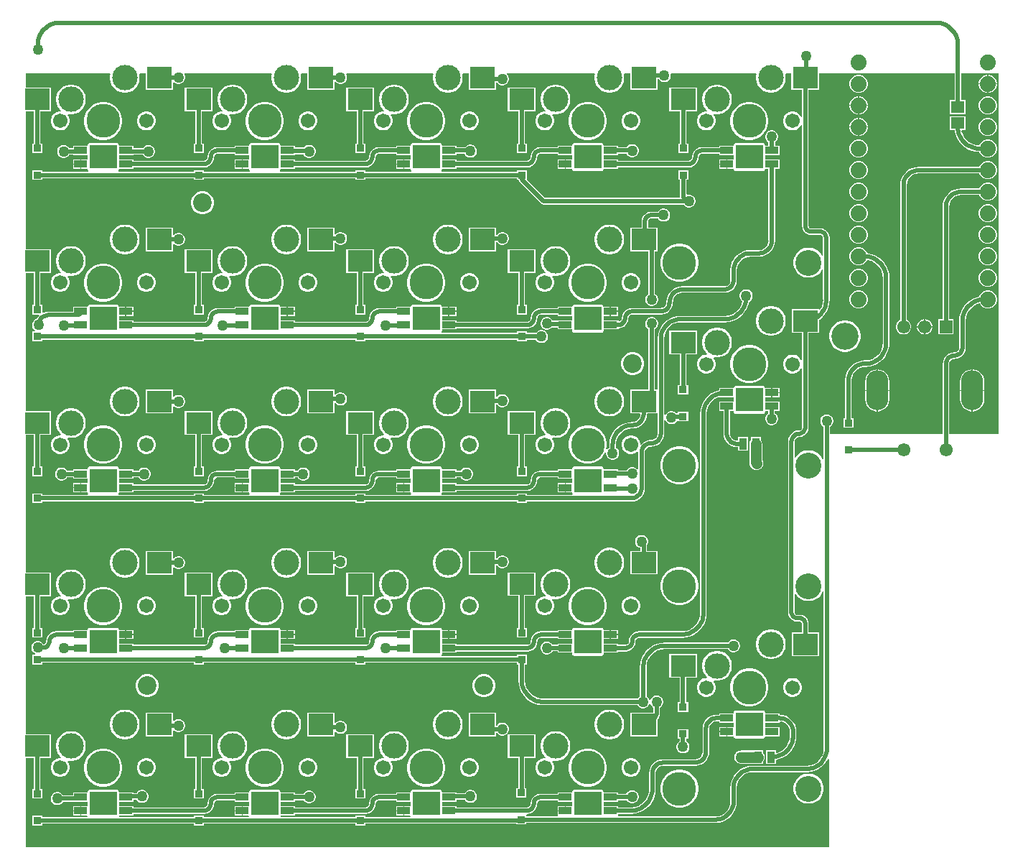
<source format=gbl>
G04*
G04 #@! TF.GenerationSoftware,Altium Limited,Altium Designer,22.1.2 (22)*
G04*
G04 Layer_Physical_Order=2*
G04 Layer_Color=16711680*
%FSLAX25Y25*%
%MOIN*%
G70*
G04*
G04 #@! TF.SameCoordinates,D61C2380-B101-4CEB-8AB1-AF92B03338ED*
G04*
G04*
G04 #@! TF.FilePolarity,Positive*
G04*
G01*
G75*
%ADD14R,0.03740X0.05315*%
G04:AMPARAMS|DCode=21|XSize=102.36mil|YSize=185.04mil|CornerRadius=51.18mil|HoleSize=0mil|Usage=FLASHONLY|Rotation=180.000|XOffset=0mil|YOffset=0mil|HoleType=Round|Shape=RoundedRectangle|*
%AMROUNDEDRECTD21*
21,1,0.10236,0.08268,0,0,180.0*
21,1,0.00000,0.18504,0,0,180.0*
1,1,0.10236,0.00000,0.04134*
1,1,0.10236,0.00000,0.04134*
1,1,0.10236,0.00000,-0.04134*
1,1,0.10236,0.00000,-0.04134*
%
%ADD21ROUNDEDRECTD21*%
%ADD22C,0.06102*%
%ADD23R,0.06102X0.06102*%
%ADD28C,0.02000*%
%ADD29C,0.08661*%
%ADD30C,0.15700*%
%ADD31C,0.06700*%
%ADD32C,0.11811*%
%ADD33R,0.12598X0.11024*%
%ADD34C,0.07400*%
%ADD35C,0.15701*%
%ADD36C,0.12000*%
%ADD37C,0.12598*%
%ADD38C,0.05000*%
%ADD39C,0.05000*%
%ADD40R,0.11811X0.09843*%
%ADD41R,0.03740X0.03543*%
%ADD42R,0.06299X0.03228*%
%ADD43R,0.06102X0.05512*%
G36*
X1868429Y824980D02*
X1873333D01*
Y812255D01*
X1873292Y812239D01*
X1872833Y812172D01*
X1872319Y813063D01*
X1871512Y813870D01*
X1870523Y814440D01*
X1869421Y814736D01*
X1868280D01*
X1867177Y814440D01*
X1866189Y813870D01*
X1865382Y813063D01*
X1864812Y812074D01*
X1864516Y810972D01*
Y809831D01*
X1864812Y808729D01*
X1865382Y807740D01*
X1866189Y806933D01*
X1867177Y806363D01*
X1868280Y806067D01*
X1869421D01*
X1870523Y806363D01*
X1871512Y806933D01*
X1872319Y807740D01*
X1872833Y808631D01*
X1873292Y808564D01*
X1873333Y808548D01*
Y761752D01*
X1873326D01*
X1873470Y760656D01*
X1873893Y759635D01*
X1874566Y758759D01*
X1875443Y758086D01*
X1876464Y757663D01*
X1877559Y757519D01*
Y757526D01*
X1881890D01*
X1881897Y757527D01*
X1882360Y757435D01*
X1882759Y757169D01*
X1883026Y756770D01*
X1883118Y756307D01*
X1883116Y756299D01*
Y747994D01*
X1882616Y747895D01*
X1882567Y748013D01*
X1881803Y749157D01*
X1880830Y750130D01*
X1879686Y750894D01*
X1878415Y751421D01*
X1877066Y751689D01*
X1875690D01*
X1874341Y751421D01*
X1873070Y750894D01*
X1871926Y750130D01*
X1870953Y749157D01*
X1870189Y748013D01*
X1869662Y746742D01*
X1869394Y745393D01*
Y744017D01*
X1869662Y742667D01*
X1870189Y741396D01*
X1870953Y740252D01*
X1871926Y739280D01*
X1873070Y738515D01*
X1874341Y737989D01*
X1875690Y737720D01*
X1877066D01*
X1878415Y737989D01*
X1879686Y738515D01*
X1880830Y739280D01*
X1881803Y740252D01*
X1882567Y741396D01*
X1882616Y741515D01*
X1883116Y741415D01*
Y727498D01*
X1883129Y727433D01*
X1882976Y725878D01*
X1882504Y724321D01*
X1881768Y722944D01*
X1881718Y722934D01*
X1881268Y723126D01*
Y723126D01*
X1868457D01*
Y712284D01*
X1873305D01*
Y699705D01*
X1872805Y699571D01*
X1872346Y700366D01*
X1871539Y701173D01*
X1870551Y701744D01*
X1869449Y702039D01*
X1868307D01*
X1867205Y701744D01*
X1866217Y701173D01*
X1865410Y700366D01*
X1864839Y699378D01*
X1864544Y698275D01*
Y697134D01*
X1864839Y696032D01*
X1865410Y695043D01*
X1866217Y694237D01*
X1867205Y693666D01*
X1868307Y693370D01*
X1869449D01*
X1870551Y693666D01*
X1871539Y694237D01*
X1872346Y695043D01*
X1872805Y695838D01*
X1873305Y695705D01*
Y668142D01*
X1873307Y668133D01*
X1873213Y667659D01*
X1872939Y667250D01*
X1872530Y666976D01*
X1872516Y666973D01*
X1872047Y666899D01*
Y666899D01*
X1870702Y666722D01*
X1869448Y666202D01*
X1868372Y665376D01*
X1867546Y664300D01*
X1867026Y663046D01*
X1866849Y661701D01*
X1866864D01*
Y582581D01*
X1866856D01*
X1867006Y581444D01*
X1867445Y580384D01*
X1868143Y579474D01*
X1869053Y578776D01*
X1870113Y578336D01*
X1871250Y578187D01*
Y578195D01*
X1872456D01*
Y578191D01*
X1872780Y578126D01*
X1873054Y577943D01*
X1873237Y577669D01*
X1873301Y577346D01*
X1873305D01*
Y573126D01*
X1868457D01*
Y562284D01*
X1881268D01*
Y573126D01*
X1876364D01*
Y577346D01*
X1876368D01*
X1876235Y578359D01*
X1875844Y579302D01*
X1875222Y580112D01*
X1874412Y580734D01*
X1873469Y581125D01*
X1872456Y581258D01*
Y581254D01*
X1871250D01*
X1871238Y581251D01*
X1870741Y581350D01*
X1870308Y581639D01*
X1870020Y582071D01*
X1869921Y582569D01*
X1869923Y582581D01*
Y590894D01*
X1870423Y591046D01*
X1870953Y590252D01*
X1871926Y589280D01*
X1873070Y588515D01*
X1874341Y587989D01*
X1875690Y587720D01*
X1877066D01*
X1878415Y587989D01*
X1879686Y588515D01*
X1880830Y589280D01*
X1881803Y590252D01*
X1882567Y591396D01*
X1882884Y592160D01*
X1883384Y592061D01*
Y519240D01*
X1883395Y519181D01*
X1883250Y517701D01*
X1882801Y516222D01*
X1882072Y514859D01*
X1881091Y513664D01*
X1879897Y512683D01*
X1878533Y511955D01*
X1877054Y511506D01*
X1875574Y511360D01*
X1875516Y511372D01*
X1850394D01*
Y511375D01*
X1848768Y511247D01*
X1847183Y510866D01*
X1845677Y510242D01*
X1844286Y509390D01*
X1843047Y508331D01*
X1841988Y507092D01*
X1841136Y505701D01*
X1840512Y504195D01*
X1840131Y502610D01*
X1840003Y500984D01*
X1840006D01*
Y494678D01*
X1840014Y494636D01*
X1839887Y493343D01*
X1839498Y492059D01*
X1838865Y490877D01*
X1838014Y489840D01*
X1836978Y488989D01*
X1835795Y488357D01*
X1834512Y487967D01*
X1833218Y487840D01*
X1833177Y487848D01*
X1787984D01*
X1787961Y488339D01*
X1787961D01*
Y488923D01*
X1793878D01*
Y488917D01*
X1795683Y489059D01*
X1797443Y489482D01*
X1799115Y490174D01*
X1800658Y491120D01*
X1802035Y492296D01*
X1803210Y493672D01*
X1804156Y495216D01*
X1804849Y496888D01*
X1805272Y498648D01*
X1805414Y500453D01*
X1805407D01*
Y507874D01*
X1805402Y507900D01*
X1805515Y508754D01*
X1805854Y509574D01*
X1806395Y510278D01*
X1807099Y510819D01*
X1807919Y511159D01*
X1808774Y511271D01*
X1808799Y511266D01*
X1823819D01*
Y511264D01*
X1825078Y511388D01*
X1826288Y511755D01*
X1827404Y512352D01*
X1828381Y513154D01*
X1829184Y514132D01*
X1829705Y515107D01*
X1829742Y515163D01*
X1829747Y515185D01*
X1829780Y515247D01*
X1830147Y516458D01*
X1830271Y517717D01*
X1830270D01*
Y528543D01*
X1830264Y528569D01*
X1830377Y529421D01*
X1830716Y530239D01*
X1831254Y530941D01*
X1831957Y531480D01*
X1832775Y531819D01*
X1833627Y531931D01*
X1833652Y531926D01*
X1834795D01*
Y531341D01*
X1841575D01*
Y529270D01*
X1838695D01*
Y527156D01*
Y525042D01*
X1841575D01*
Y524991D01*
X1841652Y524607D01*
X1841869Y524281D01*
X1842195Y524064D01*
X1842579Y523987D01*
X1855177D01*
X1855561Y524064D01*
X1855887Y524281D01*
X1856104Y524607D01*
X1856181Y524991D01*
Y525042D01*
X1862961D01*
Y529270D01*
X1856181D01*
Y531341D01*
X1862961D01*
Y531542D01*
X1863337Y531871D01*
X1864039Y531779D01*
X1865234Y531284D01*
X1866260Y530496D01*
X1867048Y529470D01*
X1867543Y528274D01*
X1867703Y527058D01*
X1867690Y526992D01*
Y525354D01*
X1867704Y525286D01*
X1867547Y523698D01*
X1867064Y522105D01*
X1866280Y520637D01*
X1865224Y519350D01*
X1863937Y518294D01*
X1862469Y517510D01*
X1861630Y517255D01*
X1861228Y517553D01*
Y518512D01*
X1856488D01*
Y512197D01*
X1861228D01*
Y514010D01*
X1862784Y514383D01*
X1864457Y515076D01*
X1866000Y516022D01*
X1867377Y517198D01*
X1868552Y518574D01*
X1869498Y520117D01*
X1870191Y521790D01*
X1870613Y523550D01*
X1870755Y525354D01*
X1870749D01*
Y526992D01*
X1870758D01*
X1870604Y528553D01*
X1870149Y530054D01*
X1869410Y531437D01*
X1868414Y532650D01*
X1867202Y533645D01*
X1865818Y534385D01*
X1864317Y534840D01*
X1862961Y534974D01*
Y535570D01*
X1856181D01*
Y536015D01*
X1856104Y536399D01*
X1855887Y536724D01*
X1855561Y536942D01*
X1855177Y537018D01*
X1842579D01*
X1842195Y536942D01*
X1841869Y536724D01*
X1841652Y536399D01*
X1841575Y536015D01*
Y535570D01*
X1834795D01*
Y534985D01*
X1833652D01*
Y534986D01*
X1832395Y534863D01*
X1831187Y534496D01*
X1830073Y533901D01*
X1829096Y533099D01*
X1828295Y532123D01*
X1827700Y531009D01*
X1827333Y529800D01*
X1827209Y528543D01*
X1827211D01*
Y517717D01*
X1827216Y517691D01*
X1827103Y516837D01*
X1826764Y516016D01*
X1826223Y515312D01*
X1825519Y514772D01*
X1824699Y514432D01*
X1823845Y514320D01*
X1823819Y514325D01*
X1808799D01*
Y514326D01*
X1807541Y514202D01*
X1806330Y513835D01*
X1805215Y513239D01*
X1804237Y512436D01*
X1803434Y511459D01*
X1802838Y510343D01*
X1802471Y509133D01*
X1802347Y507874D01*
X1802349D01*
Y500453D01*
X1802362Y500385D01*
X1802206Y498796D01*
X1801723Y497203D01*
X1800938Y495736D01*
X1799882Y494449D01*
X1798595Y493393D01*
X1797127Y492608D01*
X1795535Y492125D01*
X1793946Y491969D01*
X1793878Y491982D01*
X1787961D01*
Y492567D01*
X1781181D01*
Y494638D01*
X1787961D01*
Y495223D01*
X1791995D01*
X1792064Y495103D01*
X1792623Y494544D01*
X1793307Y494149D01*
X1794070Y493945D01*
X1794860D01*
X1795623Y494149D01*
X1796307Y494544D01*
X1796866Y495103D01*
X1797261Y495787D01*
X1797465Y496550D01*
Y497340D01*
X1797261Y498103D01*
X1796866Y498787D01*
X1796307Y499346D01*
X1795623Y499741D01*
X1794860Y499945D01*
X1794070D01*
X1793307Y499741D01*
X1792623Y499346D01*
X1792064Y498787D01*
X1791773Y498281D01*
X1787961D01*
Y498866D01*
X1781181D01*
Y499311D01*
X1781104Y499695D01*
X1780887Y500021D01*
X1780561Y500238D01*
X1780177Y500315D01*
X1767579D01*
X1767195Y500238D01*
X1766869Y500021D01*
X1766652Y499695D01*
X1766575Y499311D01*
Y498866D01*
X1759795D01*
Y498281D01*
X1751831D01*
Y498290D01*
X1750668Y498137D01*
X1749585Y497689D01*
X1748655Y496975D01*
X1747941Y496045D01*
X1747493Y494962D01*
X1747340Y493799D01*
X1747340D01*
X1747269Y493328D01*
X1747224Y493098D01*
X1746827Y492504D01*
X1746232Y492107D01*
X1745568Y491975D01*
X1745532Y491982D01*
X1712961D01*
Y492567D01*
X1706181D01*
Y494638D01*
X1712961D01*
Y495528D01*
X1716799D01*
X1716979Y495215D01*
X1717538Y494657D01*
X1718222Y494262D01*
X1718985Y494057D01*
X1719775D01*
X1720538Y494262D01*
X1721222Y494657D01*
X1721780Y495215D01*
X1722175Y495899D01*
X1722380Y496662D01*
Y497452D01*
X1722175Y498215D01*
X1721780Y498899D01*
X1721222Y499458D01*
X1720538Y499853D01*
X1719775Y500057D01*
X1718985D01*
X1718222Y499853D01*
X1717538Y499458D01*
X1716979Y498899D01*
X1716799Y498587D01*
X1712961D01*
Y498866D01*
X1706181D01*
Y499311D01*
X1706104Y499695D01*
X1705887Y500021D01*
X1705561Y500238D01*
X1705177Y500315D01*
X1692579D01*
X1692195Y500238D01*
X1691869Y500021D01*
X1691652Y499695D01*
X1691575Y499311D01*
Y498866D01*
X1684795D01*
Y498281D01*
X1676831D01*
Y498290D01*
X1675668Y498137D01*
X1674585Y497689D01*
X1673655Y496975D01*
X1672941Y496045D01*
X1672493Y494962D01*
X1672339Y493799D01*
X1672339D01*
X1672269Y493328D01*
X1672224Y493098D01*
X1671827Y492504D01*
X1671232Y492107D01*
X1670568Y491975D01*
X1670531Y491982D01*
X1637961D01*
Y492567D01*
X1631181D01*
Y494638D01*
X1637961D01*
Y495314D01*
X1641907D01*
X1642088Y495002D01*
X1642646Y494443D01*
X1643330Y494048D01*
X1644093Y493844D01*
X1644883D01*
X1645646Y494048D01*
X1646330Y494443D01*
X1646889Y495002D01*
X1647284Y495686D01*
X1647488Y496449D01*
Y497239D01*
X1647284Y498002D01*
X1646889Y498686D01*
X1646330Y499244D01*
X1645646Y499639D01*
X1644883Y499844D01*
X1644093D01*
X1643330Y499639D01*
X1642646Y499244D01*
X1642088Y498686D01*
X1641907Y498373D01*
X1637961D01*
Y498866D01*
X1631181D01*
Y499311D01*
X1631104Y499695D01*
X1630887Y500021D01*
X1630561Y500238D01*
X1630177Y500315D01*
X1617579D01*
X1617195Y500238D01*
X1616869Y500021D01*
X1616652Y499695D01*
X1616575Y499311D01*
Y498866D01*
X1609795D01*
Y498281D01*
X1601831D01*
Y498290D01*
X1600668Y498137D01*
X1599585Y497689D01*
X1598655Y496975D01*
X1597941Y496045D01*
X1597493Y494962D01*
X1597340Y493799D01*
X1597340D01*
X1597270Y493328D01*
X1597224Y493098D01*
X1596827Y492504D01*
X1596232Y492107D01*
X1595568Y491975D01*
X1595531Y491982D01*
X1562961D01*
Y492567D01*
X1556181D01*
Y494638D01*
X1562961D01*
Y495518D01*
X1564348D01*
X1564528Y495205D01*
X1565087Y494647D01*
X1565771Y494252D01*
X1566534Y494047D01*
X1567324D01*
X1568087Y494252D01*
X1568771Y494647D01*
X1569330Y495205D01*
X1569725Y495889D01*
X1569929Y496652D01*
Y497442D01*
X1569725Y498205D01*
X1569330Y498889D01*
X1568771Y499448D01*
X1568087Y499843D01*
X1567324Y500047D01*
X1566534D01*
X1565771Y499843D01*
X1565087Y499448D01*
X1564528Y498889D01*
X1564348Y498577D01*
X1562961D01*
Y498866D01*
X1556181D01*
Y499311D01*
X1556104Y499695D01*
X1555887Y500021D01*
X1555561Y500238D01*
X1555177Y500315D01*
X1542579D01*
X1542195Y500238D01*
X1541869Y500021D01*
X1541652Y499695D01*
X1541575Y499311D01*
Y498866D01*
X1534795D01*
Y497592D01*
X1530140D01*
X1529960Y497905D01*
X1529401Y498464D01*
X1528717Y498859D01*
X1527954Y499063D01*
X1527164D01*
X1526401Y498859D01*
X1525717Y498464D01*
X1525159Y497905D01*
X1524763Y497221D01*
X1524559Y496458D01*
Y495668D01*
X1524763Y494905D01*
X1525159Y494221D01*
X1525717Y493662D01*
X1526401Y493267D01*
X1527164Y493063D01*
X1527954D01*
X1528717Y493267D01*
X1529401Y493662D01*
X1529960Y494221D01*
X1530140Y494534D01*
X1537756D01*
Y494520D01*
X1538348Y494638D01*
X1541575D01*
Y492567D01*
X1538695D01*
Y490453D01*
Y488339D01*
X1541343D01*
X1541619Y487865D01*
X1541621Y487857D01*
X1541350Y487455D01*
X1520598D01*
Y488197D01*
X1515858D01*
Y483653D01*
X1520598D01*
Y484396D01*
X1590858D01*
Y483653D01*
X1595598D01*
Y484396D01*
X1665858D01*
Y483653D01*
X1670598D01*
Y484396D01*
X1740543D01*
Y484047D01*
X1745284D01*
Y484790D01*
X1767232D01*
X1767254Y484794D01*
X1767266Y484789D01*
X1767274Y484789D01*
X1767398Y484782D01*
X1767398Y484782D01*
X1767579Y484773D01*
Y484774D01*
X1780177D01*
X1780177Y484773D01*
X1780358Y484782D01*
X1780358Y484782D01*
X1780482Y484789D01*
X1780490Y484789D01*
X1780502Y484794D01*
X1780524Y484790D01*
X1833177D01*
Y484771D01*
X1835109Y484962D01*
X1836968Y485525D01*
X1838680Y486441D01*
X1840182Y487673D01*
X1841414Y489174D01*
X1842329Y490887D01*
X1842893Y492745D01*
X1843083Y494678D01*
X1843065D01*
Y500984D01*
X1843055Y501034D01*
X1843191Y502417D01*
X1843609Y503794D01*
X1844288Y505064D01*
X1845201Y506177D01*
X1846314Y507090D01*
X1847583Y507769D01*
X1848961Y508187D01*
X1850344Y508323D01*
X1850394Y508313D01*
X1875516D01*
Y508309D01*
X1877226Y508443D01*
X1878894Y508844D01*
X1880478Y509500D01*
X1881941Y510396D01*
X1883245Y511511D01*
X1884359Y512815D01*
X1885255Y514277D01*
X1885336Y514473D01*
X1885827Y514375D01*
Y473467D01*
X1512795D01*
Y515012D01*
X1516699D01*
Y500598D01*
X1515858D01*
Y496055D01*
X1520598D01*
Y500598D01*
X1519758D01*
Y515012D01*
X1524575D01*
Y525854D01*
X1512795D01*
Y590012D01*
X1516640D01*
Y575303D01*
X1515858D01*
Y570760D01*
X1520598D01*
Y575303D01*
X1519699D01*
Y590012D01*
X1524575D01*
Y600854D01*
X1512795D01*
Y664913D01*
X1516699D01*
Y650106D01*
X1515858D01*
Y645563D01*
X1520598D01*
Y650106D01*
X1519758D01*
Y664913D01*
X1524575D01*
Y675756D01*
X1512795D01*
Y740012D01*
X1516699D01*
Y725205D01*
X1515858D01*
Y720661D01*
X1518987D01*
X1519087Y720381D01*
X1519123Y720161D01*
X1518387Y719264D01*
X1518107Y718740D01*
X1517720Y718636D01*
X1517036Y718241D01*
X1516477Y717683D01*
X1516082Y716998D01*
X1515878Y716235D01*
Y715446D01*
X1516082Y714683D01*
X1516477Y713999D01*
X1517036Y713440D01*
X1517273Y713303D01*
X1517139Y712803D01*
X1515858D01*
Y708260D01*
X1520598D01*
Y709002D01*
X1590858D01*
Y708260D01*
X1595598D01*
Y709002D01*
X1665858D01*
Y708260D01*
X1670598D01*
Y709002D01*
X1740858D01*
Y708260D01*
X1745598D01*
Y709002D01*
X1749740D01*
X1749977Y708591D01*
X1750536Y708033D01*
X1751220Y707638D01*
X1751983Y707433D01*
X1752773D01*
X1753536Y707638D01*
X1754220Y708033D01*
X1754779Y708591D01*
X1755173Y709275D01*
X1755378Y710038D01*
Y710828D01*
X1755173Y711591D01*
X1754779Y712275D01*
X1754220Y712834D01*
X1753536Y713229D01*
X1752773Y713433D01*
X1751983D01*
X1751220Y713229D01*
X1750536Y712834D01*
X1749977Y712275D01*
X1749854Y712061D01*
X1745598D01*
Y712803D01*
X1740858D01*
Y712061D01*
X1706022D01*
X1705870Y712561D01*
X1705887Y712572D01*
X1706104Y712897D01*
X1706181Y713281D01*
Y713726D01*
X1712961D01*
Y714311D01*
X1745925D01*
Y714302D01*
X1747088Y714455D01*
X1748171Y714904D01*
X1749101Y715618D01*
X1749815Y716548D01*
X1750263Y717631D01*
X1750416Y718793D01*
X1750416D01*
X1750486Y719264D01*
X1750532Y719494D01*
X1750929Y720088D01*
X1751524Y720485D01*
X1752188Y720618D01*
X1752224Y720610D01*
X1759795D01*
Y720026D01*
X1766575D01*
Y717955D01*
X1759795D01*
Y717717D01*
X1757703D01*
X1757322Y718377D01*
X1756763Y718936D01*
X1756079Y719331D01*
X1755316Y719535D01*
X1754526D01*
X1753763Y719331D01*
X1753079Y718936D01*
X1752521Y718377D01*
X1752126Y717693D01*
X1751921Y716930D01*
Y716141D01*
X1752126Y715378D01*
X1752521Y714693D01*
X1753079Y714135D01*
X1753763Y713740D01*
X1754526Y713535D01*
X1755316D01*
X1756079Y713740D01*
X1756763Y714135D01*
X1757287Y714659D01*
X1759795D01*
Y713726D01*
X1766575D01*
Y713281D01*
X1766652Y712897D01*
X1766869Y712572D01*
X1767195Y712354D01*
X1767579Y712278D01*
X1780177D01*
X1780561Y712354D01*
X1780887Y712572D01*
X1781104Y712897D01*
X1781181Y713281D01*
Y713726D01*
X1787961D01*
Y713914D01*
X1788231Y714302D01*
X1789393Y714455D01*
X1790476Y714904D01*
X1791406Y715618D01*
X1792120Y716548D01*
X1792569Y717631D01*
X1792722Y718793D01*
X1792722D01*
X1792786Y719267D01*
X1792834Y719505D01*
X1793217Y720078D01*
X1793789Y720461D01*
X1794432Y720589D01*
X1794465Y720582D01*
X1807651D01*
Y720562D01*
X1809146Y720759D01*
X1810539Y721336D01*
X1811736Y722254D01*
X1812654Y723450D01*
X1813231Y724843D01*
X1813427Y726338D01*
X1813427D01*
X1813454Y726827D01*
X1813541Y727486D01*
X1813984Y728555D01*
X1814688Y729473D01*
X1815607Y730177D01*
X1816676Y730620D01*
X1817771Y730764D01*
X1817823Y730754D01*
X1837598D01*
Y730736D01*
X1839018Y730923D01*
X1840340Y731471D01*
X1841476Y732343D01*
X1842348Y733478D01*
X1842896Y734801D01*
X1843082Y736221D01*
X1843065D01*
Y741142D01*
X1843058Y741175D01*
X1843177Y742381D01*
X1843539Y743574D01*
X1844126Y744672D01*
X1844916Y745635D01*
X1845879Y746425D01*
X1846978Y747013D01*
X1848170Y747374D01*
X1849376Y747493D01*
X1849409Y747486D01*
X1853346D01*
Y747480D01*
X1854810Y747624D01*
X1856217Y748051D01*
X1857514Y748744D01*
X1858650Y749677D01*
X1859583Y750813D01*
X1860276Y752110D01*
X1860703Y753517D01*
X1860847Y754980D01*
X1860840D01*
Y788302D01*
X1862961D01*
Y792530D01*
X1856181D01*
Y794601D01*
X1862961D01*
Y798829D01*
X1860840D01*
Y800603D01*
X1861094Y800749D01*
X1861653Y801308D01*
X1862048Y801992D01*
X1862252Y802755D01*
Y803545D01*
X1862048Y804308D01*
X1861653Y804992D01*
X1861094Y805550D01*
X1860410Y805945D01*
X1859647Y806150D01*
X1858857D01*
X1858094Y805945D01*
X1857410Y805550D01*
X1856851Y804992D01*
X1856456Y804308D01*
X1856252Y803545D01*
Y802755D01*
X1856456Y801992D01*
X1856851Y801308D01*
X1857410Y800749D01*
X1857782Y800534D01*
Y798829D01*
X1856181D01*
Y799274D01*
X1856104Y799658D01*
X1855887Y799984D01*
X1855561Y800201D01*
X1855177Y800278D01*
X1842579D01*
X1842195Y800201D01*
X1841869Y799984D01*
X1841652Y799658D01*
X1841575Y799274D01*
Y798829D01*
X1834795D01*
Y798244D01*
X1826831D01*
Y798253D01*
X1825668Y798100D01*
X1824585Y797652D01*
X1823655Y796938D01*
X1822941Y796008D01*
X1822493Y794925D01*
X1822339Y793762D01*
X1822339D01*
X1822269Y793291D01*
X1822224Y793061D01*
X1821827Y792467D01*
X1821232Y792070D01*
X1820568Y791938D01*
X1820531Y791945D01*
X1787961D01*
Y792530D01*
X1781181D01*
Y794601D01*
X1787961D01*
Y795186D01*
X1791881D01*
X1792064Y794867D01*
X1792623Y794309D01*
X1793307Y793914D01*
X1794070Y793709D01*
X1794860D01*
X1795623Y793914D01*
X1796307Y794309D01*
X1796866Y794867D01*
X1797261Y795551D01*
X1797465Y796314D01*
Y797104D01*
X1797261Y797867D01*
X1796866Y798552D01*
X1796307Y799110D01*
X1795623Y799505D01*
X1794860Y799709D01*
X1794070D01*
X1793307Y799505D01*
X1792623Y799110D01*
X1792064Y798552D01*
X1791887Y798244D01*
X1787961D01*
Y798829D01*
X1781181D01*
Y799274D01*
X1781104Y799658D01*
X1780887Y799984D01*
X1780561Y800201D01*
X1780177Y800278D01*
X1767579D01*
X1767195Y800201D01*
X1766869Y799984D01*
X1766652Y799658D01*
X1766575Y799274D01*
Y798829D01*
X1759795D01*
Y798244D01*
X1751831D01*
Y798253D01*
X1750668Y798100D01*
X1749585Y797652D01*
X1748655Y796938D01*
X1747941Y796008D01*
X1747493Y794925D01*
X1747339Y793762D01*
X1747339D01*
X1747269Y793291D01*
X1747224Y793061D01*
X1746827Y792467D01*
X1746232Y792070D01*
X1745568Y791938D01*
X1745531Y791945D01*
X1712961D01*
Y792530D01*
X1706181D01*
Y794601D01*
X1712961D01*
Y795186D01*
X1716619D01*
X1716979Y794562D01*
X1717538Y794003D01*
X1718222Y793608D01*
X1718985Y793404D01*
X1719775D01*
X1720538Y793608D01*
X1721222Y794003D01*
X1721780Y794562D01*
X1722175Y795246D01*
X1722380Y796009D01*
Y796799D01*
X1722175Y797562D01*
X1721780Y798246D01*
X1721222Y798805D01*
X1720538Y799200D01*
X1719775Y799404D01*
X1718985D01*
X1718222Y799200D01*
X1717538Y798805D01*
X1716979Y798246D01*
X1716978Y798244D01*
X1712961D01*
Y798829D01*
X1706181D01*
Y799274D01*
X1706104Y799658D01*
X1705887Y799984D01*
X1705561Y800201D01*
X1705177Y800278D01*
X1692579D01*
X1692195Y800201D01*
X1691869Y799984D01*
X1691652Y799658D01*
X1691575Y799274D01*
Y798829D01*
X1684795D01*
Y798244D01*
X1676831D01*
Y798253D01*
X1675668Y798100D01*
X1674585Y797652D01*
X1673655Y796938D01*
X1672941Y796008D01*
X1672493Y794925D01*
X1672339Y793762D01*
X1672339D01*
X1672269Y793291D01*
X1672224Y793061D01*
X1671827Y792467D01*
X1671232Y792070D01*
X1670568Y791938D01*
X1670531Y791945D01*
X1637961D01*
Y792530D01*
X1631181D01*
Y794601D01*
X1637961D01*
Y795005D01*
X1641803D01*
X1642088Y794512D01*
X1642646Y793953D01*
X1643330Y793558D01*
X1644093Y793354D01*
X1644883D01*
X1645646Y793558D01*
X1646330Y793953D01*
X1646889Y794512D01*
X1647284Y795196D01*
X1647488Y795959D01*
Y796748D01*
X1647284Y797511D01*
X1646889Y798196D01*
X1646330Y798754D01*
X1645646Y799149D01*
X1644883Y799354D01*
X1644093D01*
X1643330Y799149D01*
X1642646Y798754D01*
X1642088Y798196D01*
X1642011Y798064D01*
X1637961D01*
Y798829D01*
X1631181D01*
Y799274D01*
X1631104Y799658D01*
X1630887Y799984D01*
X1630561Y800201D01*
X1630177Y800278D01*
X1617579D01*
X1617195Y800201D01*
X1616869Y799984D01*
X1616652Y799658D01*
X1616575Y799274D01*
Y798829D01*
X1609795D01*
Y798244D01*
X1601831D01*
Y798253D01*
X1600668Y798100D01*
X1599585Y797652D01*
X1598655Y796938D01*
X1597941Y796008D01*
X1597493Y794925D01*
X1597340Y793762D01*
X1597340D01*
X1597270Y793291D01*
X1597224Y793061D01*
X1596827Y792467D01*
X1596232Y792070D01*
X1595568Y791938D01*
X1595531Y791945D01*
X1562961D01*
Y792530D01*
X1556181D01*
Y794601D01*
X1562961D01*
Y794731D01*
X1567301D01*
X1567481Y794418D01*
X1568040Y793859D01*
X1568724Y793464D01*
X1569487Y793260D01*
X1570277D01*
X1571040Y793464D01*
X1571724Y793859D01*
X1572283Y794418D01*
X1572677Y795102D01*
X1572882Y795865D01*
Y796655D01*
X1572677Y797418D01*
X1572283Y798102D01*
X1571724Y798660D01*
X1571040Y799055D01*
X1570277Y799260D01*
X1569487D01*
X1568724Y799055D01*
X1568040Y798660D01*
X1567481Y798102D01*
X1567301Y797789D01*
X1562961D01*
Y798829D01*
X1556181D01*
Y799274D01*
X1556104Y799658D01*
X1555887Y799984D01*
X1555561Y800201D01*
X1555177Y800278D01*
X1542579D01*
X1542195Y800201D01*
X1541869Y799984D01*
X1541652Y799658D01*
X1541575Y799274D01*
Y798829D01*
X1534795D01*
Y797789D01*
X1533093D01*
X1532912Y798102D01*
X1532354Y798660D01*
X1531670Y799055D01*
X1530907Y799260D01*
X1530117D01*
X1529354Y799055D01*
X1528670Y798660D01*
X1528111Y798102D01*
X1527716Y797418D01*
X1527512Y796655D01*
Y795865D01*
X1527716Y795102D01*
X1528111Y794418D01*
X1528670Y793859D01*
X1529354Y793464D01*
X1530117Y793260D01*
X1530907D01*
X1531670Y793464D01*
X1532354Y793859D01*
X1532912Y794418D01*
X1533093Y794731D01*
X1534795D01*
Y794601D01*
X1541575D01*
Y792530D01*
X1538695D01*
Y790416D01*
Y788302D01*
X1541575D01*
Y788250D01*
X1541652Y787866D01*
X1541869Y787541D01*
X1541831Y786965D01*
X1541746Y786864D01*
X1520598D01*
Y787606D01*
X1515858D01*
Y783063D01*
X1520598D01*
Y783805D01*
X1590858D01*
Y783063D01*
X1595598D01*
Y783805D01*
X1665858D01*
Y783063D01*
X1670598D01*
Y783805D01*
X1740858D01*
Y783063D01*
X1741732D01*
X1741815Y782643D01*
X1742147Y782147D01*
X1752147Y772147D01*
X1752643Y771815D01*
X1753228Y771699D01*
X1818285D01*
X1818465Y771386D01*
X1819024Y770828D01*
X1819708Y770433D01*
X1820471Y770228D01*
X1821261D01*
X1822024Y770433D01*
X1822708Y770828D01*
X1823267Y771386D01*
X1823662Y772070D01*
X1823866Y772833D01*
Y773623D01*
X1823662Y774386D01*
X1823267Y775070D01*
X1822708Y775629D01*
X1822024Y776024D01*
X1821261Y776228D01*
X1820471D01*
X1820154Y776144D01*
X1819758Y776448D01*
Y783063D01*
X1820598D01*
Y787606D01*
X1815858D01*
Y783063D01*
X1816699D01*
Y775866D01*
X1816693D01*
X1816773Y775258D01*
X1816334Y774758D01*
X1753862D01*
X1745906Y782714D01*
X1745598Y783063D01*
X1745598D01*
X1745598Y783063D01*
Y787606D01*
X1740858D01*
Y786864D01*
X1706010D01*
X1705925Y786965D01*
X1705887Y787541D01*
X1706104Y787866D01*
X1706181Y788250D01*
Y788302D01*
X1712961D01*
Y788886D01*
X1745531D01*
Y788874D01*
X1746797Y789041D01*
X1747976Y789529D01*
X1748988Y790306D01*
X1749765Y791318D01*
X1750253Y792497D01*
X1750420Y793762D01*
X1750420D01*
X1750494Y794232D01*
X1750509Y794310D01*
X1750819Y794774D01*
X1751283Y795084D01*
X1751813Y795189D01*
X1751831Y795186D01*
X1759795D01*
Y794601D01*
X1766575D01*
Y792530D01*
X1763695D01*
Y790416D01*
Y788302D01*
X1766575D01*
Y788250D01*
X1766652Y787866D01*
X1766869Y787541D01*
X1767195Y787323D01*
X1767579Y787247D01*
X1780177D01*
X1780561Y787323D01*
X1780887Y787541D01*
X1781104Y787866D01*
X1781181Y788250D01*
Y788302D01*
X1787961D01*
Y788886D01*
X1820531D01*
Y788874D01*
X1821797Y789041D01*
X1822976Y789529D01*
X1823988Y790306D01*
X1824765Y791318D01*
X1825253Y792497D01*
X1825420Y793762D01*
X1825420D01*
X1825494Y794232D01*
X1825509Y794310D01*
X1825819Y794774D01*
X1826283Y795084D01*
X1826813Y795189D01*
X1826831Y795186D01*
X1834795D01*
Y794601D01*
X1841575D01*
Y792530D01*
X1838695D01*
Y790416D01*
Y788302D01*
X1841575D01*
Y788250D01*
X1841652Y787866D01*
X1841869Y787541D01*
X1842195Y787323D01*
X1842579Y787247D01*
X1855177D01*
X1855561Y787323D01*
X1855887Y787541D01*
X1856104Y787866D01*
X1856181Y788250D01*
Y788302D01*
X1857782D01*
Y754980D01*
X1857792Y754927D01*
X1857647Y753828D01*
X1857203Y752754D01*
X1856495Y751832D01*
X1855573Y751124D01*
X1854499Y750679D01*
X1853399Y750535D01*
X1853346Y750545D01*
X1849409D01*
Y750561D01*
X1847572Y750380D01*
X1845805Y749844D01*
X1844176Y748974D01*
X1842749Y747802D01*
X1841578Y746375D01*
X1840707Y744746D01*
X1840171Y742979D01*
X1839990Y741142D01*
X1840006D01*
Y736221D01*
X1840019Y736155D01*
X1839847Y735289D01*
X1839319Y734500D01*
X1838530Y733972D01*
X1837664Y733800D01*
X1837598Y733813D01*
X1817823D01*
Y733819D01*
X1816364Y733676D01*
X1814960Y733250D01*
X1813667Y732559D01*
X1812533Y731628D01*
X1811603Y730495D01*
X1810911Y729201D01*
X1810486Y727798D01*
X1810342Y726338D01*
X1810342D01*
X1810288Y725861D01*
X1810259Y725639D01*
X1809989Y724988D01*
X1809560Y724429D01*
X1809001Y724000D01*
X1808350Y723730D01*
X1807659Y723639D01*
X1807651Y723641D01*
X1794465D01*
Y723653D01*
X1793217Y723488D01*
X1792054Y723006D01*
X1791055Y722240D01*
X1790288Y721241D01*
X1789806Y720078D01*
X1789642Y718830D01*
X1789642D01*
X1789574Y718358D01*
X1789552Y718246D01*
X1789242Y717782D01*
X1788778Y717472D01*
X1788461Y717409D01*
X1787961Y717730D01*
Y717955D01*
X1781181D01*
Y720026D01*
X1784061D01*
Y722140D01*
Y724254D01*
X1781181D01*
Y724305D01*
X1781104Y724689D01*
X1780887Y725015D01*
X1780561Y725232D01*
X1780177Y725309D01*
X1767579D01*
X1767195Y725232D01*
X1766869Y725015D01*
X1766652Y724689D01*
X1766575Y724305D01*
Y724254D01*
X1759795D01*
Y723669D01*
X1752224D01*
Y723681D01*
X1750959Y723515D01*
X1749780Y723027D01*
X1748768Y722250D01*
X1747991Y721237D01*
X1747503Y720058D01*
X1747336Y718793D01*
X1747336D01*
X1747262Y718324D01*
X1747247Y718246D01*
X1746936Y717782D01*
X1746473Y717472D01*
X1745942Y717367D01*
X1745925Y717370D01*
X1712961D01*
Y717955D01*
X1706181D01*
Y720026D01*
X1709061D01*
Y722140D01*
Y724254D01*
X1706181D01*
Y724305D01*
X1706104Y724689D01*
X1705887Y725015D01*
X1705561Y725232D01*
X1705177Y725309D01*
X1692579D01*
X1692195Y725232D01*
X1691869Y725015D01*
X1691652Y724689D01*
X1691575Y724305D01*
Y724254D01*
X1684795D01*
Y723669D01*
X1677224D01*
Y723681D01*
X1675959Y723515D01*
X1674780Y723027D01*
X1673768Y722250D01*
X1672991Y721237D01*
X1672503Y720058D01*
X1672336Y718793D01*
X1672336D01*
X1672262Y718324D01*
X1672247Y718246D01*
X1671936Y717782D01*
X1671473Y717472D01*
X1670942Y717367D01*
X1670925Y717370D01*
X1637961D01*
Y717955D01*
X1631181D01*
Y720026D01*
X1634061D01*
Y722140D01*
Y724254D01*
X1631181D01*
Y724305D01*
X1631104Y724689D01*
X1630887Y725015D01*
X1630561Y725232D01*
X1630177Y725309D01*
X1617579D01*
X1617195Y725232D01*
X1616869Y725015D01*
X1616652Y724689D01*
X1616575Y724305D01*
Y724254D01*
X1609795D01*
Y723669D01*
X1602224D01*
Y723681D01*
X1600959Y723515D01*
X1599780Y723027D01*
X1598768Y722250D01*
X1597991Y721237D01*
X1597503Y720058D01*
X1597336Y718793D01*
X1597336D01*
X1597262Y718324D01*
X1597247Y718246D01*
X1596937Y717782D01*
X1596472Y717472D01*
X1595942Y717367D01*
X1595925Y717370D01*
X1562961D01*
Y717955D01*
X1556181D01*
Y720026D01*
X1559061D01*
Y722140D01*
Y724254D01*
X1556181D01*
Y724305D01*
X1556104Y724689D01*
X1555887Y725015D01*
X1555561Y725232D01*
X1555177Y725309D01*
X1542579D01*
X1542195Y725232D01*
X1541869Y725015D01*
X1541652Y724689D01*
X1541575Y724305D01*
Y724254D01*
X1534795D01*
Y722002D01*
X1523510D01*
Y722002D01*
X1522308Y721884D01*
X1521152Y721533D01*
X1521027Y721466D01*
X1520598Y721724D01*
Y725205D01*
X1519758D01*
Y740012D01*
X1524575D01*
Y750854D01*
X1512795D01*
Y814980D01*
X1516699D01*
Y800008D01*
X1515858D01*
Y795465D01*
X1520598D01*
Y800008D01*
X1519758D01*
Y814980D01*
X1524575D01*
Y825823D01*
X1512795D01*
Y832677D01*
X1551875D01*
X1552206Y832177D01*
X1551988Y831080D01*
Y829723D01*
X1552253Y828392D01*
X1552772Y827138D01*
X1553526Y826010D01*
X1554486Y825050D01*
X1555614Y824296D01*
X1556868Y823777D01*
X1558199Y823512D01*
X1559556D01*
X1560888Y823777D01*
X1562142Y824296D01*
X1563270Y825050D01*
X1564230Y826010D01*
X1564984Y827138D01*
X1565503Y828392D01*
X1565768Y829723D01*
Y831080D01*
X1565549Y832177D01*
X1565881Y832677D01*
X1568457D01*
Y824980D01*
X1581268D01*
Y828349D01*
X1581768Y828557D01*
X1582016Y828308D01*
X1582700Y827913D01*
X1583463Y827709D01*
X1584253D01*
X1585016Y827913D01*
X1585700Y828308D01*
X1586259Y828867D01*
X1586654Y829551D01*
X1586858Y830314D01*
Y831104D01*
X1586654Y831867D01*
X1586475Y832177D01*
X1586763Y832677D01*
X1626875D01*
X1627206Y832177D01*
X1626988Y831080D01*
Y829723D01*
X1627253Y828392D01*
X1627772Y827138D01*
X1628526Y826010D01*
X1629486Y825050D01*
X1630614Y824296D01*
X1631868Y823777D01*
X1633199Y823512D01*
X1634557D01*
X1635888Y823777D01*
X1637141Y824296D01*
X1638270Y825050D01*
X1639230Y826010D01*
X1639984Y827138D01*
X1640503Y828392D01*
X1640768Y829723D01*
Y831080D01*
X1640549Y832177D01*
X1640881Y832677D01*
X1643457D01*
Y824980D01*
X1656268D01*
Y828581D01*
X1656297Y828603D01*
X1656768Y828753D01*
X1657213Y828308D01*
X1657897Y827913D01*
X1658660Y827709D01*
X1659450D01*
X1660213Y827913D01*
X1660897Y828308D01*
X1661456Y828867D01*
X1661851Y829551D01*
X1662055Y830314D01*
Y831104D01*
X1661851Y831867D01*
X1661671Y832177D01*
X1661960Y832677D01*
X1701875D01*
X1702206Y832177D01*
X1701988Y831080D01*
Y829723D01*
X1702253Y828392D01*
X1702772Y827138D01*
X1703526Y826010D01*
X1704486Y825050D01*
X1705614Y824296D01*
X1706868Y823777D01*
X1708199Y823512D01*
X1709557D01*
X1710888Y823777D01*
X1712141Y824296D01*
X1713270Y825050D01*
X1714230Y826010D01*
X1714984Y827138D01*
X1715503Y828392D01*
X1715768Y829723D01*
Y831080D01*
X1715549Y832177D01*
X1715881Y832677D01*
X1718457D01*
Y824980D01*
X1731268D01*
Y828090D01*
X1731768Y828224D01*
X1731851Y828079D01*
X1732410Y827521D01*
X1733094Y827126D01*
X1733857Y826921D01*
X1734647D01*
X1735410Y827126D01*
X1736094Y827521D01*
X1736653Y828079D01*
X1737048Y828763D01*
X1737252Y829526D01*
Y830316D01*
X1737048Y831079D01*
X1736653Y831763D01*
X1736239Y832177D01*
X1736443Y832677D01*
X1776875D01*
X1777206Y832177D01*
X1776988Y831080D01*
Y829723D01*
X1777253Y828392D01*
X1777772Y827138D01*
X1778526Y826010D01*
X1779486Y825050D01*
X1780614Y824296D01*
X1781868Y823777D01*
X1783199Y823512D01*
X1784557D01*
X1785888Y823777D01*
X1787141Y824296D01*
X1788270Y825050D01*
X1789230Y826010D01*
X1789984Y827138D01*
X1790503Y828392D01*
X1790768Y829723D01*
Y831080D01*
X1790549Y832177D01*
X1790881Y832677D01*
X1793457D01*
Y824980D01*
X1806268D01*
Y829967D01*
X1806868D01*
X1807048Y829654D01*
X1807607Y829095D01*
X1808291Y828701D01*
X1809054Y828496D01*
X1809844D01*
X1810607Y828701D01*
X1811291Y829095D01*
X1811849Y829654D01*
X1812244Y830338D01*
X1812449Y831101D01*
Y831891D01*
X1812372Y832177D01*
X1812756Y832677D01*
X1851847D01*
X1852179Y832177D01*
X1851961Y831080D01*
Y829723D01*
X1852225Y828392D01*
X1852745Y827138D01*
X1853499Y826010D01*
X1854458Y825050D01*
X1855587Y824296D01*
X1856841Y823777D01*
X1858172Y823512D01*
X1859529D01*
X1860860Y823777D01*
X1862114Y824296D01*
X1863242Y825050D01*
X1864202Y826010D01*
X1864956Y827138D01*
X1865475Y828392D01*
X1865740Y829723D01*
Y831080D01*
X1865522Y832177D01*
X1865853Y832677D01*
X1868429D01*
Y824980D01*
D02*
G37*
G36*
X1964567Y665354D02*
X1941687D01*
Y697482D01*
X1941686Y697487D01*
X1941774Y698160D01*
X1942036Y698792D01*
X1942453Y699335D01*
X1942995Y699751D01*
X1943627Y700013D01*
X1943825Y700039D01*
X1944306Y700086D01*
Y700086D01*
X1945618Y700259D01*
X1946842Y700766D01*
X1947892Y701572D01*
X1948698Y702623D01*
X1949205Y703846D01*
X1949378Y705159D01*
X1949364D01*
Y717638D01*
X1949351Y717706D01*
X1949507Y719294D01*
X1949990Y720887D01*
X1950775Y722355D01*
X1951831Y723642D01*
X1953117Y724698D01*
X1954585Y725482D01*
X1955790Y725848D01*
X1956245Y725059D01*
X1957027Y724277D01*
X1957985Y723724D01*
X1959053Y723438D01*
X1960159D01*
X1961227Y723724D01*
X1962185Y724277D01*
X1962967Y725059D01*
X1963520Y726017D01*
X1963806Y727085D01*
Y728191D01*
X1963520Y729259D01*
X1962967Y730217D01*
X1962185Y730999D01*
X1961227Y731552D01*
X1960159Y731838D01*
X1959053D01*
X1957985Y731552D01*
X1957027Y730999D01*
X1956245Y730217D01*
X1955692Y729259D01*
X1955604Y728929D01*
X1954270Y728609D01*
X1952598Y727916D01*
X1951054Y726970D01*
X1949678Y725795D01*
X1948502Y724418D01*
X1947556Y722875D01*
X1946864Y721203D01*
X1946441Y719442D01*
X1946299Y717638D01*
X1946305D01*
Y705159D01*
X1946314Y705113D01*
X1946170Y704387D01*
X1945732Y703732D01*
X1945078Y703295D01*
X1944782Y703236D01*
X1944306Y703179D01*
Y703179D01*
X1942831Y702985D01*
X1941457Y702415D01*
X1940277Y701510D01*
X1939372Y700330D01*
X1938803Y698956D01*
X1938609Y697482D01*
X1938628D01*
Y665354D01*
X1886372D01*
Y668679D01*
X1886685Y668859D01*
X1887243Y669418D01*
X1887638Y670102D01*
X1887843Y670865D01*
Y671655D01*
X1887638Y672418D01*
X1887243Y673102D01*
X1886685Y673660D01*
X1886000Y674055D01*
X1885238Y674260D01*
X1884448D01*
X1883685Y674055D01*
X1883001Y673660D01*
X1882442Y673102D01*
X1882047Y672418D01*
X1881842Y671655D01*
Y670865D01*
X1882047Y670102D01*
X1882442Y669418D01*
X1883001Y668859D01*
X1883313Y668679D01*
Y653519D01*
X1882813Y653419D01*
X1882567Y654013D01*
X1881803Y655157D01*
X1880830Y656130D01*
X1879686Y656894D01*
X1878415Y657421D01*
X1877066Y657689D01*
X1875690D01*
X1874341Y657421D01*
X1873070Y656894D01*
X1871926Y656130D01*
X1870953Y655157D01*
X1870423Y654364D01*
X1869923Y654516D01*
Y661701D01*
X1869913Y661753D01*
X1870066Y662522D01*
X1870531Y663217D01*
X1871227Y663682D01*
X1871575Y663752D01*
X1872047Y663817D01*
Y663817D01*
X1873166Y663965D01*
X1874209Y664397D01*
X1875105Y665084D01*
X1875792Y665979D01*
X1876224Y667023D01*
X1876372Y668142D01*
X1876364D01*
Y712284D01*
X1881268D01*
Y718174D01*
X1881504Y718319D01*
X1882858Y719475D01*
X1884014Y720829D01*
X1884944Y722347D01*
X1885625Y723992D01*
X1886041Y725723D01*
X1886181Y727498D01*
X1886175D01*
Y756299D01*
X1886182D01*
X1886036Y757410D01*
X1885607Y758446D01*
X1884925Y759335D01*
X1884036Y760017D01*
X1883001Y760446D01*
X1881890Y760592D01*
Y760584D01*
X1877559D01*
X1877554Y760584D01*
X1877112Y760672D01*
X1876732Y760925D01*
X1876479Y761305D01*
X1876391Y761747D01*
X1876392Y761752D01*
Y824980D01*
X1881240D01*
Y832677D01*
X1944140D01*
Y820185D01*
X1942118D01*
Y813673D01*
X1949220D01*
Y820185D01*
X1947199D01*
Y832677D01*
X1964567D01*
Y665354D01*
D02*
G37*
G36*
X1676831Y795186D02*
X1684795D01*
Y794601D01*
X1691575D01*
Y792530D01*
X1688695D01*
Y790416D01*
Y788302D01*
X1691575D01*
Y788250D01*
X1691652Y787866D01*
X1691869Y787541D01*
X1691830Y786965D01*
X1691746Y786864D01*
X1670598D01*
Y787606D01*
X1665858D01*
Y786864D01*
X1631010D01*
X1630925Y786965D01*
X1630887Y787541D01*
X1631104Y787866D01*
X1631181Y788250D01*
Y788302D01*
X1637961D01*
Y788886D01*
X1670531D01*
Y788874D01*
X1671797Y789041D01*
X1672976Y789529D01*
X1673988Y790306D01*
X1674765Y791318D01*
X1675253Y792497D01*
X1675420Y793762D01*
X1675420D01*
X1675494Y794232D01*
X1675509Y794310D01*
X1675819Y794774D01*
X1676283Y795084D01*
X1676813Y795189D01*
X1676831Y795186D01*
D02*
G37*
G36*
X1601831D02*
X1609795D01*
Y794601D01*
X1616575D01*
Y792530D01*
X1613695D01*
Y790416D01*
Y788302D01*
X1616575D01*
Y788250D01*
X1616652Y787866D01*
X1616869Y787541D01*
X1616830Y786965D01*
X1616746Y786864D01*
X1595598D01*
Y787606D01*
X1590858D01*
Y786864D01*
X1556010D01*
X1555925Y786965D01*
X1555887Y787541D01*
X1556104Y787866D01*
X1556181Y788250D01*
Y788302D01*
X1562961D01*
Y788886D01*
X1595531D01*
Y788874D01*
X1596797Y789041D01*
X1597976Y789529D01*
X1598988Y790306D01*
X1599765Y791318D01*
X1600253Y792497D01*
X1600420Y793762D01*
X1600420D01*
X1600494Y794232D01*
X1600509Y794310D01*
X1600819Y794774D01*
X1601283Y795084D01*
X1601813Y795189D01*
X1601831Y795186D01*
D02*
G37*
G36*
X1676831Y495223D02*
X1684795D01*
Y494638D01*
X1691575D01*
Y492567D01*
X1688695D01*
Y490453D01*
Y488339D01*
X1691343D01*
X1691619Y487865D01*
X1691621Y487857D01*
X1691350Y487455D01*
X1670598D01*
Y488197D01*
X1665858D01*
Y487455D01*
X1631406D01*
X1631135Y487857D01*
X1631137Y487865D01*
X1631413Y488339D01*
X1637961D01*
Y488923D01*
X1670531D01*
Y488911D01*
X1671797Y489078D01*
X1672976Y489566D01*
X1673988Y490343D01*
X1674765Y491355D01*
X1675253Y492534D01*
X1675420Y493799D01*
X1675420D01*
X1675494Y494269D01*
X1675509Y494347D01*
X1675819Y494811D01*
X1676283Y495121D01*
X1676813Y495226D01*
X1676831Y495223D01*
D02*
G37*
G36*
X1601831D02*
X1609795D01*
Y494638D01*
X1616575D01*
Y492567D01*
X1613695D01*
Y490453D01*
Y488339D01*
X1616343D01*
X1616619Y487865D01*
X1616621Y487857D01*
X1616350Y487455D01*
X1595598D01*
Y488197D01*
X1590858D01*
Y487455D01*
X1556406D01*
X1556135Y487857D01*
X1556137Y487865D01*
X1556413Y488339D01*
X1562961D01*
Y488923D01*
X1595531D01*
Y488911D01*
X1596797Y489078D01*
X1597976Y489566D01*
X1598988Y490343D01*
X1599765Y491355D01*
X1600253Y492534D01*
X1600420Y493799D01*
X1600420D01*
X1600494Y494269D01*
X1600509Y494347D01*
X1600819Y494811D01*
X1601283Y495121D01*
X1601813Y495226D01*
X1601831Y495223D01*
D02*
G37*
G36*
X1751831D02*
X1759795D01*
Y494638D01*
X1766575D01*
Y492567D01*
X1763695D01*
Y490453D01*
X1763445D01*
Y490203D01*
X1759795D01*
Y488339D01*
X1759795D01*
X1759772Y487848D01*
X1745284D01*
Y488514D01*
X1745398Y488697D01*
X1745645Y488926D01*
X1746797Y489078D01*
X1747976Y489566D01*
X1748988Y490343D01*
X1749765Y491355D01*
X1750253Y492534D01*
X1750420Y493799D01*
X1750420D01*
X1750494Y494269D01*
X1750509Y494347D01*
X1750819Y494811D01*
X1751283Y495121D01*
X1751814Y495226D01*
X1751831Y495223D01*
D02*
G37*
%LPC*%
G36*
X1834529Y827291D02*
X1833172D01*
X1831841Y827027D01*
X1830587Y826507D01*
X1829458Y825753D01*
X1828499Y824794D01*
X1827745Y823665D01*
X1827225Y822411D01*
X1826961Y821080D01*
Y819723D01*
X1827225Y818392D01*
X1827745Y817138D01*
X1828499Y816010D01*
X1829272Y815236D01*
X1829065Y814736D01*
X1828280D01*
X1827177Y814440D01*
X1826189Y813870D01*
X1825382Y813063D01*
X1824812Y812074D01*
X1824516Y810972D01*
Y809831D01*
X1824812Y808729D01*
X1825382Y807740D01*
X1826189Y806933D01*
X1827177Y806363D01*
X1828280Y806067D01*
X1829421D01*
X1830523Y806363D01*
X1831512Y806933D01*
X1832319Y807740D01*
X1832889Y808729D01*
X1833185Y809831D01*
Y810972D01*
X1832889Y812074D01*
X1832319Y813063D01*
X1832183Y813199D01*
X1832429Y813660D01*
X1833172Y813512D01*
X1834529D01*
X1835860Y813777D01*
X1837114Y814296D01*
X1838242Y815050D01*
X1839202Y816010D01*
X1839956Y817138D01*
X1840475Y818392D01*
X1840740Y819723D01*
Y821080D01*
X1840475Y822411D01*
X1839956Y823665D01*
X1839202Y824794D01*
X1838242Y825753D01*
X1837114Y826507D01*
X1835860Y827027D01*
X1834529Y827291D01*
D02*
G37*
G36*
X1759557D02*
X1758199D01*
X1756868Y827027D01*
X1755614Y826507D01*
X1754486Y825753D01*
X1753526Y824794D01*
X1752772Y823665D01*
X1752253Y822411D01*
X1751988Y821080D01*
Y819723D01*
X1752253Y818392D01*
X1752772Y817138D01*
X1753526Y816010D01*
X1754300Y815236D01*
X1754093Y814736D01*
X1753307D01*
X1752205Y814440D01*
X1751217Y813870D01*
X1750410Y813063D01*
X1749839Y812074D01*
X1749544Y810972D01*
Y809831D01*
X1749839Y808729D01*
X1750410Y807740D01*
X1751217Y806933D01*
X1752205Y806363D01*
X1753307Y806067D01*
X1754449D01*
X1755551Y806363D01*
X1756539Y806933D01*
X1757346Y807740D01*
X1757917Y808729D01*
X1758212Y809831D01*
Y810972D01*
X1757917Y812074D01*
X1757346Y813063D01*
X1757210Y813199D01*
X1757457Y813660D01*
X1758199Y813512D01*
X1759557D01*
X1760888Y813777D01*
X1762141Y814296D01*
X1763270Y815050D01*
X1764230Y816010D01*
X1764984Y817138D01*
X1765503Y818392D01*
X1765768Y819723D01*
Y821080D01*
X1765503Y822411D01*
X1764984Y823665D01*
X1764230Y824794D01*
X1763270Y825753D01*
X1762141Y826507D01*
X1760888Y827027D01*
X1759557Y827291D01*
D02*
G37*
G36*
X1684557D02*
X1683199D01*
X1681868Y827027D01*
X1680614Y826507D01*
X1679486Y825753D01*
X1678526Y824794D01*
X1677772Y823665D01*
X1677253Y822411D01*
X1676988Y821080D01*
Y819723D01*
X1677253Y818392D01*
X1677772Y817138D01*
X1678526Y816010D01*
X1679300Y815236D01*
X1679093Y814736D01*
X1678307D01*
X1677205Y814440D01*
X1676217Y813870D01*
X1675410Y813063D01*
X1674839Y812074D01*
X1674544Y810972D01*
Y809831D01*
X1674839Y808729D01*
X1675410Y807740D01*
X1676217Y806933D01*
X1677205Y806363D01*
X1678307Y806067D01*
X1679449D01*
X1680551Y806363D01*
X1681539Y806933D01*
X1682346Y807740D01*
X1682917Y808729D01*
X1683212Y809831D01*
Y810972D01*
X1682917Y812074D01*
X1682346Y813063D01*
X1682210Y813199D01*
X1682457Y813660D01*
X1683199Y813512D01*
X1684557D01*
X1685888Y813777D01*
X1687141Y814296D01*
X1688270Y815050D01*
X1689230Y816010D01*
X1689984Y817138D01*
X1690503Y818392D01*
X1690768Y819723D01*
Y821080D01*
X1690503Y822411D01*
X1689984Y823665D01*
X1689230Y824794D01*
X1688270Y825753D01*
X1687141Y826507D01*
X1685888Y827027D01*
X1684557Y827291D01*
D02*
G37*
G36*
X1609557D02*
X1608199D01*
X1606868Y827027D01*
X1605614Y826507D01*
X1604486Y825753D01*
X1603526Y824794D01*
X1602772Y823665D01*
X1602253Y822411D01*
X1601988Y821080D01*
Y819723D01*
X1602253Y818392D01*
X1602772Y817138D01*
X1603526Y816010D01*
X1604300Y815236D01*
X1604093Y814736D01*
X1603307D01*
X1602205Y814440D01*
X1601217Y813870D01*
X1600410Y813063D01*
X1599839Y812074D01*
X1599544Y810972D01*
Y809831D01*
X1599839Y808729D01*
X1600410Y807740D01*
X1601217Y806933D01*
X1602205Y806363D01*
X1603307Y806067D01*
X1604449D01*
X1605551Y806363D01*
X1606539Y806933D01*
X1607346Y807740D01*
X1607917Y808729D01*
X1608212Y809831D01*
Y810972D01*
X1607917Y812074D01*
X1607346Y813063D01*
X1607210Y813199D01*
X1607457Y813660D01*
X1608199Y813512D01*
X1609557D01*
X1610888Y813777D01*
X1612141Y814296D01*
X1613270Y815050D01*
X1614230Y816010D01*
X1614984Y817138D01*
X1615503Y818392D01*
X1615768Y819723D01*
Y821080D01*
X1615503Y822411D01*
X1614984Y823665D01*
X1614230Y824794D01*
X1613270Y825753D01*
X1612141Y826507D01*
X1610888Y827027D01*
X1609557Y827291D01*
D02*
G37*
G36*
X1534556D02*
X1533199D01*
X1531868Y827027D01*
X1530614Y826507D01*
X1529486Y825753D01*
X1528526Y824794D01*
X1527772Y823665D01*
X1527253Y822411D01*
X1526988Y821080D01*
Y819723D01*
X1527253Y818392D01*
X1527772Y817138D01*
X1528526Y816010D01*
X1529300Y815236D01*
X1529093Y814736D01*
X1528307D01*
X1527205Y814440D01*
X1526217Y813870D01*
X1525410Y813063D01*
X1524839Y812074D01*
X1524544Y810972D01*
Y809831D01*
X1524839Y808729D01*
X1525410Y807740D01*
X1526217Y806933D01*
X1527205Y806363D01*
X1528307Y806067D01*
X1529449D01*
X1530551Y806363D01*
X1531539Y806933D01*
X1532346Y807740D01*
X1532917Y808729D01*
X1533212Y809831D01*
Y810972D01*
X1532917Y812074D01*
X1532346Y813063D01*
X1532210Y813199D01*
X1532457Y813660D01*
X1533199Y813512D01*
X1534556D01*
X1535888Y813777D01*
X1537142Y814296D01*
X1538270Y815050D01*
X1539230Y816010D01*
X1539984Y817138D01*
X1540503Y818392D01*
X1540768Y819723D01*
Y821080D01*
X1540503Y822411D01*
X1539984Y823665D01*
X1539230Y824794D01*
X1538270Y825753D01*
X1537142Y826507D01*
X1535888Y827027D01*
X1534556Y827291D01*
D02*
G37*
G36*
X1794449Y814736D02*
X1793307D01*
X1792205Y814440D01*
X1791217Y813870D01*
X1790410Y813063D01*
X1789839Y812074D01*
X1789544Y810972D01*
Y809831D01*
X1789839Y808729D01*
X1790410Y807740D01*
X1791217Y806933D01*
X1792205Y806363D01*
X1793307Y806067D01*
X1794449D01*
X1795551Y806363D01*
X1796539Y806933D01*
X1797346Y807740D01*
X1797917Y808729D01*
X1798212Y809831D01*
Y810972D01*
X1797917Y812074D01*
X1797346Y813063D01*
X1796539Y813870D01*
X1795551Y814440D01*
X1794449Y814736D01*
D02*
G37*
G36*
X1719449D02*
X1718307D01*
X1717205Y814440D01*
X1716217Y813870D01*
X1715410Y813063D01*
X1714839Y812074D01*
X1714544Y810972D01*
Y809831D01*
X1714839Y808729D01*
X1715410Y807740D01*
X1716217Y806933D01*
X1717205Y806363D01*
X1718307Y806067D01*
X1719449D01*
X1720551Y806363D01*
X1721539Y806933D01*
X1722346Y807740D01*
X1722917Y808729D01*
X1723212Y809831D01*
Y810972D01*
X1722917Y812074D01*
X1722346Y813063D01*
X1721539Y813870D01*
X1720551Y814440D01*
X1719449Y814736D01*
D02*
G37*
G36*
X1644449D02*
X1643307D01*
X1642205Y814440D01*
X1641217Y813870D01*
X1640410Y813063D01*
X1639839Y812074D01*
X1639544Y810972D01*
Y809831D01*
X1639839Y808729D01*
X1640410Y807740D01*
X1641217Y806933D01*
X1642205Y806363D01*
X1643307Y806067D01*
X1644449D01*
X1645551Y806363D01*
X1646539Y806933D01*
X1647346Y807740D01*
X1647917Y808729D01*
X1648212Y809831D01*
Y810972D01*
X1647917Y812074D01*
X1647346Y813063D01*
X1646539Y813870D01*
X1645551Y814440D01*
X1644449Y814736D01*
D02*
G37*
G36*
X1569449D02*
X1568307D01*
X1567205Y814440D01*
X1566217Y813870D01*
X1565410Y813063D01*
X1564839Y812074D01*
X1564544Y810972D01*
Y809831D01*
X1564839Y808729D01*
X1565410Y807740D01*
X1566217Y806933D01*
X1567205Y806363D01*
X1568307Y806067D01*
X1569449D01*
X1570551Y806363D01*
X1571539Y806933D01*
X1572346Y807740D01*
X1572917Y808729D01*
X1573212Y809831D01*
Y810972D01*
X1572917Y812074D01*
X1572346Y813063D01*
X1571539Y813870D01*
X1570551Y814440D01*
X1569449Y814736D01*
D02*
G37*
G36*
X1849721Y819236D02*
X1847980D01*
X1846273Y818896D01*
X1844666Y818230D01*
X1843219Y817264D01*
X1841988Y816033D01*
X1841022Y814586D01*
X1840356Y812978D01*
X1840016Y811272D01*
Y809531D01*
X1840356Y807825D01*
X1841022Y806217D01*
X1841988Y804770D01*
X1843219Y803540D01*
X1844666Y802573D01*
X1846273Y801907D01*
X1847980Y801567D01*
X1849721D01*
X1851427Y801907D01*
X1853035Y802573D01*
X1854482Y803540D01*
X1855712Y804770D01*
X1856679Y806217D01*
X1857345Y807825D01*
X1857685Y809531D01*
Y811272D01*
X1857345Y812978D01*
X1856679Y814586D01*
X1855712Y816033D01*
X1854482Y817264D01*
X1853035Y818230D01*
X1851427Y818896D01*
X1849721Y819236D01*
D02*
G37*
G36*
X1774748D02*
X1773008D01*
X1771301Y818896D01*
X1769693Y818230D01*
X1768246Y817264D01*
X1767016Y816033D01*
X1766049Y814586D01*
X1765383Y812978D01*
X1765044Y811272D01*
Y809531D01*
X1765383Y807825D01*
X1766049Y806217D01*
X1767016Y804770D01*
X1768246Y803540D01*
X1769693Y802573D01*
X1771301Y801907D01*
X1773008Y801567D01*
X1774748D01*
X1776455Y801907D01*
X1778062Y802573D01*
X1779510Y803540D01*
X1780740Y804770D01*
X1781707Y806217D01*
X1782373Y807825D01*
X1782712Y809531D01*
Y811272D01*
X1782373Y812978D01*
X1781707Y814586D01*
X1780740Y816033D01*
X1779510Y817264D01*
X1778062Y818230D01*
X1776455Y818896D01*
X1774748Y819236D01*
D02*
G37*
G36*
X1699748D02*
X1698008D01*
X1696301Y818896D01*
X1694693Y818230D01*
X1693246Y817264D01*
X1692016Y816033D01*
X1691049Y814586D01*
X1690383Y812978D01*
X1690044Y811272D01*
Y809531D01*
X1690383Y807825D01*
X1691049Y806217D01*
X1692016Y804770D01*
X1693246Y803540D01*
X1694693Y802573D01*
X1696301Y801907D01*
X1698008Y801567D01*
X1699748D01*
X1701455Y801907D01*
X1703062Y802573D01*
X1704510Y803540D01*
X1705740Y804770D01*
X1706707Y806217D01*
X1707373Y807825D01*
X1707712Y809531D01*
Y811272D01*
X1707373Y812978D01*
X1706707Y814586D01*
X1705740Y816033D01*
X1704510Y817264D01*
X1703062Y818230D01*
X1701455Y818896D01*
X1699748Y819236D01*
D02*
G37*
G36*
X1624748D02*
X1623008D01*
X1621301Y818896D01*
X1619693Y818230D01*
X1618246Y817264D01*
X1617016Y816033D01*
X1616049Y814586D01*
X1615383Y812978D01*
X1615044Y811272D01*
Y809531D01*
X1615383Y807825D01*
X1616049Y806217D01*
X1617016Y804770D01*
X1618246Y803540D01*
X1619693Y802573D01*
X1621301Y801907D01*
X1623008Y801567D01*
X1624748D01*
X1626455Y801907D01*
X1628062Y802573D01*
X1629510Y803540D01*
X1630740Y804770D01*
X1631707Y806217D01*
X1632373Y807825D01*
X1632712Y809531D01*
Y811272D01*
X1632373Y812978D01*
X1631707Y814586D01*
X1630740Y816033D01*
X1629510Y817264D01*
X1628062Y818230D01*
X1626455Y818896D01*
X1624748Y819236D01*
D02*
G37*
G36*
X1549748D02*
X1548008D01*
X1546301Y818896D01*
X1544693Y818230D01*
X1543246Y817264D01*
X1542016Y816033D01*
X1541049Y814586D01*
X1540383Y812978D01*
X1540044Y811272D01*
Y809531D01*
X1540383Y807825D01*
X1541049Y806217D01*
X1542016Y804770D01*
X1543246Y803540D01*
X1544693Y802573D01*
X1546301Y801907D01*
X1548008Y801567D01*
X1549748D01*
X1551455Y801907D01*
X1553063Y802573D01*
X1554510Y803540D01*
X1555740Y804770D01*
X1556707Y806217D01*
X1557373Y807825D01*
X1557712Y809531D01*
Y811272D01*
X1557373Y812978D01*
X1556707Y814586D01*
X1555740Y816033D01*
X1554510Y817264D01*
X1553063Y818230D01*
X1551455Y818896D01*
X1549748Y819236D01*
D02*
G37*
G36*
X1824547Y825823D02*
X1811736D01*
Y814980D01*
X1816699D01*
Y800008D01*
X1815858D01*
Y795465D01*
X1820598D01*
Y800008D01*
X1819758D01*
Y814980D01*
X1824547D01*
Y825823D01*
D02*
G37*
G36*
X1749575D02*
X1736764D01*
Y814980D01*
X1741699D01*
Y800008D01*
X1740858D01*
Y795465D01*
X1745598D01*
Y800008D01*
X1744758D01*
Y814980D01*
X1749575D01*
Y825823D01*
D02*
G37*
G36*
X1674575D02*
X1661764D01*
Y814980D01*
X1666699D01*
Y800008D01*
X1665858D01*
Y795465D01*
X1670598D01*
Y800008D01*
X1669758D01*
Y814980D01*
X1674575D01*
Y825823D01*
D02*
G37*
G36*
X1599575D02*
X1586764D01*
Y814980D01*
X1591699D01*
Y800008D01*
X1590858D01*
Y795465D01*
X1595598D01*
Y800008D01*
X1594758D01*
Y814980D01*
X1599575D01*
Y825823D01*
D02*
G37*
G36*
X1838195Y792530D02*
X1834795D01*
Y790666D01*
X1838195D01*
Y792530D01*
D02*
G37*
G36*
X1763195D02*
X1759795D01*
Y790666D01*
X1763195D01*
Y792530D01*
D02*
G37*
G36*
X1538195D02*
X1534795D01*
Y790666D01*
X1538195D01*
Y792530D01*
D02*
G37*
G36*
X1838195Y790166D02*
X1834795D01*
Y788302D01*
X1838195D01*
Y790166D01*
D02*
G37*
G36*
X1763195D02*
X1759795D01*
Y788302D01*
X1763195D01*
Y790166D01*
D02*
G37*
G36*
X1538195D02*
X1534795D01*
Y788302D01*
X1538195D01*
Y790166D01*
D02*
G37*
G36*
X1809450Y769732D02*
X1808660D01*
X1807897Y769528D01*
X1807213Y769133D01*
X1806655Y768574D01*
X1806474Y768262D01*
X1803266D01*
Y768270D01*
X1802120Y768119D01*
X1801053Y767677D01*
X1800136Y766974D01*
X1799433Y766057D01*
X1798991Y764990D01*
X1798840Y763844D01*
X1798848D01*
Y760854D01*
X1793457D01*
Y750012D01*
X1802014D01*
Y730140D01*
X1801701Y729960D01*
X1801143Y729401D01*
X1800748Y728717D01*
X1800543Y727954D01*
Y727164D01*
X1800748Y726401D01*
X1801143Y725717D01*
X1801701Y725159D01*
X1802385Y724763D01*
X1803148Y724559D01*
X1803938D01*
X1804701Y724763D01*
X1805385Y725159D01*
X1805944Y725717D01*
X1806339Y726401D01*
X1806543Y727164D01*
Y727954D01*
X1806339Y728717D01*
X1805944Y729401D01*
X1805385Y729960D01*
X1805073Y730140D01*
Y750012D01*
X1806268D01*
Y760854D01*
X1801907D01*
Y763844D01*
X1801904Y763858D01*
X1802005Y764366D01*
X1802301Y764809D01*
X1802744Y765105D01*
X1803252Y765206D01*
X1803266Y765203D01*
X1806474D01*
X1806655Y764890D01*
X1807213Y764332D01*
X1807897Y763937D01*
X1808660Y763732D01*
X1809450D01*
X1810213Y763937D01*
X1810897Y764332D01*
X1811456Y764890D01*
X1811851Y765574D01*
X1812055Y766337D01*
Y767127D01*
X1811851Y767890D01*
X1811456Y768574D01*
X1810897Y769133D01*
X1810213Y769528D01*
X1809450Y769732D01*
D02*
G37*
G36*
X1595582Y777748D02*
X1594182D01*
X1592830Y777386D01*
X1591618Y776686D01*
X1590629Y775697D01*
X1589929Y774485D01*
X1589567Y773133D01*
Y771733D01*
X1589929Y770382D01*
X1590629Y769170D01*
X1591618Y768180D01*
X1592830Y767480D01*
X1594182Y767118D01*
X1595582D01*
X1596933Y767480D01*
X1598145Y768180D01*
X1599135Y769170D01*
X1599835Y770382D01*
X1600197Y771733D01*
Y773133D01*
X1599835Y774485D01*
X1599135Y775697D01*
X1598145Y776686D01*
X1596933Y777386D01*
X1595582Y777748D01*
D02*
G37*
G36*
X1731268Y760854D02*
X1718457D01*
Y750012D01*
X1731268D01*
Y754074D01*
X1731768Y754208D01*
X1731851Y754064D01*
X1732410Y753505D01*
X1733094Y753110D01*
X1733857Y752906D01*
X1734647D01*
X1735410Y753110D01*
X1736094Y753505D01*
X1736653Y754064D01*
X1737048Y754747D01*
X1737252Y755511D01*
Y756300D01*
X1737048Y757063D01*
X1736653Y757748D01*
X1736094Y758306D01*
X1735410Y758701D01*
X1734647Y758906D01*
X1733857D01*
X1733094Y758701D01*
X1732410Y758306D01*
X1731851Y757748D01*
X1731768Y757603D01*
X1731268Y757737D01*
Y760854D01*
D02*
G37*
G36*
X1656268D02*
X1643457D01*
Y750012D01*
X1656268D01*
Y753778D01*
X1656297Y753799D01*
X1656768Y753950D01*
X1657213Y753505D01*
X1657897Y753110D01*
X1658660Y752906D01*
X1659450D01*
X1660213Y753110D01*
X1660897Y753505D01*
X1661456Y754064D01*
X1661851Y754747D01*
X1662055Y755511D01*
Y756300D01*
X1661851Y757063D01*
X1661456Y757748D01*
X1660897Y758306D01*
X1660213Y758701D01*
X1659450Y758906D01*
X1658660D01*
X1657897Y758701D01*
X1657213Y758306D01*
X1656768Y757861D01*
X1656297Y758011D01*
X1656268Y758033D01*
Y760854D01*
D02*
G37*
G36*
X1581268D02*
X1568457D01*
Y750012D01*
X1581268D01*
Y753153D01*
X1581768Y753360D01*
X1582016Y753111D01*
X1582700Y752716D01*
X1583463Y752512D01*
X1584253D01*
X1585016Y752716D01*
X1585700Y753111D01*
X1586259Y753670D01*
X1586654Y754354D01*
X1586858Y755117D01*
Y755907D01*
X1586654Y756670D01*
X1586259Y757354D01*
X1585700Y757912D01*
X1585016Y758307D01*
X1584253Y758512D01*
X1583463D01*
X1582700Y758307D01*
X1582016Y757912D01*
X1581768Y757664D01*
X1581268Y757871D01*
Y760854D01*
D02*
G37*
G36*
X1784557Y762323D02*
X1783199D01*
X1781868Y762058D01*
X1780614Y761539D01*
X1779486Y760785D01*
X1778526Y759825D01*
X1777772Y758697D01*
X1777253Y757443D01*
X1776988Y756112D01*
Y754754D01*
X1777253Y753423D01*
X1777772Y752170D01*
X1778526Y751041D01*
X1779486Y750081D01*
X1780614Y749327D01*
X1781868Y748808D01*
X1783199Y748543D01*
X1784557D01*
X1785888Y748808D01*
X1787141Y749327D01*
X1788270Y750081D01*
X1789230Y751041D01*
X1789984Y752170D01*
X1790503Y753423D01*
X1790768Y754754D01*
Y756112D01*
X1790503Y757443D01*
X1789984Y758697D01*
X1789230Y759825D01*
X1788270Y760785D01*
X1787141Y761539D01*
X1785888Y762058D01*
X1784557Y762323D01*
D02*
G37*
G36*
X1709557D02*
X1708199D01*
X1706868Y762058D01*
X1705614Y761539D01*
X1704486Y760785D01*
X1703526Y759825D01*
X1702772Y758697D01*
X1702253Y757443D01*
X1701988Y756112D01*
Y754754D01*
X1702253Y753423D01*
X1702772Y752170D01*
X1703526Y751041D01*
X1704486Y750081D01*
X1705614Y749327D01*
X1706868Y748808D01*
X1708199Y748543D01*
X1709557D01*
X1710888Y748808D01*
X1712141Y749327D01*
X1713270Y750081D01*
X1714230Y751041D01*
X1714984Y752170D01*
X1715503Y753423D01*
X1715768Y754754D01*
Y756112D01*
X1715503Y757443D01*
X1714984Y758697D01*
X1714230Y759825D01*
X1713270Y760785D01*
X1712141Y761539D01*
X1710888Y762058D01*
X1709557Y762323D01*
D02*
G37*
G36*
X1634557D02*
X1633199D01*
X1631868Y762058D01*
X1630614Y761539D01*
X1629486Y760785D01*
X1628526Y759825D01*
X1627772Y758697D01*
X1627253Y757443D01*
X1626988Y756112D01*
Y754754D01*
X1627253Y753423D01*
X1627772Y752170D01*
X1628526Y751041D01*
X1629486Y750081D01*
X1630614Y749327D01*
X1631868Y748808D01*
X1633199Y748543D01*
X1634557D01*
X1635888Y748808D01*
X1637141Y749327D01*
X1638270Y750081D01*
X1639230Y751041D01*
X1639984Y752170D01*
X1640503Y753423D01*
X1640768Y754754D01*
Y756112D01*
X1640503Y757443D01*
X1639984Y758697D01*
X1639230Y759825D01*
X1638270Y760785D01*
X1637141Y761539D01*
X1635888Y762058D01*
X1634557Y762323D01*
D02*
G37*
G36*
X1559556D02*
X1558199D01*
X1556868Y762058D01*
X1555614Y761539D01*
X1554486Y760785D01*
X1553526Y759825D01*
X1552772Y758697D01*
X1552253Y757443D01*
X1551988Y756112D01*
Y754754D01*
X1552253Y753423D01*
X1552772Y752170D01*
X1553526Y751041D01*
X1554486Y750081D01*
X1555614Y749327D01*
X1556868Y748808D01*
X1558199Y748543D01*
X1559556D01*
X1560888Y748808D01*
X1562142Y749327D01*
X1563270Y750081D01*
X1564230Y751041D01*
X1564984Y752170D01*
X1565503Y753423D01*
X1565768Y754754D01*
Y756112D01*
X1565503Y757443D01*
X1564984Y758697D01*
X1564230Y759825D01*
X1563270Y760785D01*
X1562142Y761539D01*
X1560888Y762058D01*
X1559556Y762323D01*
D02*
G37*
G36*
X1759557Y752323D02*
X1758199D01*
X1756868Y752058D01*
X1755614Y751539D01*
X1754486Y750785D01*
X1753526Y749825D01*
X1752772Y748697D01*
X1752253Y747443D01*
X1751988Y746112D01*
Y744755D01*
X1752253Y743423D01*
X1752772Y742170D01*
X1753526Y741041D01*
X1754300Y740267D01*
X1754093Y739767D01*
X1753307D01*
X1752205Y739472D01*
X1751217Y738901D01*
X1750410Y738094D01*
X1749839Y737106D01*
X1749544Y736004D01*
Y734863D01*
X1749839Y733760D01*
X1750410Y732772D01*
X1751217Y731965D01*
X1752205Y731394D01*
X1753307Y731099D01*
X1754449D01*
X1755551Y731394D01*
X1756539Y731965D01*
X1757346Y732772D01*
X1757917Y733760D01*
X1758212Y734863D01*
Y736004D01*
X1757917Y737106D01*
X1757346Y738094D01*
X1757210Y738230D01*
X1757457Y738691D01*
X1758199Y738543D01*
X1759557D01*
X1760888Y738808D01*
X1762141Y739327D01*
X1763270Y740081D01*
X1764230Y741041D01*
X1764984Y742170D01*
X1765503Y743423D01*
X1765768Y744755D01*
Y746112D01*
X1765503Y747443D01*
X1764984Y748697D01*
X1764230Y749825D01*
X1763270Y750785D01*
X1762141Y751539D01*
X1760888Y752058D01*
X1759557Y752323D01*
D02*
G37*
G36*
X1684557D02*
X1683199D01*
X1681868Y752058D01*
X1680614Y751539D01*
X1679486Y750785D01*
X1678526Y749825D01*
X1677772Y748697D01*
X1677253Y747443D01*
X1676988Y746112D01*
Y744755D01*
X1677253Y743423D01*
X1677772Y742170D01*
X1678526Y741041D01*
X1679300Y740267D01*
X1679093Y739767D01*
X1678307D01*
X1677205Y739472D01*
X1676217Y738901D01*
X1675410Y738094D01*
X1674839Y737106D01*
X1674544Y736004D01*
Y734863D01*
X1674839Y733760D01*
X1675410Y732772D01*
X1676217Y731965D01*
X1677205Y731394D01*
X1678307Y731099D01*
X1679449D01*
X1680551Y731394D01*
X1681539Y731965D01*
X1682346Y732772D01*
X1682917Y733760D01*
X1683212Y734863D01*
Y736004D01*
X1682917Y737106D01*
X1682346Y738094D01*
X1682210Y738230D01*
X1682457Y738691D01*
X1683199Y738543D01*
X1684557D01*
X1685888Y738808D01*
X1687141Y739327D01*
X1688270Y740081D01*
X1689230Y741041D01*
X1689984Y742170D01*
X1690503Y743423D01*
X1690768Y744755D01*
Y746112D01*
X1690503Y747443D01*
X1689984Y748697D01*
X1689230Y749825D01*
X1688270Y750785D01*
X1687141Y751539D01*
X1685888Y752058D01*
X1684557Y752323D01*
D02*
G37*
G36*
X1609557D02*
X1608199D01*
X1606868Y752058D01*
X1605614Y751539D01*
X1604486Y750785D01*
X1603526Y749825D01*
X1602772Y748697D01*
X1602253Y747443D01*
X1601988Y746112D01*
Y744755D01*
X1602253Y743423D01*
X1602772Y742170D01*
X1603526Y741041D01*
X1604300Y740267D01*
X1604093Y739767D01*
X1603307D01*
X1602205Y739472D01*
X1601217Y738901D01*
X1600410Y738094D01*
X1599839Y737106D01*
X1599544Y736004D01*
Y734863D01*
X1599839Y733760D01*
X1600410Y732772D01*
X1601217Y731965D01*
X1602205Y731394D01*
X1603307Y731099D01*
X1604449D01*
X1605551Y731394D01*
X1606539Y731965D01*
X1607346Y732772D01*
X1607917Y733760D01*
X1608212Y734863D01*
Y736004D01*
X1607917Y737106D01*
X1607346Y738094D01*
X1607210Y738230D01*
X1607457Y738691D01*
X1608199Y738543D01*
X1609557D01*
X1610888Y738808D01*
X1612141Y739327D01*
X1613270Y740081D01*
X1614230Y741041D01*
X1614984Y742170D01*
X1615503Y743423D01*
X1615768Y744755D01*
Y746112D01*
X1615503Y747443D01*
X1614984Y748697D01*
X1614230Y749825D01*
X1613270Y750785D01*
X1612141Y751539D01*
X1610888Y752058D01*
X1609557Y752323D01*
D02*
G37*
G36*
X1534556D02*
X1533199D01*
X1531868Y752058D01*
X1530614Y751539D01*
X1529486Y750785D01*
X1528526Y749825D01*
X1527772Y748697D01*
X1527253Y747443D01*
X1526988Y746112D01*
Y744755D01*
X1527253Y743423D01*
X1527772Y742170D01*
X1528526Y741041D01*
X1529300Y740267D01*
X1529093Y739767D01*
X1528307D01*
X1527205Y739472D01*
X1526217Y738901D01*
X1525410Y738094D01*
X1524839Y737106D01*
X1524544Y736004D01*
Y734863D01*
X1524839Y733760D01*
X1525410Y732772D01*
X1526217Y731965D01*
X1527205Y731394D01*
X1528307Y731099D01*
X1529449D01*
X1530551Y731394D01*
X1531539Y731965D01*
X1532346Y732772D01*
X1532917Y733760D01*
X1533212Y734863D01*
Y736004D01*
X1532917Y737106D01*
X1532346Y738094D01*
X1532210Y738230D01*
X1532457Y738691D01*
X1533199Y738543D01*
X1534556D01*
X1535888Y738808D01*
X1537142Y739327D01*
X1538270Y740081D01*
X1539230Y741041D01*
X1539984Y742170D01*
X1540503Y743423D01*
X1540768Y744755D01*
Y746112D01*
X1540503Y747443D01*
X1539984Y748697D01*
X1539230Y749825D01*
X1538270Y750785D01*
X1537142Y751539D01*
X1535888Y752058D01*
X1534556Y752323D01*
D02*
G37*
G36*
X1817248Y753539D02*
X1815508D01*
X1813801Y753200D01*
X1812193Y752534D01*
X1810746Y751567D01*
X1809516Y750337D01*
X1808549Y748889D01*
X1807883Y747282D01*
X1807543Y745575D01*
Y743835D01*
X1807883Y742128D01*
X1808549Y740520D01*
X1809516Y739073D01*
X1810746Y737842D01*
X1812193Y736876D01*
X1813801Y736210D01*
X1815508Y735870D01*
X1817248D01*
X1818955Y736210D01*
X1820563Y736876D01*
X1822010Y737842D01*
X1823240Y739073D01*
X1824207Y740520D01*
X1824873Y742128D01*
X1825213Y743835D01*
Y745575D01*
X1824873Y747282D01*
X1824207Y748889D01*
X1823240Y750337D01*
X1822010Y751567D01*
X1820563Y752534D01*
X1818955Y753200D01*
X1817248Y753539D01*
D02*
G37*
G36*
X1794449Y739767D02*
X1793307D01*
X1792205Y739472D01*
X1791217Y738901D01*
X1790410Y738094D01*
X1789839Y737106D01*
X1789544Y736004D01*
Y734863D01*
X1789839Y733760D01*
X1790410Y732772D01*
X1791217Y731965D01*
X1792205Y731394D01*
X1793307Y731099D01*
X1794449D01*
X1795551Y731394D01*
X1796539Y731965D01*
X1797346Y732772D01*
X1797917Y733760D01*
X1798212Y734863D01*
Y736004D01*
X1797917Y737106D01*
X1797346Y738094D01*
X1796539Y738901D01*
X1795551Y739472D01*
X1794449Y739767D01*
D02*
G37*
G36*
X1719449D02*
X1718307D01*
X1717205Y739472D01*
X1716217Y738901D01*
X1715410Y738094D01*
X1714839Y737106D01*
X1714544Y736004D01*
Y734863D01*
X1714839Y733760D01*
X1715410Y732772D01*
X1716217Y731965D01*
X1717205Y731394D01*
X1718307Y731099D01*
X1719449D01*
X1720551Y731394D01*
X1721539Y731965D01*
X1722346Y732772D01*
X1722917Y733760D01*
X1723212Y734863D01*
Y736004D01*
X1722917Y737106D01*
X1722346Y738094D01*
X1721539Y738901D01*
X1720551Y739472D01*
X1719449Y739767D01*
D02*
G37*
G36*
X1644449D02*
X1643307D01*
X1642205Y739472D01*
X1641217Y738901D01*
X1640410Y738094D01*
X1639839Y737106D01*
X1639544Y736004D01*
Y734863D01*
X1639839Y733760D01*
X1640410Y732772D01*
X1641217Y731965D01*
X1642205Y731394D01*
X1643307Y731099D01*
X1644449D01*
X1645551Y731394D01*
X1646539Y731965D01*
X1647346Y732772D01*
X1647917Y733760D01*
X1648212Y734863D01*
Y736004D01*
X1647917Y737106D01*
X1647346Y738094D01*
X1646539Y738901D01*
X1645551Y739472D01*
X1644449Y739767D01*
D02*
G37*
G36*
X1569449D02*
X1568307D01*
X1567205Y739472D01*
X1566217Y738901D01*
X1565410Y738094D01*
X1564839Y737106D01*
X1564544Y736004D01*
Y734863D01*
X1564839Y733760D01*
X1565410Y732772D01*
X1566217Y731965D01*
X1567205Y731394D01*
X1568307Y731099D01*
X1569449D01*
X1570551Y731394D01*
X1571539Y731965D01*
X1572346Y732772D01*
X1572917Y733760D01*
X1573212Y734863D01*
Y736004D01*
X1572917Y737106D01*
X1572346Y738094D01*
X1571539Y738901D01*
X1570551Y739472D01*
X1569449Y739767D01*
D02*
G37*
G36*
X1774748Y744267D02*
X1773008D01*
X1771301Y743928D01*
X1769693Y743262D01*
X1768246Y742295D01*
X1767016Y741065D01*
X1766049Y739618D01*
X1765383Y738010D01*
X1765044Y736303D01*
Y734563D01*
X1765383Y732856D01*
X1766049Y731249D01*
X1767016Y729802D01*
X1768246Y728571D01*
X1769693Y727604D01*
X1771301Y726938D01*
X1773008Y726599D01*
X1774748D01*
X1776455Y726938D01*
X1778062Y727604D01*
X1779510Y728571D01*
X1780740Y729802D01*
X1781707Y731249D01*
X1782373Y732856D01*
X1782712Y734563D01*
Y736303D01*
X1782373Y738010D01*
X1781707Y739618D01*
X1780740Y741065D01*
X1779510Y742295D01*
X1778062Y743262D01*
X1776455Y743928D01*
X1774748Y744267D01*
D02*
G37*
G36*
X1699748D02*
X1698008D01*
X1696301Y743928D01*
X1694693Y743262D01*
X1693246Y742295D01*
X1692016Y741065D01*
X1691049Y739618D01*
X1690383Y738010D01*
X1690044Y736303D01*
Y734563D01*
X1690383Y732856D01*
X1691049Y731249D01*
X1692016Y729802D01*
X1693246Y728571D01*
X1694693Y727604D01*
X1696301Y726938D01*
X1698008Y726599D01*
X1699748D01*
X1701455Y726938D01*
X1703062Y727604D01*
X1704510Y728571D01*
X1705740Y729802D01*
X1706707Y731249D01*
X1707373Y732856D01*
X1707712Y734563D01*
Y736303D01*
X1707373Y738010D01*
X1706707Y739618D01*
X1705740Y741065D01*
X1704510Y742295D01*
X1703062Y743262D01*
X1701455Y743928D01*
X1699748Y744267D01*
D02*
G37*
G36*
X1624748D02*
X1623008D01*
X1621301Y743928D01*
X1619693Y743262D01*
X1618246Y742295D01*
X1617016Y741065D01*
X1616049Y739618D01*
X1615383Y738010D01*
X1615044Y736303D01*
Y734563D01*
X1615383Y732856D01*
X1616049Y731249D01*
X1617016Y729802D01*
X1618246Y728571D01*
X1619693Y727604D01*
X1621301Y726938D01*
X1623008Y726599D01*
X1624748D01*
X1626455Y726938D01*
X1628062Y727604D01*
X1629510Y728571D01*
X1630740Y729802D01*
X1631707Y731249D01*
X1632373Y732856D01*
X1632712Y734563D01*
Y736303D01*
X1632373Y738010D01*
X1631707Y739618D01*
X1630740Y741065D01*
X1629510Y742295D01*
X1628062Y743262D01*
X1626455Y743928D01*
X1624748Y744267D01*
D02*
G37*
G36*
X1549748D02*
X1548008D01*
X1546301Y743928D01*
X1544693Y743262D01*
X1543246Y742295D01*
X1542016Y741065D01*
X1541049Y739618D01*
X1540383Y738010D01*
X1540044Y736303D01*
Y734563D01*
X1540383Y732856D01*
X1541049Y731249D01*
X1542016Y729802D01*
X1543246Y728571D01*
X1544693Y727604D01*
X1546301Y726938D01*
X1548008Y726599D01*
X1549748D01*
X1551455Y726938D01*
X1553063Y727604D01*
X1554510Y728571D01*
X1555740Y729802D01*
X1556707Y731249D01*
X1557373Y732856D01*
X1557712Y734563D01*
Y736303D01*
X1557373Y738010D01*
X1556707Y739618D01*
X1555740Y741065D01*
X1554510Y742295D01*
X1553063Y743262D01*
X1551455Y743928D01*
X1549748Y744267D01*
D02*
G37*
G36*
X1787961Y724254D02*
X1784561D01*
Y722390D01*
X1787961D01*
Y724254D01*
D02*
G37*
G36*
X1712961D02*
X1709561D01*
Y722390D01*
X1712961D01*
Y724254D01*
D02*
G37*
G36*
X1637961D02*
X1634561D01*
Y722390D01*
X1637961D01*
Y724254D01*
D02*
G37*
G36*
X1562961D02*
X1559561D01*
Y722390D01*
X1562961D01*
Y724254D01*
D02*
G37*
G36*
X1749575Y750854D02*
X1736764D01*
Y740012D01*
X1741699D01*
Y725205D01*
X1740858D01*
Y720661D01*
X1745598D01*
Y725205D01*
X1744758D01*
Y740012D01*
X1749575D01*
Y750854D01*
D02*
G37*
G36*
X1674575D02*
X1661764D01*
Y740012D01*
X1666699D01*
Y725205D01*
X1665858D01*
Y720661D01*
X1670598D01*
Y725205D01*
X1669758D01*
Y740012D01*
X1674575D01*
Y750854D01*
D02*
G37*
G36*
X1599575D02*
X1586764D01*
Y740012D01*
X1591699D01*
Y725205D01*
X1590858D01*
Y720661D01*
X1595598D01*
Y725205D01*
X1594758D01*
Y740012D01*
X1599575D01*
Y750854D01*
D02*
G37*
G36*
X1787961Y721890D02*
X1784561D01*
Y720026D01*
X1787961D01*
Y721890D01*
D02*
G37*
G36*
X1712961D02*
X1709561D01*
Y720026D01*
X1712961D01*
Y721890D01*
D02*
G37*
G36*
X1637961D02*
X1634561D01*
Y720026D01*
X1637961D01*
Y721890D01*
D02*
G37*
G36*
X1562961D02*
X1559561D01*
Y720026D01*
X1562961D01*
Y721890D01*
D02*
G37*
G36*
X1847836Y732331D02*
X1847046D01*
X1846283Y732126D01*
X1845599Y731731D01*
X1845040Y731173D01*
X1844645Y730489D01*
X1844441Y729726D01*
Y728936D01*
X1844645Y728173D01*
X1845040Y727489D01*
X1845599Y726930D01*
X1845765Y726834D01*
X1845285Y725255D01*
X1844501Y723787D01*
X1843445Y722500D01*
X1842158Y721444D01*
X1840690Y720659D01*
X1839097Y720176D01*
X1837509Y720020D01*
X1837441Y720033D01*
X1816929D01*
Y720037D01*
X1815273Y719906D01*
X1813657Y719518D01*
X1812122Y718883D01*
X1810706Y718014D01*
X1809443Y716935D01*
X1808364Y715672D01*
X1807495Y714256D01*
X1806860Y712721D01*
X1806472Y711105D01*
X1806341Y709449D01*
X1806345D01*
Y686224D01*
X1806268Y685756D01*
X1805845Y685756D01*
X1805073D01*
Y713954D01*
X1805385Y714135D01*
X1805944Y714693D01*
X1806339Y715378D01*
X1806543Y716141D01*
Y716930D01*
X1806339Y717693D01*
X1805944Y718377D01*
X1805385Y718936D01*
X1804701Y719331D01*
X1803938Y719535D01*
X1803148D01*
X1802385Y719331D01*
X1801701Y718936D01*
X1801143Y718377D01*
X1800748Y717693D01*
X1800543Y716930D01*
Y716141D01*
X1800748Y715378D01*
X1801143Y714693D01*
X1801701Y714135D01*
X1802014Y713954D01*
Y685756D01*
X1793457D01*
Y674913D01*
X1797972D01*
X1798312Y674413D01*
X1798214Y673667D01*
X1797828Y672737D01*
X1797215Y671938D01*
X1796417Y671325D01*
X1795486Y670940D01*
X1794968Y670872D01*
X1794488Y670824D01*
Y670824D01*
X1792832Y670694D01*
X1791216Y670306D01*
X1789681Y669670D01*
X1788265Y668802D01*
X1787001Y667723D01*
X1785922Y666460D01*
X1785054Y665043D01*
X1784419Y663508D01*
X1784031Y661893D01*
X1783900Y660236D01*
X1783904D01*
Y658880D01*
X1783591Y658700D01*
X1783032Y658141D01*
X1782920Y657947D01*
X1782446Y658125D01*
X1782712Y659465D01*
Y661205D01*
X1782373Y662912D01*
X1781707Y664519D01*
X1780740Y665966D01*
X1779510Y667197D01*
X1778062Y668163D01*
X1776455Y668829D01*
X1774748Y669169D01*
X1773008D01*
X1771301Y668829D01*
X1769693Y668163D01*
X1768246Y667197D01*
X1767016Y665966D01*
X1766049Y664519D01*
X1765383Y662912D01*
X1765044Y661205D01*
Y659465D01*
X1765383Y657758D01*
X1766049Y656150D01*
X1767016Y654703D01*
X1768246Y653473D01*
X1769693Y652506D01*
X1771301Y651840D01*
X1773008Y651500D01*
X1774748D01*
X1776455Y651840D01*
X1778062Y652506D01*
X1779510Y653473D01*
X1780740Y654703D01*
X1781707Y656150D01*
X1781959Y656758D01*
X1782433Y656694D01*
Y655904D01*
X1782637Y655141D01*
X1783032Y654457D01*
X1783591Y653899D01*
X1784275Y653504D01*
X1785038Y653299D01*
X1785828D01*
X1786591Y653504D01*
X1787275Y653899D01*
X1787834Y654457D01*
X1788229Y655141D01*
X1788433Y655904D01*
Y656694D01*
X1788229Y657457D01*
X1787834Y658141D01*
X1787275Y658700D01*
X1786963Y658880D01*
Y660236D01*
X1786952Y660289D01*
X1787092Y661707D01*
X1787521Y663122D01*
X1788218Y664426D01*
X1789156Y665569D01*
X1790298Y666507D01*
X1791602Y667204D01*
X1793017Y667633D01*
X1794000Y667730D01*
X1794488Y667758D01*
Y667758D01*
X1795836Y667891D01*
X1797132Y668284D01*
X1798326Y668922D01*
X1799372Y669781D01*
X1800231Y670828D01*
X1800870Y672022D01*
X1801263Y673318D01*
X1801395Y674665D01*
X1801793Y674913D01*
X1806268Y674913D01*
X1806345Y674445D01*
Y665624D01*
X1806349Y665602D01*
X1806241Y664779D01*
X1805914Y663990D01*
X1805395Y663314D01*
X1804718Y662794D01*
X1803930Y662468D01*
X1803570Y662421D01*
X1803084Y662385D01*
Y662385D01*
X1801574Y662186D01*
X1800166Y661602D01*
X1798956Y660675D01*
X1798712Y660357D01*
X1798212Y660526D01*
Y660905D01*
X1797917Y662008D01*
X1797346Y662996D01*
X1796539Y663803D01*
X1795551Y664373D01*
X1794449Y664669D01*
X1793307D01*
X1792205Y664373D01*
X1791217Y663803D01*
X1790410Y662996D01*
X1789839Y662008D01*
X1789544Y660905D01*
Y659764D01*
X1789839Y658662D01*
X1790410Y657673D01*
X1791217Y656866D01*
X1792205Y656296D01*
X1793307Y656000D01*
X1794449D01*
X1795551Y656296D01*
X1796539Y656866D01*
X1796821Y657149D01*
X1797295Y656915D01*
X1797247Y656547D01*
X1797267D01*
Y648862D01*
X1797178Y648801D01*
X1796767Y648686D01*
X1796307Y649146D01*
X1795623Y649541D01*
X1794860Y649745D01*
X1794070D01*
X1793307Y649541D01*
X1792623Y649146D01*
X1792064Y648587D01*
X1791884Y648275D01*
X1787961D01*
Y648759D01*
X1781181D01*
Y649204D01*
X1781104Y649588D01*
X1780887Y649914D01*
X1780561Y650131D01*
X1780177Y650208D01*
X1767579D01*
X1767195Y650131D01*
X1766869Y649914D01*
X1766652Y649588D01*
X1766575Y649204D01*
Y648759D01*
X1759795D01*
Y648174D01*
X1751831D01*
Y648183D01*
X1750668Y648030D01*
X1749585Y647582D01*
X1748655Y646868D01*
X1747941Y645938D01*
X1747493Y644855D01*
X1747339Y643692D01*
X1747339D01*
X1747269Y643221D01*
X1747224Y642991D01*
X1746827Y642397D01*
X1746232Y642000D01*
X1745568Y641868D01*
X1745531Y641875D01*
X1712961D01*
Y642460D01*
X1706181D01*
Y644531D01*
X1712961D01*
Y645124D01*
X1714939D01*
X1715119Y644811D01*
X1715678Y644253D01*
X1716362Y643858D01*
X1717125Y643653D01*
X1717915D01*
X1718678Y643858D01*
X1719362Y644253D01*
X1719920Y644811D01*
X1720315Y645496D01*
X1720520Y646259D01*
Y647049D01*
X1720315Y647812D01*
X1719920Y648496D01*
X1719362Y649054D01*
X1718678Y649449D01*
X1717915Y649653D01*
X1717125D01*
X1716362Y649449D01*
X1715678Y649054D01*
X1715119Y648496D01*
X1714939Y648183D01*
X1712961D01*
Y648759D01*
X1706181D01*
Y649204D01*
X1706104Y649588D01*
X1705887Y649914D01*
X1705561Y650131D01*
X1705177Y650208D01*
X1692579D01*
X1692195Y650131D01*
X1691869Y649914D01*
X1691652Y649588D01*
X1691575Y649204D01*
Y648759D01*
X1684795D01*
Y648174D01*
X1676831D01*
Y648183D01*
X1675668Y648030D01*
X1674585Y647582D01*
X1673655Y646868D01*
X1672941Y645938D01*
X1672493Y644855D01*
X1672339Y643692D01*
X1672339D01*
X1672269Y643221D01*
X1672224Y642991D01*
X1671827Y642397D01*
X1671232Y642000D01*
X1670568Y641868D01*
X1670531Y641875D01*
X1637961D01*
Y642460D01*
X1631181D01*
Y644531D01*
X1637961D01*
Y645124D01*
X1639151D01*
X1639332Y644811D01*
X1639890Y644253D01*
X1640574Y643858D01*
X1641337Y643653D01*
X1642127D01*
X1642890Y643858D01*
X1643574Y644253D01*
X1644133Y644811D01*
X1644528Y645496D01*
X1644732Y646259D01*
Y647049D01*
X1644528Y647812D01*
X1644133Y648496D01*
X1643574Y649054D01*
X1642890Y649449D01*
X1642127Y649653D01*
X1641337D01*
X1640574Y649449D01*
X1639890Y649054D01*
X1639332Y648496D01*
X1639151Y648183D01*
X1637961D01*
Y648759D01*
X1631181D01*
Y649204D01*
X1631104Y649588D01*
X1630887Y649914D01*
X1630561Y650131D01*
X1630177Y650208D01*
X1617579D01*
X1617195Y650131D01*
X1616869Y649914D01*
X1616652Y649588D01*
X1616575Y649204D01*
Y648759D01*
X1609795D01*
Y648174D01*
X1601831D01*
Y648183D01*
X1600668Y648030D01*
X1599585Y647582D01*
X1598655Y646868D01*
X1597941Y645938D01*
X1597493Y644855D01*
X1597340Y643692D01*
X1597340D01*
X1597270Y643221D01*
X1597224Y642991D01*
X1596827Y642397D01*
X1596232Y642000D01*
X1595568Y641868D01*
X1595531Y641875D01*
X1562961D01*
Y642460D01*
X1556181D01*
Y644531D01*
X1562961D01*
Y645124D01*
X1565332D01*
X1565513Y644811D01*
X1566071Y644253D01*
X1566755Y643858D01*
X1567518Y643653D01*
X1568308D01*
X1569071Y643858D01*
X1569755Y644253D01*
X1570314Y644811D01*
X1570709Y645496D01*
X1570913Y646259D01*
Y647049D01*
X1570709Y647812D01*
X1570314Y648496D01*
X1569755Y649054D01*
X1569071Y649449D01*
X1568308Y649653D01*
X1567518D01*
X1566755Y649449D01*
X1566071Y649054D01*
X1565513Y648496D01*
X1565332Y648183D01*
X1562961D01*
Y648759D01*
X1556181D01*
Y649204D01*
X1556104Y649588D01*
X1555887Y649914D01*
X1555561Y650131D01*
X1555177Y650208D01*
X1542579D01*
X1542195Y650131D01*
X1541869Y649914D01*
X1541652Y649588D01*
X1541575Y649204D01*
Y648759D01*
X1534795D01*
Y648183D01*
X1532109D01*
X1531928Y648496D01*
X1531370Y649054D01*
X1530686Y649449D01*
X1529922Y649653D01*
X1529133D01*
X1528370Y649449D01*
X1527686Y649054D01*
X1527127Y648496D01*
X1526732Y647812D01*
X1526528Y647049D01*
Y646259D01*
X1526732Y645496D01*
X1527127Y644811D01*
X1527686Y644253D01*
X1528370Y643858D01*
X1529133Y643653D01*
X1529922D01*
X1530686Y643858D01*
X1531370Y644253D01*
X1531928Y644811D01*
X1532109Y645124D01*
X1534795D01*
Y644531D01*
X1541575D01*
Y642460D01*
X1538695D01*
Y640346D01*
Y638232D01*
X1541575D01*
Y638180D01*
X1541652Y637796D01*
X1541869Y637471D01*
X1541882Y637462D01*
X1541730Y636962D01*
X1520598D01*
Y637705D01*
X1515858D01*
Y633161D01*
X1520598D01*
Y633904D01*
X1590858D01*
Y633161D01*
X1595598D01*
Y633904D01*
X1665858D01*
Y633161D01*
X1670598D01*
Y633904D01*
X1740858D01*
Y633161D01*
X1745598D01*
Y633904D01*
X1794188D01*
Y633904D01*
X1795386Y634021D01*
X1796537Y634371D01*
X1797598Y634938D01*
X1798528Y635701D01*
X1799292Y636631D01*
X1799859Y637692D01*
X1800208Y638844D01*
X1800326Y640041D01*
X1800326D01*
Y656547D01*
X1800324Y656556D01*
X1800417Y657261D01*
X1800693Y657927D01*
X1801132Y658499D01*
X1801704Y658938D01*
X1802370Y659214D01*
X1802609Y659246D01*
X1803085Y659304D01*
Y659304D01*
X1804317Y659426D01*
X1805503Y659785D01*
X1806596Y660369D01*
X1807553Y661155D01*
X1808339Y662113D01*
X1808923Y663206D01*
X1809283Y664391D01*
X1809404Y665624D01*
X1809403D01*
Y671603D01*
X1809901Y671677D01*
X1810296Y670993D01*
X1810855Y670434D01*
X1811539Y670039D01*
X1812302Y669835D01*
X1813092D01*
X1813855Y670039D01*
X1814539Y670434D01*
X1815097Y670993D01*
X1815240Y671240D01*
X1815740Y671106D01*
Y671055D01*
X1820480D01*
Y675598D01*
X1815740D01*
Y674856D01*
X1814918D01*
X1814539Y675235D01*
X1813855Y675630D01*
X1813092Y675835D01*
X1812302D01*
X1811539Y675630D01*
X1810855Y675235D01*
X1810296Y674677D01*
X1809901Y673993D01*
X1809403Y674066D01*
Y709449D01*
X1809393Y709502D01*
X1809533Y710920D01*
X1809962Y712335D01*
X1810659Y713639D01*
X1811596Y714781D01*
X1812739Y715719D01*
X1814043Y716416D01*
X1815458Y716845D01*
X1816876Y716985D01*
X1816929Y716974D01*
X1837441D01*
Y716968D01*
X1839245Y717110D01*
X1841006Y717533D01*
X1842678Y718226D01*
X1844221Y719171D01*
X1845598Y720347D01*
X1846773Y721724D01*
X1847719Y723267D01*
X1848412Y724939D01*
X1848827Y726667D01*
X1849283Y726930D01*
X1849841Y727489D01*
X1850237Y728173D01*
X1850441Y728936D01*
Y729726D01*
X1850237Y730489D01*
X1849841Y731173D01*
X1849283Y731731D01*
X1848599Y732126D01*
X1847836Y732331D01*
D02*
G37*
G36*
X1859557Y724594D02*
X1858199D01*
X1856868Y724330D01*
X1855614Y723810D01*
X1854486Y723056D01*
X1853526Y722097D01*
X1852772Y720968D01*
X1852253Y719714D01*
X1851988Y718383D01*
Y717026D01*
X1852253Y715695D01*
X1852772Y714441D01*
X1853526Y713313D01*
X1854486Y712353D01*
X1855614Y711599D01*
X1856868Y711080D01*
X1858199Y710815D01*
X1859557D01*
X1860888Y711080D01*
X1862141Y711599D01*
X1863270Y712353D01*
X1864230Y713313D01*
X1864984Y714441D01*
X1865503Y715695D01*
X1865768Y717026D01*
Y718383D01*
X1865503Y719714D01*
X1864984Y720968D01*
X1864230Y722097D01*
X1863270Y723056D01*
X1862141Y723810D01*
X1860888Y724330D01*
X1859557Y724594D01*
D02*
G37*
G36*
X1834557Y714595D02*
X1833199D01*
X1831868Y714330D01*
X1830614Y713810D01*
X1829486Y713056D01*
X1828526Y712097D01*
X1827772Y710968D01*
X1827253Y709714D01*
X1826988Y708383D01*
Y707026D01*
X1827253Y705695D01*
X1827772Y704441D01*
X1828526Y703313D01*
X1829300Y702539D01*
X1829093Y702039D01*
X1828307D01*
X1827205Y701744D01*
X1826217Y701173D01*
X1825410Y700366D01*
X1824839Y699378D01*
X1824544Y698275D01*
Y697134D01*
X1824839Y696032D01*
X1825410Y695043D01*
X1826217Y694237D01*
X1827205Y693666D01*
X1828307Y693370D01*
X1829449D01*
X1830551Y693666D01*
X1831539Y694237D01*
X1832346Y695043D01*
X1832917Y696032D01*
X1833212Y697134D01*
Y698275D01*
X1832917Y699378D01*
X1832346Y700366D01*
X1832210Y700502D01*
X1832457Y700963D01*
X1833199Y700815D01*
X1834557D01*
X1835888Y701080D01*
X1837141Y701599D01*
X1838270Y702353D01*
X1839230Y703313D01*
X1839984Y704441D01*
X1840503Y705695D01*
X1840768Y707026D01*
Y708383D01*
X1840503Y709714D01*
X1839984Y710968D01*
X1839230Y712097D01*
X1838270Y713056D01*
X1837141Y713810D01*
X1835888Y714330D01*
X1834557Y714595D01*
D02*
G37*
G36*
X1795417Y703150D02*
X1794017D01*
X1792666Y702787D01*
X1791454Y702088D01*
X1790464Y701098D01*
X1789764Y699886D01*
X1789402Y698534D01*
Y697135D01*
X1789764Y695783D01*
X1790464Y694571D01*
X1791454Y693582D01*
X1792666Y692882D01*
X1794017Y692520D01*
X1795417D01*
X1796769Y692882D01*
X1797981Y693582D01*
X1798970Y694571D01*
X1799670Y695783D01*
X1800032Y697135D01*
Y698534D01*
X1799670Y699886D01*
X1798970Y701098D01*
X1797981Y702088D01*
X1796769Y702787D01*
X1795417Y703150D01*
D02*
G37*
G36*
X1849748Y706539D02*
X1848008D01*
X1846301Y706200D01*
X1844693Y705534D01*
X1843246Y704567D01*
X1842016Y703336D01*
X1841049Y701889D01*
X1840383Y700282D01*
X1840044Y698575D01*
Y696835D01*
X1840383Y695128D01*
X1841049Y693520D01*
X1842016Y692073D01*
X1843246Y690843D01*
X1844693Y689876D01*
X1846301Y689210D01*
X1848008Y688870D01*
X1849748D01*
X1851455Y689210D01*
X1853062Y689876D01*
X1854510Y690843D01*
X1855740Y692073D01*
X1856707Y693520D01*
X1857373Y695128D01*
X1857712Y696835D01*
Y698575D01*
X1857373Y700282D01*
X1856707Y701889D01*
X1855740Y703336D01*
X1854510Y704567D01*
X1853062Y705534D01*
X1851455Y706200D01*
X1849748Y706539D01*
D02*
G37*
G36*
X1862961Y686520D02*
X1859561D01*
Y684656D01*
X1862961D01*
Y686520D01*
D02*
G37*
G36*
X1824575Y713126D02*
X1811764D01*
Y702283D01*
X1816612D01*
Y688000D01*
X1815740D01*
Y683457D01*
X1820480D01*
Y688000D01*
X1819671D01*
Y702283D01*
X1824575D01*
Y713126D01*
D02*
G37*
G36*
X1862961Y684156D02*
X1859561D01*
Y682292D01*
X1862961D01*
Y684156D01*
D02*
G37*
G36*
X1656268Y685756D02*
X1643457D01*
Y674913D01*
X1656268D01*
Y679368D01*
X1656297Y679390D01*
X1656768Y679541D01*
X1657213Y679096D01*
X1657897Y678700D01*
X1658660Y678496D01*
X1659450D01*
X1660213Y678700D01*
X1660897Y679096D01*
X1661456Y679654D01*
X1661851Y680338D01*
X1662055Y681101D01*
Y681891D01*
X1661851Y682654D01*
X1661456Y683338D01*
X1660897Y683897D01*
X1660213Y684292D01*
X1659450Y684496D01*
X1658660D01*
X1657897Y684292D01*
X1657213Y683897D01*
X1656768Y683451D01*
X1656297Y683602D01*
X1656268Y683624D01*
Y685756D01*
D02*
G37*
G36*
X1731268D02*
X1718457D01*
Y674913D01*
X1731268D01*
Y678877D01*
X1731768Y679011D01*
X1731851Y678867D01*
X1732410Y678308D01*
X1733094Y677913D01*
X1733857Y677709D01*
X1734647D01*
X1735410Y677913D01*
X1736094Y678308D01*
X1736653Y678867D01*
X1737048Y679551D01*
X1737252Y680314D01*
Y681104D01*
X1737048Y681867D01*
X1736653Y682551D01*
X1736094Y683109D01*
X1735410Y683504D01*
X1734647Y683709D01*
X1733857D01*
X1733094Y683504D01*
X1732410Y683109D01*
X1731851Y682551D01*
X1731768Y682406D01*
X1731268Y682540D01*
Y685756D01*
D02*
G37*
G36*
X1581268D02*
X1568457D01*
Y674913D01*
X1581268D01*
Y677956D01*
X1581768Y678163D01*
X1582016Y677914D01*
X1582700Y677519D01*
X1583463Y677315D01*
X1584253D01*
X1585016Y677519D01*
X1585700Y677914D01*
X1586259Y678473D01*
X1586654Y679157D01*
X1586858Y679920D01*
Y680710D01*
X1586654Y681473D01*
X1586259Y682157D01*
X1585700Y682716D01*
X1585016Y683111D01*
X1584253Y683315D01*
X1583463D01*
X1582700Y683111D01*
X1582016Y682716D01*
X1581768Y682467D01*
X1581268Y682674D01*
Y685756D01*
D02*
G37*
G36*
X1784557Y687224D02*
X1783199D01*
X1781868Y686960D01*
X1780614Y686440D01*
X1779486Y685686D01*
X1778526Y684727D01*
X1777772Y683598D01*
X1777253Y682344D01*
X1776988Y681013D01*
Y679656D01*
X1777253Y678325D01*
X1777772Y677071D01*
X1778526Y675943D01*
X1779486Y674983D01*
X1780614Y674229D01*
X1781868Y673710D01*
X1783199Y673445D01*
X1784557D01*
X1785888Y673710D01*
X1787141Y674229D01*
X1788270Y674983D01*
X1789230Y675943D01*
X1789984Y677071D01*
X1790503Y678325D01*
X1790768Y679656D01*
Y681013D01*
X1790503Y682344D01*
X1789984Y683598D01*
X1789230Y684727D01*
X1788270Y685686D01*
X1787141Y686440D01*
X1785888Y686960D01*
X1784557Y687224D01*
D02*
G37*
G36*
X1709557D02*
X1708199D01*
X1706868Y686960D01*
X1705614Y686440D01*
X1704486Y685686D01*
X1703526Y684727D01*
X1702772Y683598D01*
X1702253Y682344D01*
X1701988Y681013D01*
Y679656D01*
X1702253Y678325D01*
X1702772Y677071D01*
X1703526Y675943D01*
X1704486Y674983D01*
X1705614Y674229D01*
X1706868Y673710D01*
X1708199Y673445D01*
X1709557D01*
X1710888Y673710D01*
X1712141Y674229D01*
X1713270Y674983D01*
X1714230Y675943D01*
X1714984Y677071D01*
X1715503Y678325D01*
X1715768Y679656D01*
Y681013D01*
X1715503Y682344D01*
X1714984Y683598D01*
X1714230Y684727D01*
X1713270Y685686D01*
X1712141Y686440D01*
X1710888Y686960D01*
X1709557Y687224D01*
D02*
G37*
G36*
X1634557D02*
X1633199D01*
X1631868Y686960D01*
X1630614Y686440D01*
X1629486Y685686D01*
X1628526Y684727D01*
X1627772Y683598D01*
X1627253Y682344D01*
X1626988Y681013D01*
Y679656D01*
X1627253Y678325D01*
X1627772Y677071D01*
X1628526Y675943D01*
X1629486Y674983D01*
X1630614Y674229D01*
X1631868Y673710D01*
X1633199Y673445D01*
X1634557D01*
X1635888Y673710D01*
X1637141Y674229D01*
X1638270Y674983D01*
X1639230Y675943D01*
X1639984Y677071D01*
X1640503Y678325D01*
X1640768Y679656D01*
Y681013D01*
X1640503Y682344D01*
X1639984Y683598D01*
X1639230Y684727D01*
X1638270Y685686D01*
X1637141Y686440D01*
X1635888Y686960D01*
X1634557Y687224D01*
D02*
G37*
G36*
X1559556D02*
X1558199D01*
X1556868Y686960D01*
X1555614Y686440D01*
X1554486Y685686D01*
X1553526Y684727D01*
X1552772Y683598D01*
X1552253Y682344D01*
X1551988Y681013D01*
Y679656D01*
X1552253Y678325D01*
X1552772Y677071D01*
X1553526Y675943D01*
X1554486Y674983D01*
X1555614Y674229D01*
X1556868Y673710D01*
X1558199Y673445D01*
X1559556D01*
X1560888Y673710D01*
X1562142Y674229D01*
X1563270Y674983D01*
X1564230Y675943D01*
X1564984Y677071D01*
X1565503Y678325D01*
X1565768Y679656D01*
Y681013D01*
X1565503Y682344D01*
X1564984Y683598D01*
X1564230Y684727D01*
X1563270Y685686D01*
X1562142Y686440D01*
X1560888Y686960D01*
X1559556Y687224D01*
D02*
G37*
G36*
X1855177Y687575D02*
X1842579D01*
X1842195Y687499D01*
X1841869Y687281D01*
X1841652Y686955D01*
X1841575Y686572D01*
Y686520D01*
X1834795D01*
Y685569D01*
X1833994Y685377D01*
X1832322Y684684D01*
X1830779Y683739D01*
X1829402Y682563D01*
X1828227Y681186D01*
X1827281Y679643D01*
X1826588Y677971D01*
X1826166Y676211D01*
X1826023Y674406D01*
X1826030D01*
Y582204D01*
X1826043Y582136D01*
X1825887Y580547D01*
X1825404Y578955D01*
X1824619Y577487D01*
X1823563Y576200D01*
X1822276Y575144D01*
X1820808Y574359D01*
X1819216Y573876D01*
X1817627Y573720D01*
X1817559Y573733D01*
X1797812D01*
Y573746D01*
X1796546Y573579D01*
X1795367Y573091D01*
X1794355Y572314D01*
X1793578Y571302D01*
X1793090Y570122D01*
X1792923Y568857D01*
X1792923D01*
X1792849Y568388D01*
X1792834Y568310D01*
X1792524Y567846D01*
X1792060Y567536D01*
X1791530Y567431D01*
X1791512Y567434D01*
X1787961D01*
Y568019D01*
X1781181D01*
Y570090D01*
X1784061D01*
Y572204D01*
Y574318D01*
X1781181D01*
Y574369D01*
X1781104Y574753D01*
X1780887Y575079D01*
X1780561Y575296D01*
X1780177Y575373D01*
X1767579D01*
X1767195Y575296D01*
X1766869Y575079D01*
X1766652Y574753D01*
X1766575Y574369D01*
Y574318D01*
X1759795D01*
Y573733D01*
X1752224D01*
Y573746D01*
X1750959Y573579D01*
X1749780Y573091D01*
X1748768Y572314D01*
X1747991Y571302D01*
X1747503Y570122D01*
X1747336Y568857D01*
X1747336D01*
X1747262Y568388D01*
X1747247Y568310D01*
X1746936Y567846D01*
X1746473Y567536D01*
X1745942Y567431D01*
X1745925Y567434D01*
X1712961D01*
Y568019D01*
X1706181D01*
Y570090D01*
X1709061D01*
Y572204D01*
Y574318D01*
X1706181D01*
Y574369D01*
X1706104Y574753D01*
X1705887Y575079D01*
X1705561Y575296D01*
X1705177Y575373D01*
X1692579D01*
X1692195Y575296D01*
X1691869Y575079D01*
X1691652Y574753D01*
X1691575Y574369D01*
Y574318D01*
X1684795D01*
Y573733D01*
X1677224D01*
Y573746D01*
X1675959Y573579D01*
X1674780Y573091D01*
X1673768Y572314D01*
X1672991Y571302D01*
X1672503Y570122D01*
X1672336Y568857D01*
X1672336D01*
X1672262Y568388D01*
X1672247Y568310D01*
X1671936Y567846D01*
X1671473Y567536D01*
X1670942Y567431D01*
X1670925Y567434D01*
X1637961D01*
Y568019D01*
X1631181D01*
Y570090D01*
X1634061D01*
Y572204D01*
Y574318D01*
X1631181D01*
Y574369D01*
X1631104Y574753D01*
X1630887Y575079D01*
X1630561Y575296D01*
X1630177Y575373D01*
X1617579D01*
X1617195Y575296D01*
X1616869Y575079D01*
X1616652Y574753D01*
X1616575Y574369D01*
Y574318D01*
X1609795D01*
Y573733D01*
X1602224D01*
Y573746D01*
X1600959Y573579D01*
X1599780Y573091D01*
X1598768Y572314D01*
X1597991Y571302D01*
X1597503Y570122D01*
X1597336Y568857D01*
X1597336D01*
X1597262Y568388D01*
X1597247Y568310D01*
X1596937Y567846D01*
X1596472Y567536D01*
X1595942Y567431D01*
X1595925Y567434D01*
X1562961D01*
Y568019D01*
X1556181D01*
Y570090D01*
X1559061D01*
Y572204D01*
Y574318D01*
X1556181D01*
Y574369D01*
X1556104Y574753D01*
X1555887Y575079D01*
X1555561Y575296D01*
X1555177Y575373D01*
X1542579D01*
X1542195Y575296D01*
X1541869Y575079D01*
X1541652Y574753D01*
X1541575Y574369D01*
Y574318D01*
X1534795D01*
Y573733D01*
X1527224D01*
Y573746D01*
X1525959Y573579D01*
X1524780Y573091D01*
X1523768Y572314D01*
X1522991Y571302D01*
X1522503Y570122D01*
X1522336Y568857D01*
X1522336Y568857D01*
X1522253Y568392D01*
X1522003Y568017D01*
X1521617Y567759D01*
X1521168Y567670D01*
X1521162Y567671D01*
X1521085D01*
X1520905Y567984D01*
X1520346Y568542D01*
X1519662Y568937D01*
X1518899Y569142D01*
X1518109D01*
X1517346Y568937D01*
X1516662Y568542D01*
X1516103Y567984D01*
X1515708Y567300D01*
X1515504Y566537D01*
Y565747D01*
X1515708Y564984D01*
X1516103Y564300D01*
X1516662Y563741D01*
X1517250Y563402D01*
X1517193Y562966D01*
X1517167Y562902D01*
X1515858D01*
Y558358D01*
X1520598D01*
Y559100D01*
X1590858D01*
Y558358D01*
X1595598D01*
Y559100D01*
X1665858D01*
Y558358D01*
X1670598D01*
Y559100D01*
X1740858D01*
Y558358D01*
X1741699D01*
Y550945D01*
X1741693D01*
X1741835Y549140D01*
X1742257Y547380D01*
X1742950Y545708D01*
X1743896Y544165D01*
X1745071Y542788D01*
X1746448Y541612D01*
X1747991Y540667D01*
X1749664Y539974D01*
X1751424Y539551D01*
X1753228Y539409D01*
Y539416D01*
X1797025D01*
X1797206Y539103D01*
X1797764Y538544D01*
X1798448Y538149D01*
X1799211Y537945D01*
X1800001D01*
X1800764Y538149D01*
X1801448Y538544D01*
X1802007Y539103D01*
X1802402Y539787D01*
X1802497Y540142D01*
X1803015D01*
X1803110Y539787D01*
X1803505Y539103D01*
X1804063Y538544D01*
X1804376Y538364D01*
Y536476D01*
X1804387Y536421D01*
X1804312Y535854D01*
X1793457D01*
Y525012D01*
X1806268D01*
Y532458D01*
X1806865Y533576D01*
X1807296Y534998D01*
X1807442Y536476D01*
X1807435D01*
Y538364D01*
X1807748Y538544D01*
X1808306Y539103D01*
X1808701Y539787D01*
X1808905Y540550D01*
Y541340D01*
X1808701Y542103D01*
X1808306Y542787D01*
X1807748Y543345D01*
X1807063Y543740D01*
X1806301Y543945D01*
X1805511D01*
X1804748Y543740D01*
X1804063Y543345D01*
X1803505Y542787D01*
X1803110Y542103D01*
X1803015Y541748D01*
X1802497D01*
X1802402Y542103D01*
X1802007Y542787D01*
X1801448Y543345D01*
X1801136Y543526D01*
Y556929D01*
X1801122Y556997D01*
X1801279Y558586D01*
X1801762Y560178D01*
X1802546Y561646D01*
X1803602Y562933D01*
X1804889Y563989D01*
X1806357Y564774D01*
X1807950Y565257D01*
X1809538Y565413D01*
X1809606Y565400D01*
X1838954D01*
X1839135Y565087D01*
X1839693Y564529D01*
X1840377Y564134D01*
X1841141Y563929D01*
X1841930D01*
X1842693Y564134D01*
X1843377Y564529D01*
X1843936Y565087D01*
X1844331Y565771D01*
X1844535Y566534D01*
Y567324D01*
X1844331Y568087D01*
X1843936Y568771D01*
X1843377Y569330D01*
X1842693Y569725D01*
X1841930Y569929D01*
X1841141D01*
X1840377Y569725D01*
X1839693Y569330D01*
X1839135Y568771D01*
X1838954Y568459D01*
X1809606D01*
Y568465D01*
X1807802Y568323D01*
X1806042Y567900D01*
X1804369Y567207D01*
X1802826Y566262D01*
X1801449Y565086D01*
X1800274Y563710D01*
X1799328Y562166D01*
X1798635Y560494D01*
X1798213Y558734D01*
X1798071Y556929D01*
X1798077D01*
Y543526D01*
X1797764Y543345D01*
X1797206Y542787D01*
X1797025Y542474D01*
X1753228D01*
X1753160Y542461D01*
X1751572Y542617D01*
X1749979Y543100D01*
X1748511Y543885D01*
X1747224Y544941D01*
X1746168Y546228D01*
X1745384Y547696D01*
X1744901Y549288D01*
X1744744Y550877D01*
X1744758Y550945D01*
Y558358D01*
X1745598D01*
Y562902D01*
X1740858D01*
Y562159D01*
X1706073D01*
X1705930Y562527D01*
X1705902Y562659D01*
X1706104Y562961D01*
X1706181Y563346D01*
Y563790D01*
X1712961D01*
Y564375D01*
X1745925D01*
Y564366D01*
X1747088Y564519D01*
X1748171Y564968D01*
X1749101Y565682D01*
X1749815Y566612D01*
X1750263Y567695D01*
X1750416Y568857D01*
X1750416D01*
X1750486Y569328D01*
X1750532Y569558D01*
X1750929Y570153D01*
X1751524Y570550D01*
X1752188Y570682D01*
X1752224Y570674D01*
X1759795D01*
Y570090D01*
X1766575D01*
Y568019D01*
X1759795D01*
Y567474D01*
X1757502D01*
X1757322Y567787D01*
X1756763Y568345D01*
X1756079Y568740D01*
X1755316Y568945D01*
X1754526D01*
X1753763Y568740D01*
X1753079Y568345D01*
X1752521Y567787D01*
X1752126Y567103D01*
X1751921Y566340D01*
Y565550D01*
X1752126Y564787D01*
X1752521Y564103D01*
X1753079Y563544D01*
X1753763Y563149D01*
X1754526Y562945D01*
X1755316D01*
X1756079Y563149D01*
X1756763Y563544D01*
X1757322Y564103D01*
X1757502Y564416D01*
X1759795D01*
Y563790D01*
X1766575D01*
Y563346D01*
X1766652Y562961D01*
X1766869Y562636D01*
X1767195Y562418D01*
X1767579Y562342D01*
X1780177D01*
X1780561Y562418D01*
X1780887Y562636D01*
X1781104Y562961D01*
X1781181Y563346D01*
Y563790D01*
X1787961D01*
Y564375D01*
X1791512D01*
Y564366D01*
X1792675Y564519D01*
X1793758Y564968D01*
X1794688Y565682D01*
X1795402Y566612D01*
X1795851Y567695D01*
X1796004Y568857D01*
X1796004D01*
X1796074Y569328D01*
X1796119Y569558D01*
X1796516Y570153D01*
X1797111Y570550D01*
X1797775Y570682D01*
X1797812Y570674D01*
X1817559D01*
Y570668D01*
X1819364Y570810D01*
X1821124Y571233D01*
X1822796Y571926D01*
X1824339Y572871D01*
X1825716Y574047D01*
X1826892Y575423D01*
X1827837Y576967D01*
X1828530Y578639D01*
X1828953Y580399D01*
X1829095Y582204D01*
X1829089D01*
Y674406D01*
X1829075Y674474D01*
X1829231Y676063D01*
X1829715Y677655D01*
X1830499Y679123D01*
X1831555Y680410D01*
X1832842Y681466D01*
X1834310Y682251D01*
X1834694Y682367D01*
X1834795Y682292D01*
Y682292D01*
X1841575D01*
Y680221D01*
X1834795D01*
Y675993D01*
X1836916D01*
Y665313D01*
X1836915D01*
X1837033Y664112D01*
X1837384Y662957D01*
X1837953Y661893D01*
X1838718Y660960D01*
X1839651Y660195D01*
X1840715Y659626D01*
X1841870Y659275D01*
X1843071Y659157D01*
Y659157D01*
X1843555Y659119D01*
Y657529D01*
X1848295D01*
Y663844D01*
X1843555D01*
Y662216D01*
X1843071D01*
X1843053Y662213D01*
X1842268Y662316D01*
X1841520Y662626D01*
X1840877Y663119D01*
X1840384Y663762D01*
X1840074Y664510D01*
X1839971Y665295D01*
X1839974Y665313D01*
Y675993D01*
X1841575D01*
Y675548D01*
X1841652Y675164D01*
X1841869Y674838D01*
X1842195Y674621D01*
X1842579Y674544D01*
X1855177D01*
X1855561Y674621D01*
X1855887Y674838D01*
X1856104Y675164D01*
X1856181Y675548D01*
Y675993D01*
X1857723D01*
Y674825D01*
X1857410Y674645D01*
X1856851Y674086D01*
X1856456Y673402D01*
X1856252Y672639D01*
Y671849D01*
X1856456Y671086D01*
X1856851Y670402D01*
X1857410Y669843D01*
X1858094Y669449D01*
X1858857Y669244D01*
X1859647D01*
X1860410Y669449D01*
X1861094Y669843D01*
X1861653Y670402D01*
X1862048Y671086D01*
X1862252Y671849D01*
Y672639D01*
X1862048Y673402D01*
X1861653Y674086D01*
X1861094Y674645D01*
X1860781Y674825D01*
Y675993D01*
X1862961D01*
Y680221D01*
X1856181D01*
Y682292D01*
X1859061D01*
Y684406D01*
Y686520D01*
X1856181D01*
Y686572D01*
X1856104Y686955D01*
X1855887Y687281D01*
X1855561Y687499D01*
X1855177Y687575D01*
D02*
G37*
G36*
X1759557Y677224D02*
X1758199D01*
X1756868Y676960D01*
X1755614Y676440D01*
X1754486Y675686D01*
X1753526Y674727D01*
X1752772Y673598D01*
X1752253Y672344D01*
X1751988Y671013D01*
Y669656D01*
X1752253Y668325D01*
X1752772Y667071D01*
X1753526Y665943D01*
X1754300Y665169D01*
X1754093Y664669D01*
X1753307D01*
X1752205Y664373D01*
X1751217Y663803D01*
X1750410Y662996D01*
X1749839Y662008D01*
X1749544Y660905D01*
Y659764D01*
X1749839Y658662D01*
X1750410Y657673D01*
X1751217Y656866D01*
X1752205Y656296D01*
X1753307Y656000D01*
X1754449D01*
X1755551Y656296D01*
X1756539Y656866D01*
X1757346Y657673D01*
X1757917Y658662D01*
X1758212Y659764D01*
Y660905D01*
X1757917Y662008D01*
X1757346Y662996D01*
X1757210Y663132D01*
X1757457Y663593D01*
X1758199Y663445D01*
X1759557D01*
X1760888Y663710D01*
X1762141Y664229D01*
X1763270Y664983D01*
X1764230Y665943D01*
X1764984Y667071D01*
X1765503Y668325D01*
X1765768Y669656D01*
Y671013D01*
X1765503Y672344D01*
X1764984Y673598D01*
X1764230Y674727D01*
X1763270Y675686D01*
X1762141Y676440D01*
X1760888Y676960D01*
X1759557Y677224D01*
D02*
G37*
G36*
X1684557D02*
X1683199D01*
X1681868Y676960D01*
X1680614Y676440D01*
X1679486Y675686D01*
X1678526Y674727D01*
X1677772Y673598D01*
X1677253Y672344D01*
X1676988Y671013D01*
Y669656D01*
X1677253Y668325D01*
X1677772Y667071D01*
X1678526Y665943D01*
X1679300Y665169D01*
X1679093Y664669D01*
X1678307D01*
X1677205Y664373D01*
X1676217Y663803D01*
X1675410Y662996D01*
X1674839Y662008D01*
X1674544Y660905D01*
Y659764D01*
X1674839Y658662D01*
X1675410Y657673D01*
X1676217Y656866D01*
X1677205Y656296D01*
X1678307Y656000D01*
X1679449D01*
X1680551Y656296D01*
X1681539Y656866D01*
X1682346Y657673D01*
X1682917Y658662D01*
X1683212Y659764D01*
Y660905D01*
X1682917Y662008D01*
X1682346Y662996D01*
X1682210Y663132D01*
X1682457Y663593D01*
X1683199Y663445D01*
X1684557D01*
X1685888Y663710D01*
X1687141Y664229D01*
X1688270Y664983D01*
X1689230Y665943D01*
X1689984Y667071D01*
X1690503Y668325D01*
X1690768Y669656D01*
Y671013D01*
X1690503Y672344D01*
X1689984Y673598D01*
X1689230Y674727D01*
X1688270Y675686D01*
X1687141Y676440D01*
X1685888Y676960D01*
X1684557Y677224D01*
D02*
G37*
G36*
X1609557D02*
X1608199D01*
X1606868Y676960D01*
X1605614Y676440D01*
X1604486Y675686D01*
X1603526Y674727D01*
X1602772Y673598D01*
X1602253Y672344D01*
X1601988Y671013D01*
Y669656D01*
X1602253Y668325D01*
X1602772Y667071D01*
X1603526Y665943D01*
X1604300Y665169D01*
X1604093Y664669D01*
X1603307D01*
X1602205Y664373D01*
X1601217Y663803D01*
X1600410Y662996D01*
X1599839Y662008D01*
X1599544Y660905D01*
Y659764D01*
X1599839Y658662D01*
X1600410Y657673D01*
X1601217Y656866D01*
X1602205Y656296D01*
X1603307Y656000D01*
X1604449D01*
X1605551Y656296D01*
X1606539Y656866D01*
X1607346Y657673D01*
X1607917Y658662D01*
X1608212Y659764D01*
Y660905D01*
X1607917Y662008D01*
X1607346Y662996D01*
X1607210Y663132D01*
X1607457Y663593D01*
X1608199Y663445D01*
X1609557D01*
X1610888Y663710D01*
X1612141Y664229D01*
X1613270Y664983D01*
X1614230Y665943D01*
X1614984Y667071D01*
X1615503Y668325D01*
X1615768Y669656D01*
Y671013D01*
X1615503Y672344D01*
X1614984Y673598D01*
X1614230Y674727D01*
X1613270Y675686D01*
X1612141Y676440D01*
X1610888Y676960D01*
X1609557Y677224D01*
D02*
G37*
G36*
X1534556D02*
X1533199D01*
X1531868Y676960D01*
X1530614Y676440D01*
X1529486Y675686D01*
X1528526Y674727D01*
X1527772Y673598D01*
X1527253Y672344D01*
X1526988Y671013D01*
Y669656D01*
X1527253Y668325D01*
X1527772Y667071D01*
X1528526Y665943D01*
X1529300Y665169D01*
X1529093Y664669D01*
X1528307D01*
X1527205Y664373D01*
X1526217Y663803D01*
X1525410Y662996D01*
X1524839Y662008D01*
X1524544Y660905D01*
Y659764D01*
X1524839Y658662D01*
X1525410Y657673D01*
X1526217Y656866D01*
X1527205Y656296D01*
X1528307Y656000D01*
X1529449D01*
X1530551Y656296D01*
X1531539Y656866D01*
X1532346Y657673D01*
X1532917Y658662D01*
X1533212Y659764D01*
Y660905D01*
X1532917Y662008D01*
X1532346Y662996D01*
X1532210Y663132D01*
X1532457Y663593D01*
X1533199Y663445D01*
X1534556D01*
X1535888Y663710D01*
X1537142Y664229D01*
X1538270Y664983D01*
X1539230Y665943D01*
X1539984Y667071D01*
X1540503Y668325D01*
X1540768Y669656D01*
Y671013D01*
X1540503Y672344D01*
X1539984Y673598D01*
X1539230Y674727D01*
X1538270Y675686D01*
X1537142Y676440D01*
X1535888Y676960D01*
X1534556Y677224D01*
D02*
G37*
G36*
X1719449Y664669D02*
X1718307D01*
X1717205Y664373D01*
X1716217Y663803D01*
X1715410Y662996D01*
X1714839Y662008D01*
X1714544Y660905D01*
Y659764D01*
X1714839Y658662D01*
X1715410Y657673D01*
X1716217Y656866D01*
X1717205Y656296D01*
X1718307Y656000D01*
X1719449D01*
X1720551Y656296D01*
X1721539Y656866D01*
X1722346Y657673D01*
X1722917Y658662D01*
X1723212Y659764D01*
Y660905D01*
X1722917Y662008D01*
X1722346Y662996D01*
X1721539Y663803D01*
X1720551Y664373D01*
X1719449Y664669D01*
D02*
G37*
G36*
X1644449D02*
X1643307D01*
X1642205Y664373D01*
X1641217Y663803D01*
X1640410Y662996D01*
X1639839Y662008D01*
X1639544Y660905D01*
Y659764D01*
X1639839Y658662D01*
X1640410Y657673D01*
X1641217Y656866D01*
X1642205Y656296D01*
X1643307Y656000D01*
X1644449D01*
X1645551Y656296D01*
X1646539Y656866D01*
X1647346Y657673D01*
X1647917Y658662D01*
X1648212Y659764D01*
Y660905D01*
X1647917Y662008D01*
X1647346Y662996D01*
X1646539Y663803D01*
X1645551Y664373D01*
X1644449Y664669D01*
D02*
G37*
G36*
X1569449D02*
X1568307D01*
X1567205Y664373D01*
X1566217Y663803D01*
X1565410Y662996D01*
X1564839Y662008D01*
X1564544Y660905D01*
Y659764D01*
X1564839Y658662D01*
X1565410Y657673D01*
X1566217Y656866D01*
X1567205Y656296D01*
X1568307Y656000D01*
X1569449D01*
X1570551Y656296D01*
X1571539Y656866D01*
X1572346Y657673D01*
X1572917Y658662D01*
X1573212Y659764D01*
Y660905D01*
X1572917Y662008D01*
X1572346Y662996D01*
X1571539Y663803D01*
X1570551Y664373D01*
X1569449Y664669D01*
D02*
G37*
G36*
X1699748Y669169D02*
X1698008D01*
X1696301Y668829D01*
X1694693Y668163D01*
X1693246Y667197D01*
X1692016Y665966D01*
X1691049Y664519D01*
X1690383Y662912D01*
X1690044Y661205D01*
Y659465D01*
X1690383Y657758D01*
X1691049Y656150D01*
X1692016Y654703D01*
X1693246Y653473D01*
X1694693Y652506D01*
X1696301Y651840D01*
X1698008Y651500D01*
X1699748D01*
X1701455Y651840D01*
X1703062Y652506D01*
X1704510Y653473D01*
X1705740Y654703D01*
X1706707Y656150D01*
X1707373Y657758D01*
X1707712Y659465D01*
Y661205D01*
X1707373Y662912D01*
X1706707Y664519D01*
X1705740Y665966D01*
X1704510Y667197D01*
X1703062Y668163D01*
X1701455Y668829D01*
X1699748Y669169D01*
D02*
G37*
G36*
X1624748D02*
X1623008D01*
X1621301Y668829D01*
X1619693Y668163D01*
X1618246Y667197D01*
X1617016Y665966D01*
X1616049Y664519D01*
X1615383Y662912D01*
X1615044Y661205D01*
Y659465D01*
X1615383Y657758D01*
X1616049Y656150D01*
X1617016Y654703D01*
X1618246Y653473D01*
X1619693Y652506D01*
X1621301Y651840D01*
X1623008Y651500D01*
X1624748D01*
X1626455Y651840D01*
X1628062Y652506D01*
X1629510Y653473D01*
X1630740Y654703D01*
X1631707Y656150D01*
X1632373Y657758D01*
X1632712Y659465D01*
Y661205D01*
X1632373Y662912D01*
X1631707Y664519D01*
X1630740Y665966D01*
X1629510Y667197D01*
X1628062Y668163D01*
X1626455Y668829D01*
X1624748Y669169D01*
D02*
G37*
G36*
X1549748D02*
X1548008D01*
X1546301Y668829D01*
X1544693Y668163D01*
X1543246Y667197D01*
X1542016Y665966D01*
X1541049Y664519D01*
X1540383Y662912D01*
X1540044Y661205D01*
Y659465D01*
X1540383Y657758D01*
X1541049Y656150D01*
X1542016Y654703D01*
X1543246Y653473D01*
X1544693Y652506D01*
X1546301Y651840D01*
X1548008Y651500D01*
X1549748D01*
X1551455Y651840D01*
X1553063Y652506D01*
X1554510Y653473D01*
X1555740Y654703D01*
X1556707Y656150D01*
X1557373Y657758D01*
X1557712Y659465D01*
Y661205D01*
X1557373Y662912D01*
X1556707Y664519D01*
X1555740Y665966D01*
X1554510Y667197D01*
X1553063Y668163D01*
X1551455Y668829D01*
X1549748Y669169D01*
D02*
G37*
G36*
X1854201Y663844D02*
X1849461D01*
Y662526D01*
X1849210Y662200D01*
X1848908Y661470D01*
X1848805Y660687D01*
Y652106D01*
X1848800D01*
X1848922Y651184D01*
X1849277Y650325D01*
X1849843Y649588D01*
X1850581Y649021D01*
X1851440Y648666D01*
X1851809Y648617D01*
X1851967Y648575D01*
X1852362Y648544D01*
Y648549D01*
X1852559Y648575D01*
X1852757D01*
X1852949Y648626D01*
X1853145Y648652D01*
X1853329Y648728D01*
X1853520Y648779D01*
X1853692Y648878D01*
X1853875Y648954D01*
X1854033Y649075D01*
X1854204Y649174D01*
X1854345Y649314D01*
X1854502Y649435D01*
X1854623Y649592D01*
X1854763Y649733D01*
X1854862Y649904D01*
X1854983Y650062D01*
X1855059Y650245D01*
X1855158Y650417D01*
X1855209Y650608D01*
X1855285Y650792D01*
X1855311Y650988D01*
X1855362Y651180D01*
Y651378D01*
X1855388Y651575D01*
X1855362Y651771D01*
Y651970D01*
X1855311Y652161D01*
X1855285Y652358D01*
X1855209Y652541D01*
X1855158Y652733D01*
X1855059Y652905D01*
X1854983Y653088D01*
X1854862Y653245D01*
X1854857Y653254D01*
Y660687D01*
X1854753Y661470D01*
X1854451Y662200D01*
X1854201Y662526D01*
Y663844D01*
D02*
G37*
G36*
X1749575Y675756D02*
X1736764D01*
Y664913D01*
X1741699D01*
Y650106D01*
X1740858D01*
Y645563D01*
X1745598D01*
Y650106D01*
X1744758D01*
Y664913D01*
X1749575D01*
Y675756D01*
D02*
G37*
G36*
X1674575D02*
X1661764D01*
Y664913D01*
X1666640D01*
Y650106D01*
X1665858D01*
Y645563D01*
X1670598D01*
Y650106D01*
X1669699D01*
Y664913D01*
X1674575D01*
Y675756D01*
D02*
G37*
G36*
X1599575D02*
X1586764D01*
Y664913D01*
X1591699D01*
Y650106D01*
X1590858D01*
Y645563D01*
X1595598D01*
Y650106D01*
X1594758D01*
Y664913D01*
X1599575D01*
Y675756D01*
D02*
G37*
G36*
X1817248Y659539D02*
X1815508D01*
X1813801Y659200D01*
X1812193Y658534D01*
X1810746Y657567D01*
X1809516Y656336D01*
X1808549Y654889D01*
X1807883Y653282D01*
X1807543Y651575D01*
Y649835D01*
X1807883Y648128D01*
X1808549Y646520D01*
X1809516Y645073D01*
X1810746Y643842D01*
X1812193Y642876D01*
X1813801Y642210D01*
X1815508Y641870D01*
X1817248D01*
X1818955Y642210D01*
X1820563Y642876D01*
X1822010Y643842D01*
X1823240Y645073D01*
X1824207Y646520D01*
X1824873Y648128D01*
X1825213Y649835D01*
Y651575D01*
X1824873Y653282D01*
X1824207Y654889D01*
X1823240Y656336D01*
X1822010Y657567D01*
X1820563Y658534D01*
X1818955Y659200D01*
X1817248Y659539D01*
D02*
G37*
G36*
X1538195Y642460D02*
X1534795D01*
Y640596D01*
X1538195D01*
Y642460D01*
D02*
G37*
G36*
Y640096D02*
X1534795D01*
Y638232D01*
X1538195D01*
Y640096D01*
D02*
G37*
G36*
X1731268Y610854D02*
X1718457D01*
Y600012D01*
X1731268D01*
Y604074D01*
X1731768Y604208D01*
X1731851Y604064D01*
X1732410Y603505D01*
X1733094Y603110D01*
X1733857Y602906D01*
X1734647D01*
X1735410Y603110D01*
X1736094Y603505D01*
X1736653Y604064D01*
X1737048Y604747D01*
X1737252Y605511D01*
Y606300D01*
X1737048Y607063D01*
X1736653Y607748D01*
X1736094Y608306D01*
X1735410Y608701D01*
X1734647Y608906D01*
X1733857D01*
X1733094Y608701D01*
X1732410Y608306D01*
X1731851Y607748D01*
X1731768Y607603D01*
X1731268Y607737D01*
Y610854D01*
D02*
G37*
G36*
X1656268D02*
X1643457D01*
Y600012D01*
X1656268D01*
Y603778D01*
X1656297Y603799D01*
X1656768Y603950D01*
X1657213Y603505D01*
X1657897Y603110D01*
X1658660Y602906D01*
X1659450D01*
X1660213Y603110D01*
X1660897Y603505D01*
X1661456Y604064D01*
X1661851Y604747D01*
X1662055Y605511D01*
Y606300D01*
X1661851Y607063D01*
X1661456Y607748D01*
X1660897Y608306D01*
X1660213Y608701D01*
X1659450Y608906D01*
X1658660D01*
X1657897Y608701D01*
X1657213Y608306D01*
X1656768Y607861D01*
X1656297Y608011D01*
X1656268Y608033D01*
Y610854D01*
D02*
G37*
G36*
X1581268D02*
X1568457D01*
Y600012D01*
X1581268D01*
Y603153D01*
X1581768Y603360D01*
X1582016Y603111D01*
X1582700Y602716D01*
X1583463Y602512D01*
X1584253D01*
X1585016Y602716D01*
X1585700Y603111D01*
X1586259Y603670D01*
X1586654Y604354D01*
X1586858Y605117D01*
Y605907D01*
X1586654Y606670D01*
X1586259Y607354D01*
X1585700Y607912D01*
X1585016Y608307D01*
X1584253Y608512D01*
X1583463D01*
X1582700Y608307D01*
X1582016Y607912D01*
X1581768Y607664D01*
X1581268Y607871D01*
Y610854D01*
D02*
G37*
G36*
X1799214Y618354D02*
X1798424D01*
X1797661Y618150D01*
X1796977Y617755D01*
X1796418Y617196D01*
X1796023Y616512D01*
X1795819Y615749D01*
Y614959D01*
X1796023Y614196D01*
X1796418Y613512D01*
X1796977Y612954D01*
X1797661Y612559D01*
X1798333Y612379D01*
Y610913D01*
X1793457D01*
Y600071D01*
X1806268D01*
Y610913D01*
X1801392D01*
Y613810D01*
X1801615Y614196D01*
X1801819Y614959D01*
Y615749D01*
X1801615Y616512D01*
X1801220Y617196D01*
X1800661Y617755D01*
X1799977Y618150D01*
X1799214Y618354D01*
D02*
G37*
G36*
X1784557Y612382D02*
X1783199D01*
X1781868Y612117D01*
X1780614Y611598D01*
X1779486Y610844D01*
X1778526Y609884D01*
X1777772Y608756D01*
X1777253Y607502D01*
X1776988Y606171D01*
Y604813D01*
X1777253Y603482D01*
X1777772Y602229D01*
X1778526Y601100D01*
X1779486Y600140D01*
X1780614Y599387D01*
X1781868Y598867D01*
X1783199Y598602D01*
X1784557D01*
X1785888Y598867D01*
X1787141Y599387D01*
X1788270Y600140D01*
X1789230Y601100D01*
X1789984Y602229D01*
X1790503Y603482D01*
X1790768Y604813D01*
Y606171D01*
X1790503Y607502D01*
X1789984Y608756D01*
X1789230Y609884D01*
X1788270Y610844D01*
X1787141Y611598D01*
X1785888Y612117D01*
X1784557Y612382D01*
D02*
G37*
G36*
X1709557Y612323D02*
X1708199D01*
X1706868Y612058D01*
X1705614Y611539D01*
X1704486Y610785D01*
X1703526Y609825D01*
X1702772Y608697D01*
X1702253Y607443D01*
X1701988Y606112D01*
Y604754D01*
X1702253Y603423D01*
X1702772Y602170D01*
X1703526Y601041D01*
X1704486Y600081D01*
X1705614Y599327D01*
X1706868Y598808D01*
X1708199Y598543D01*
X1709557D01*
X1710888Y598808D01*
X1712141Y599327D01*
X1713270Y600081D01*
X1714230Y601041D01*
X1714984Y602170D01*
X1715503Y603423D01*
X1715768Y604754D01*
Y606112D01*
X1715503Y607443D01*
X1714984Y608697D01*
X1714230Y609825D01*
X1713270Y610785D01*
X1712141Y611539D01*
X1710888Y612058D01*
X1709557Y612323D01*
D02*
G37*
G36*
X1634557D02*
X1633199D01*
X1631868Y612058D01*
X1630614Y611539D01*
X1629486Y610785D01*
X1628526Y609825D01*
X1627772Y608697D01*
X1627253Y607443D01*
X1626988Y606112D01*
Y604754D01*
X1627253Y603423D01*
X1627772Y602170D01*
X1628526Y601041D01*
X1629486Y600081D01*
X1630614Y599327D01*
X1631868Y598808D01*
X1633199Y598543D01*
X1634557D01*
X1635888Y598808D01*
X1637141Y599327D01*
X1638270Y600081D01*
X1639230Y601041D01*
X1639984Y602170D01*
X1640503Y603423D01*
X1640768Y604754D01*
Y606112D01*
X1640503Y607443D01*
X1639984Y608697D01*
X1639230Y609825D01*
X1638270Y610785D01*
X1637141Y611539D01*
X1635888Y612058D01*
X1634557Y612323D01*
D02*
G37*
G36*
X1559556D02*
X1558199D01*
X1556868Y612058D01*
X1555614Y611539D01*
X1554486Y610785D01*
X1553526Y609825D01*
X1552772Y608697D01*
X1552253Y607443D01*
X1551988Y606112D01*
Y604754D01*
X1552253Y603423D01*
X1552772Y602170D01*
X1553526Y601041D01*
X1554486Y600081D01*
X1555614Y599327D01*
X1556868Y598808D01*
X1558199Y598543D01*
X1559556D01*
X1560888Y598808D01*
X1562142Y599327D01*
X1563270Y600081D01*
X1564230Y601041D01*
X1564984Y602170D01*
X1565503Y603423D01*
X1565768Y604754D01*
Y606112D01*
X1565503Y607443D01*
X1564984Y608697D01*
X1564230Y609825D01*
X1563270Y610785D01*
X1562142Y611539D01*
X1560888Y612058D01*
X1559556Y612323D01*
D02*
G37*
G36*
X1759557Y602382D02*
X1758199D01*
X1756868Y602117D01*
X1755614Y601598D01*
X1754486Y600844D01*
X1753526Y599884D01*
X1752772Y598756D01*
X1752253Y597502D01*
X1751988Y596171D01*
Y594813D01*
X1752253Y593482D01*
X1752772Y592229D01*
X1753526Y591100D01*
X1754300Y590326D01*
X1754093Y589826D01*
X1753307D01*
X1752205Y589531D01*
X1751217Y588960D01*
X1750410Y588153D01*
X1749839Y587165D01*
X1749544Y586063D01*
Y584922D01*
X1749839Y583819D01*
X1750410Y582831D01*
X1751217Y582024D01*
X1752205Y581453D01*
X1753307Y581158D01*
X1754449D01*
X1755551Y581453D01*
X1756539Y582024D01*
X1757346Y582831D01*
X1757917Y583819D01*
X1758212Y584922D01*
Y586063D01*
X1757917Y587165D01*
X1757346Y588153D01*
X1757210Y588289D01*
X1757457Y588750D01*
X1758199Y588602D01*
X1759557D01*
X1760888Y588867D01*
X1762141Y589387D01*
X1763270Y590140D01*
X1764230Y591100D01*
X1764984Y592229D01*
X1765503Y593482D01*
X1765768Y594813D01*
Y596171D01*
X1765503Y597502D01*
X1764984Y598756D01*
X1764230Y599884D01*
X1763270Y600844D01*
X1762141Y601598D01*
X1760888Y602117D01*
X1759557Y602382D01*
D02*
G37*
G36*
X1684557Y602323D02*
X1683199D01*
X1681868Y602058D01*
X1680614Y601539D01*
X1679486Y600785D01*
X1678526Y599825D01*
X1677772Y598697D01*
X1677253Y597443D01*
X1676988Y596112D01*
Y594755D01*
X1677253Y593423D01*
X1677772Y592170D01*
X1678526Y591041D01*
X1679300Y590267D01*
X1679093Y589767D01*
X1678307D01*
X1677205Y589472D01*
X1676217Y588901D01*
X1675410Y588094D01*
X1674839Y587106D01*
X1674544Y586004D01*
Y584863D01*
X1674839Y583760D01*
X1675410Y582772D01*
X1676217Y581965D01*
X1677205Y581394D01*
X1678307Y581099D01*
X1679449D01*
X1680551Y581394D01*
X1681539Y581965D01*
X1682346Y582772D01*
X1682917Y583760D01*
X1683212Y584863D01*
Y586004D01*
X1682917Y587106D01*
X1682346Y588094D01*
X1682210Y588230D01*
X1682457Y588691D01*
X1683199Y588543D01*
X1684557D01*
X1685888Y588808D01*
X1687141Y589327D01*
X1688270Y590081D01*
X1689230Y591041D01*
X1689984Y592170D01*
X1690503Y593423D01*
X1690768Y594755D01*
Y596112D01*
X1690503Y597443D01*
X1689984Y598697D01*
X1689230Y599825D01*
X1688270Y600785D01*
X1687141Y601539D01*
X1685888Y602058D01*
X1684557Y602323D01*
D02*
G37*
G36*
X1609557D02*
X1608199D01*
X1606868Y602058D01*
X1605614Y601539D01*
X1604486Y600785D01*
X1603526Y599825D01*
X1602772Y598697D01*
X1602253Y597443D01*
X1601988Y596112D01*
Y594755D01*
X1602253Y593423D01*
X1602772Y592170D01*
X1603526Y591041D01*
X1604300Y590267D01*
X1604093Y589767D01*
X1603307D01*
X1602205Y589472D01*
X1601217Y588901D01*
X1600410Y588094D01*
X1599839Y587106D01*
X1599544Y586004D01*
Y584863D01*
X1599839Y583760D01*
X1600410Y582772D01*
X1601217Y581965D01*
X1602205Y581394D01*
X1603307Y581099D01*
X1604449D01*
X1605551Y581394D01*
X1606539Y581965D01*
X1607346Y582772D01*
X1607917Y583760D01*
X1608212Y584863D01*
Y586004D01*
X1607917Y587106D01*
X1607346Y588094D01*
X1607210Y588230D01*
X1607457Y588691D01*
X1608199Y588543D01*
X1609557D01*
X1610888Y588808D01*
X1612141Y589327D01*
X1613270Y590081D01*
X1614230Y591041D01*
X1614984Y592170D01*
X1615503Y593423D01*
X1615768Y594755D01*
Y596112D01*
X1615503Y597443D01*
X1614984Y598697D01*
X1614230Y599825D01*
X1613270Y600785D01*
X1612141Y601539D01*
X1610888Y602058D01*
X1609557Y602323D01*
D02*
G37*
G36*
X1534556D02*
X1533199D01*
X1531868Y602058D01*
X1530614Y601539D01*
X1529486Y600785D01*
X1528526Y599825D01*
X1527772Y598697D01*
X1527253Y597443D01*
X1526988Y596112D01*
Y594755D01*
X1527253Y593423D01*
X1527772Y592170D01*
X1528526Y591041D01*
X1529300Y590267D01*
X1529093Y589767D01*
X1528307D01*
X1527205Y589472D01*
X1526217Y588901D01*
X1525410Y588094D01*
X1524839Y587106D01*
X1524544Y586004D01*
Y584863D01*
X1524839Y583760D01*
X1525410Y582772D01*
X1526217Y581965D01*
X1527205Y581394D01*
X1528307Y581099D01*
X1529449D01*
X1530551Y581394D01*
X1531539Y581965D01*
X1532346Y582772D01*
X1532917Y583760D01*
X1533212Y584863D01*
Y586004D01*
X1532917Y587106D01*
X1532346Y588094D01*
X1532210Y588230D01*
X1532457Y588691D01*
X1533199Y588543D01*
X1534556D01*
X1535888Y588808D01*
X1537142Y589327D01*
X1538270Y590081D01*
X1539230Y591041D01*
X1539984Y592170D01*
X1540503Y593423D01*
X1540768Y594755D01*
Y596112D01*
X1540503Y597443D01*
X1539984Y598697D01*
X1539230Y599825D01*
X1538270Y600785D01*
X1537142Y601539D01*
X1535888Y602058D01*
X1534556Y602323D01*
D02*
G37*
G36*
X1817248Y603539D02*
X1815508D01*
X1813801Y603200D01*
X1812193Y602534D01*
X1810746Y601567D01*
X1809516Y600337D01*
X1808549Y598889D01*
X1807883Y597282D01*
X1807543Y595575D01*
Y593835D01*
X1807883Y592128D01*
X1808549Y590520D01*
X1809516Y589073D01*
X1810746Y587842D01*
X1812193Y586876D01*
X1813801Y586210D01*
X1815508Y585870D01*
X1817248D01*
X1818955Y586210D01*
X1820563Y586876D01*
X1822010Y587842D01*
X1823240Y589073D01*
X1824207Y590520D01*
X1824873Y592128D01*
X1825213Y593835D01*
Y595575D01*
X1824873Y597282D01*
X1824207Y598889D01*
X1823240Y600337D01*
X1822010Y601567D01*
X1820563Y602534D01*
X1818955Y603200D01*
X1817248Y603539D01*
D02*
G37*
G36*
X1794449Y589826D02*
X1793307D01*
X1792205Y589531D01*
X1791217Y588960D01*
X1790410Y588153D01*
X1789839Y587165D01*
X1789544Y586063D01*
Y584922D01*
X1789839Y583819D01*
X1790410Y582831D01*
X1791217Y582024D01*
X1792205Y581453D01*
X1793307Y581158D01*
X1794449D01*
X1795551Y581453D01*
X1796539Y582024D01*
X1797346Y582831D01*
X1797917Y583819D01*
X1798212Y584922D01*
Y586063D01*
X1797917Y587165D01*
X1797346Y588153D01*
X1796539Y588960D01*
X1795551Y589531D01*
X1794449Y589826D01*
D02*
G37*
G36*
X1719449Y589767D02*
X1718307D01*
X1717205Y589472D01*
X1716217Y588901D01*
X1715410Y588094D01*
X1714839Y587106D01*
X1714544Y586004D01*
Y584863D01*
X1714839Y583760D01*
X1715410Y582772D01*
X1716217Y581965D01*
X1717205Y581394D01*
X1718307Y581099D01*
X1719449D01*
X1720551Y581394D01*
X1721539Y581965D01*
X1722346Y582772D01*
X1722917Y583760D01*
X1723212Y584863D01*
Y586004D01*
X1722917Y587106D01*
X1722346Y588094D01*
X1721539Y588901D01*
X1720551Y589472D01*
X1719449Y589767D01*
D02*
G37*
G36*
X1644449D02*
X1643307D01*
X1642205Y589472D01*
X1641217Y588901D01*
X1640410Y588094D01*
X1639839Y587106D01*
X1639544Y586004D01*
Y584863D01*
X1639839Y583760D01*
X1640410Y582772D01*
X1641217Y581965D01*
X1642205Y581394D01*
X1643307Y581099D01*
X1644449D01*
X1645551Y581394D01*
X1646539Y581965D01*
X1647346Y582772D01*
X1647917Y583760D01*
X1648212Y584863D01*
Y586004D01*
X1647917Y587106D01*
X1647346Y588094D01*
X1646539Y588901D01*
X1645551Y589472D01*
X1644449Y589767D01*
D02*
G37*
G36*
X1569449D02*
X1568307D01*
X1567205Y589472D01*
X1566217Y588901D01*
X1565410Y588094D01*
X1564839Y587106D01*
X1564544Y586004D01*
Y584863D01*
X1564839Y583760D01*
X1565410Y582772D01*
X1566217Y581965D01*
X1567205Y581394D01*
X1568307Y581099D01*
X1569449D01*
X1570551Y581394D01*
X1571539Y581965D01*
X1572346Y582772D01*
X1572917Y583760D01*
X1573212Y584863D01*
Y586004D01*
X1572917Y587106D01*
X1572346Y588094D01*
X1571539Y588901D01*
X1570551Y589472D01*
X1569449Y589767D01*
D02*
G37*
G36*
X1774748Y594326D02*
X1773008D01*
X1771301Y593987D01*
X1769693Y593321D01*
X1768246Y592354D01*
X1767016Y591124D01*
X1766049Y589677D01*
X1765383Y588069D01*
X1765044Y586362D01*
Y584622D01*
X1765383Y582915D01*
X1766049Y581308D01*
X1767016Y579861D01*
X1768246Y578630D01*
X1769693Y577663D01*
X1771301Y576997D01*
X1773008Y576658D01*
X1774748D01*
X1776455Y576997D01*
X1778062Y577663D01*
X1779510Y578630D01*
X1780740Y579861D01*
X1781707Y581308D01*
X1782373Y582915D01*
X1782712Y584622D01*
Y586362D01*
X1782373Y588069D01*
X1781707Y589677D01*
X1780740Y591124D01*
X1779510Y592354D01*
X1778062Y593321D01*
X1776455Y593987D01*
X1774748Y594326D01*
D02*
G37*
G36*
X1699748Y594267D02*
X1698008D01*
X1696301Y593928D01*
X1694693Y593262D01*
X1693246Y592295D01*
X1692016Y591065D01*
X1691049Y589618D01*
X1690383Y588010D01*
X1690044Y586303D01*
Y584563D01*
X1690383Y582856D01*
X1691049Y581249D01*
X1692016Y579802D01*
X1693246Y578571D01*
X1694693Y577604D01*
X1696301Y576938D01*
X1698008Y576599D01*
X1699748D01*
X1701455Y576938D01*
X1703062Y577604D01*
X1704510Y578571D01*
X1705740Y579802D01*
X1706707Y581249D01*
X1707373Y582856D01*
X1707712Y584563D01*
Y586303D01*
X1707373Y588010D01*
X1706707Y589618D01*
X1705740Y591065D01*
X1704510Y592295D01*
X1703062Y593262D01*
X1701455Y593928D01*
X1699748Y594267D01*
D02*
G37*
G36*
X1624748D02*
X1623008D01*
X1621301Y593928D01*
X1619693Y593262D01*
X1618246Y592295D01*
X1617016Y591065D01*
X1616049Y589618D01*
X1615383Y588010D01*
X1615044Y586303D01*
Y584563D01*
X1615383Y582856D01*
X1616049Y581249D01*
X1617016Y579802D01*
X1618246Y578571D01*
X1619693Y577604D01*
X1621301Y576938D01*
X1623008Y576599D01*
X1624748D01*
X1626455Y576938D01*
X1628062Y577604D01*
X1629510Y578571D01*
X1630740Y579802D01*
X1631707Y581249D01*
X1632373Y582856D01*
X1632712Y584563D01*
Y586303D01*
X1632373Y588010D01*
X1631707Y589618D01*
X1630740Y591065D01*
X1629510Y592295D01*
X1628062Y593262D01*
X1626455Y593928D01*
X1624748Y594267D01*
D02*
G37*
G36*
X1549748D02*
X1548008D01*
X1546301Y593928D01*
X1544693Y593262D01*
X1543246Y592295D01*
X1542016Y591065D01*
X1541049Y589618D01*
X1540383Y588010D01*
X1540044Y586303D01*
Y584563D01*
X1540383Y582856D01*
X1541049Y581249D01*
X1542016Y579802D01*
X1543246Y578571D01*
X1544693Y577604D01*
X1546301Y576938D01*
X1548008Y576599D01*
X1549748D01*
X1551455Y576938D01*
X1553063Y577604D01*
X1554510Y578571D01*
X1555740Y579802D01*
X1556707Y581249D01*
X1557373Y582856D01*
X1557712Y584563D01*
Y586303D01*
X1557373Y588010D01*
X1556707Y589618D01*
X1555740Y591065D01*
X1554510Y592295D01*
X1553063Y593262D01*
X1551455Y593928D01*
X1549748Y594267D01*
D02*
G37*
G36*
X1787961Y574318D02*
X1784561D01*
Y572454D01*
X1787961D01*
Y574318D01*
D02*
G37*
G36*
X1712961D02*
X1709561D01*
Y572454D01*
X1712961D01*
Y574318D01*
D02*
G37*
G36*
X1637961D02*
X1634561D01*
Y572454D01*
X1637961D01*
Y574318D01*
D02*
G37*
G36*
X1562961D02*
X1559561D01*
Y572454D01*
X1562961D01*
Y574318D01*
D02*
G37*
G36*
X1749575Y600913D02*
X1736764D01*
Y590071D01*
X1741699D01*
Y575303D01*
X1740858D01*
Y570760D01*
X1745598D01*
Y575303D01*
X1744758D01*
Y590071D01*
X1749575D01*
Y600913D01*
D02*
G37*
G36*
X1674575Y600854D02*
X1661764D01*
Y590012D01*
X1666699D01*
Y575303D01*
X1665858D01*
Y570760D01*
X1670598D01*
Y575303D01*
X1669758D01*
Y590012D01*
X1674575D01*
Y600854D01*
D02*
G37*
G36*
X1599575D02*
X1586764D01*
Y590012D01*
X1591640D01*
Y575303D01*
X1590858D01*
Y570760D01*
X1595598D01*
Y575303D01*
X1594699D01*
Y590012D01*
X1599575D01*
Y600854D01*
D02*
G37*
G36*
X1787961Y571954D02*
X1784561D01*
Y570090D01*
X1787961D01*
Y571954D01*
D02*
G37*
G36*
X1712961D02*
X1709561D01*
Y570090D01*
X1712961D01*
Y571954D01*
D02*
G37*
G36*
X1637961D02*
X1634561D01*
Y570090D01*
X1637961D01*
Y571954D01*
D02*
G37*
G36*
X1562961D02*
X1559561D01*
Y570090D01*
X1562961D01*
Y571954D01*
D02*
G37*
G36*
X1859557Y574594D02*
X1858199D01*
X1856868Y574330D01*
X1855614Y573810D01*
X1854486Y573056D01*
X1853526Y572097D01*
X1852772Y570968D01*
X1852253Y569714D01*
X1851988Y568383D01*
Y567026D01*
X1852253Y565695D01*
X1852772Y564441D01*
X1853526Y563313D01*
X1854486Y562353D01*
X1855614Y561599D01*
X1856868Y561080D01*
X1858199Y560815D01*
X1859557D01*
X1860888Y561080D01*
X1862141Y561599D01*
X1863270Y562353D01*
X1864230Y563313D01*
X1864984Y564441D01*
X1865503Y565695D01*
X1865768Y567026D01*
Y568383D01*
X1865503Y569714D01*
X1864984Y570968D01*
X1864230Y572097D01*
X1863270Y573056D01*
X1862141Y573810D01*
X1860888Y574330D01*
X1859557Y574594D01*
D02*
G37*
G36*
X1834557Y564595D02*
X1833199D01*
X1831868Y564330D01*
X1830614Y563810D01*
X1829486Y563056D01*
X1828526Y562097D01*
X1827772Y560968D01*
X1827253Y559714D01*
X1826988Y558383D01*
Y557026D01*
X1827253Y555695D01*
X1827772Y554441D01*
X1828526Y553313D01*
X1829300Y552539D01*
X1829093Y552039D01*
X1828307D01*
X1827205Y551744D01*
X1826217Y551173D01*
X1825410Y550366D01*
X1824839Y549378D01*
X1824544Y548275D01*
Y547134D01*
X1824839Y546032D01*
X1825410Y545043D01*
X1826217Y544237D01*
X1827205Y543666D01*
X1828307Y543370D01*
X1829449D01*
X1830551Y543666D01*
X1831539Y544237D01*
X1832346Y545043D01*
X1832917Y546032D01*
X1833212Y547134D01*
Y548275D01*
X1832917Y549378D01*
X1832346Y550366D01*
X1832210Y550502D01*
X1832457Y550963D01*
X1833199Y550815D01*
X1834557D01*
X1835888Y551080D01*
X1837141Y551599D01*
X1838270Y552353D01*
X1839230Y553313D01*
X1839984Y554441D01*
X1840503Y555695D01*
X1840768Y557026D01*
Y558383D01*
X1840503Y559714D01*
X1839984Y560968D01*
X1839230Y562097D01*
X1838270Y563056D01*
X1837141Y563810D01*
X1835888Y564330D01*
X1834557Y564595D01*
D02*
G37*
G36*
X1869449Y552039D02*
X1868307D01*
X1867205Y551744D01*
X1866217Y551173D01*
X1865410Y550366D01*
X1864839Y549378D01*
X1864544Y548275D01*
Y547134D01*
X1864839Y546032D01*
X1865410Y545043D01*
X1866217Y544237D01*
X1867205Y543666D01*
X1868307Y543370D01*
X1869449D01*
X1870551Y543666D01*
X1871539Y544237D01*
X1872346Y545043D01*
X1872917Y546032D01*
X1873212Y547134D01*
Y548275D01*
X1872917Y549378D01*
X1872346Y550366D01*
X1871539Y551173D01*
X1870551Y551744D01*
X1869449Y552039D01*
D02*
G37*
G36*
X1726243Y553748D02*
X1724844D01*
X1723492Y553386D01*
X1722280Y552686D01*
X1721291Y551696D01*
X1720591Y550485D01*
X1720229Y549133D01*
Y547733D01*
X1720591Y546382D01*
X1721291Y545170D01*
X1722280Y544180D01*
X1723492Y543480D01*
X1724844Y543118D01*
X1726243D01*
X1727595Y543480D01*
X1728807Y544180D01*
X1729797Y545170D01*
X1730496Y546382D01*
X1730859Y547733D01*
Y549133D01*
X1730496Y550485D01*
X1729797Y551696D01*
X1728807Y552686D01*
X1727595Y553386D01*
X1726243Y553748D01*
D02*
G37*
G36*
X1570022D02*
X1568622D01*
X1567270Y553386D01*
X1566058Y552686D01*
X1565069Y551696D01*
X1564369Y550485D01*
X1564007Y549133D01*
Y547733D01*
X1564369Y546382D01*
X1565069Y545170D01*
X1566058Y544180D01*
X1567270Y543480D01*
X1568622Y543118D01*
X1570022D01*
X1571373Y543480D01*
X1572585Y544180D01*
X1573575Y545170D01*
X1574275Y546382D01*
X1574637Y547733D01*
Y549133D01*
X1574275Y550485D01*
X1573575Y551696D01*
X1572585Y552686D01*
X1571373Y553386D01*
X1570022Y553748D01*
D02*
G37*
G36*
X1849748Y556539D02*
X1848008D01*
X1846301Y556200D01*
X1844693Y555534D01*
X1843246Y554567D01*
X1842016Y553336D01*
X1841049Y551889D01*
X1840383Y550282D01*
X1840044Y548575D01*
Y546835D01*
X1840383Y545128D01*
X1841049Y543520D01*
X1842016Y542073D01*
X1843246Y540843D01*
X1844693Y539876D01*
X1846301Y539210D01*
X1848008Y538870D01*
X1849748D01*
X1851455Y539210D01*
X1853062Y539876D01*
X1854510Y540843D01*
X1855740Y542073D01*
X1856707Y543520D01*
X1857373Y545128D01*
X1857712Y546835D01*
Y548575D01*
X1857373Y550282D01*
X1856707Y551889D01*
X1855740Y553336D01*
X1854510Y554567D01*
X1853062Y555534D01*
X1851455Y556200D01*
X1849748Y556539D01*
D02*
G37*
G36*
X1824575Y563126D02*
X1811764D01*
Y552283D01*
X1816581D01*
Y540756D01*
X1815740D01*
Y536213D01*
X1820480D01*
Y540756D01*
X1819640D01*
Y552283D01*
X1824575D01*
Y563126D01*
D02*
G37*
G36*
X1838195Y529270D02*
X1834795D01*
Y527406D01*
X1838195D01*
Y529270D01*
D02*
G37*
G36*
X1581268Y535854D02*
X1568457D01*
Y525012D01*
X1581268D01*
Y527562D01*
X1581768Y527769D01*
X1582016Y527521D01*
X1582700Y527126D01*
X1583463Y526921D01*
X1584253D01*
X1585016Y527126D01*
X1585700Y527521D01*
X1586259Y528079D01*
X1586654Y528763D01*
X1586858Y529526D01*
Y530316D01*
X1586654Y531079D01*
X1586259Y531763D01*
X1585700Y532322D01*
X1585016Y532717D01*
X1584253Y532921D01*
X1583463D01*
X1582700Y532717D01*
X1582016Y532322D01*
X1581768Y532073D01*
X1581268Y532280D01*
Y535854D01*
D02*
G37*
G36*
X1656268D02*
X1643457D01*
Y525012D01*
X1656268D01*
Y527006D01*
X1656297Y527028D01*
X1656768Y527179D01*
X1657213Y526733D01*
X1657897Y526338D01*
X1658660Y526134D01*
X1659450D01*
X1660213Y526338D01*
X1660897Y526733D01*
X1661456Y527292D01*
X1661851Y527976D01*
X1662055Y528739D01*
Y529529D01*
X1661851Y530292D01*
X1661456Y530976D01*
X1660897Y531534D01*
X1660213Y531929D01*
X1659450Y532134D01*
X1658660D01*
X1657897Y531929D01*
X1657213Y531534D01*
X1656768Y531089D01*
X1656297Y531240D01*
X1656268Y531261D01*
Y535854D01*
D02*
G37*
G36*
X1731268D02*
X1718457D01*
Y525012D01*
X1731268D01*
Y526515D01*
X1731768Y526649D01*
X1731851Y526504D01*
X1732410Y525946D01*
X1733094Y525551D01*
X1733857Y525347D01*
X1734647D01*
X1735410Y525551D01*
X1736094Y525946D01*
X1736653Y526504D01*
X1737048Y527188D01*
X1737252Y527951D01*
Y528741D01*
X1737048Y529504D01*
X1736653Y530189D01*
X1736094Y530747D01*
X1735410Y531142D01*
X1734647Y531347D01*
X1733857D01*
X1733094Y531142D01*
X1732410Y530747D01*
X1731851Y530189D01*
X1731768Y530044D01*
X1731268Y530178D01*
Y535854D01*
D02*
G37*
G36*
X1838195Y526906D02*
X1834795D01*
Y525042D01*
X1838195D01*
Y526906D01*
D02*
G37*
G36*
X1784557Y537323D02*
X1783199D01*
X1781868Y537058D01*
X1780614Y536539D01*
X1779486Y535785D01*
X1778526Y534825D01*
X1777772Y533697D01*
X1777253Y532443D01*
X1776988Y531112D01*
Y529754D01*
X1777253Y528423D01*
X1777772Y527170D01*
X1778526Y526041D01*
X1779486Y525081D01*
X1780614Y524328D01*
X1781868Y523808D01*
X1783199Y523543D01*
X1784557D01*
X1785888Y523808D01*
X1787141Y524328D01*
X1788270Y525081D01*
X1789230Y526041D01*
X1789984Y527170D01*
X1790503Y528423D01*
X1790768Y529754D01*
Y531112D01*
X1790503Y532443D01*
X1789984Y533697D01*
X1789230Y534825D01*
X1788270Y535785D01*
X1787141Y536539D01*
X1785888Y537058D01*
X1784557Y537323D01*
D02*
G37*
G36*
X1709557Y537323D02*
X1708199D01*
X1706868Y537058D01*
X1705614Y536539D01*
X1704486Y535785D01*
X1703526Y534825D01*
X1702772Y533697D01*
X1702253Y532443D01*
X1701988Y531112D01*
Y529754D01*
X1702253Y528423D01*
X1702772Y527170D01*
X1703526Y526041D01*
X1704486Y525081D01*
X1705614Y524327D01*
X1706868Y523808D01*
X1708199Y523543D01*
X1709557D01*
X1710888Y523808D01*
X1712141Y524327D01*
X1713270Y525081D01*
X1714230Y526041D01*
X1714984Y527170D01*
X1715503Y528423D01*
X1715768Y529754D01*
Y531112D01*
X1715503Y532443D01*
X1714984Y533697D01*
X1714230Y534825D01*
X1713270Y535785D01*
X1712141Y536539D01*
X1710888Y537058D01*
X1709557Y537323D01*
D02*
G37*
G36*
X1634557D02*
X1633199D01*
X1631868Y537058D01*
X1630614Y536539D01*
X1629486Y535785D01*
X1628526Y534825D01*
X1627772Y533697D01*
X1627253Y532443D01*
X1626988Y531112D01*
Y529754D01*
X1627253Y528423D01*
X1627772Y527170D01*
X1628526Y526041D01*
X1629486Y525081D01*
X1630614Y524327D01*
X1631868Y523808D01*
X1633199Y523543D01*
X1634557D01*
X1635888Y523808D01*
X1637141Y524327D01*
X1638270Y525081D01*
X1639230Y526041D01*
X1639984Y527170D01*
X1640503Y528423D01*
X1640768Y529754D01*
Y531112D01*
X1640503Y532443D01*
X1639984Y533697D01*
X1639230Y534825D01*
X1638270Y535785D01*
X1637141Y536539D01*
X1635888Y537058D01*
X1634557Y537323D01*
D02*
G37*
G36*
X1559556D02*
X1558199D01*
X1556868Y537058D01*
X1555614Y536539D01*
X1554486Y535785D01*
X1553526Y534825D01*
X1552772Y533697D01*
X1552253Y532443D01*
X1551988Y531112D01*
Y529754D01*
X1552253Y528423D01*
X1552772Y527170D01*
X1553526Y526041D01*
X1554486Y525081D01*
X1555614Y524327D01*
X1556868Y523808D01*
X1558199Y523543D01*
X1559556D01*
X1560888Y523808D01*
X1562142Y524327D01*
X1563270Y525081D01*
X1564230Y526041D01*
X1564984Y527170D01*
X1565503Y528423D01*
X1565768Y529754D01*
Y531112D01*
X1565503Y532443D01*
X1564984Y533697D01*
X1564230Y534825D01*
X1563270Y535785D01*
X1562142Y536539D01*
X1560888Y537058D01*
X1559556Y537323D01*
D02*
G37*
G36*
X1820480Y528354D02*
X1815740D01*
Y523811D01*
X1816581D01*
Y522660D01*
X1816268Y522479D01*
X1815710Y521921D01*
X1815315Y521237D01*
X1815110Y520474D01*
Y519684D01*
X1815315Y518921D01*
X1815710Y518237D01*
X1816268Y517678D01*
X1816952Y517283D01*
X1817715Y517079D01*
X1818505D01*
X1819268Y517283D01*
X1819952Y517678D01*
X1820511Y518237D01*
X1820906Y518921D01*
X1821110Y519684D01*
Y520474D01*
X1820906Y521237D01*
X1820511Y521921D01*
X1819952Y522479D01*
X1819640Y522660D01*
Y523811D01*
X1820480D01*
Y528354D01*
D02*
G37*
G36*
X1759557Y527323D02*
X1758199D01*
X1756868Y527058D01*
X1755614Y526539D01*
X1754486Y525785D01*
X1753526Y524825D01*
X1752772Y523697D01*
X1752253Y522443D01*
X1751988Y521112D01*
Y519755D01*
X1752253Y518423D01*
X1752772Y517170D01*
X1753526Y516041D01*
X1754300Y515267D01*
X1754093Y514767D01*
X1753307D01*
X1752205Y514472D01*
X1751217Y513901D01*
X1750410Y513094D01*
X1749839Y512106D01*
X1749544Y511004D01*
Y509863D01*
X1749839Y508760D01*
X1750410Y507772D01*
X1751217Y506965D01*
X1752205Y506394D01*
X1753307Y506099D01*
X1754449D01*
X1755551Y506394D01*
X1756539Y506965D01*
X1757346Y507772D01*
X1757917Y508760D01*
X1758212Y509863D01*
Y511004D01*
X1757917Y512106D01*
X1757346Y513094D01*
X1757210Y513230D01*
X1757457Y513691D01*
X1758199Y513543D01*
X1759557D01*
X1760888Y513808D01*
X1762141Y514327D01*
X1763270Y515082D01*
X1764230Y516041D01*
X1764984Y517170D01*
X1765503Y518423D01*
X1765768Y519755D01*
Y521112D01*
X1765503Y522443D01*
X1764984Y523697D01*
X1764230Y524825D01*
X1763270Y525785D01*
X1762141Y526539D01*
X1760888Y527058D01*
X1759557Y527323D01*
D02*
G37*
G36*
X1684557Y527323D02*
X1683199D01*
X1681868Y527058D01*
X1680614Y526539D01*
X1679486Y525785D01*
X1678526Y524825D01*
X1677772Y523697D01*
X1677253Y522443D01*
X1676988Y521112D01*
Y519755D01*
X1677253Y518423D01*
X1677772Y517170D01*
X1678526Y516041D01*
X1679300Y515267D01*
X1679093Y514767D01*
X1678307D01*
X1677205Y514472D01*
X1676217Y513901D01*
X1675410Y513094D01*
X1674839Y512106D01*
X1674544Y511004D01*
Y509863D01*
X1674839Y508760D01*
X1675410Y507772D01*
X1676217Y506965D01*
X1677205Y506394D01*
X1678307Y506099D01*
X1679449D01*
X1680551Y506394D01*
X1681539Y506965D01*
X1682346Y507772D01*
X1682917Y508760D01*
X1683212Y509863D01*
Y511004D01*
X1682917Y512106D01*
X1682346Y513094D01*
X1682210Y513230D01*
X1682457Y513691D01*
X1683199Y513543D01*
X1684557D01*
X1685888Y513808D01*
X1687141Y514327D01*
X1688270Y515081D01*
X1689230Y516041D01*
X1689984Y517170D01*
X1690503Y518423D01*
X1690768Y519755D01*
Y521112D01*
X1690503Y522443D01*
X1689984Y523697D01*
X1689230Y524825D01*
X1688270Y525785D01*
X1687141Y526539D01*
X1685888Y527058D01*
X1684557Y527323D01*
D02*
G37*
G36*
X1609557D02*
X1608199D01*
X1606868Y527058D01*
X1605614Y526539D01*
X1604486Y525785D01*
X1603526Y524825D01*
X1602772Y523697D01*
X1602253Y522443D01*
X1601988Y521112D01*
Y519755D01*
X1602253Y518423D01*
X1602772Y517170D01*
X1603526Y516041D01*
X1604300Y515267D01*
X1604093Y514767D01*
X1603307D01*
X1602205Y514472D01*
X1601217Y513901D01*
X1600410Y513094D01*
X1599839Y512106D01*
X1599544Y511004D01*
Y509863D01*
X1599839Y508760D01*
X1600410Y507772D01*
X1601217Y506965D01*
X1602205Y506394D01*
X1603307Y506099D01*
X1604449D01*
X1605551Y506394D01*
X1606539Y506965D01*
X1607346Y507772D01*
X1607917Y508760D01*
X1608212Y509863D01*
Y511004D01*
X1607917Y512106D01*
X1607346Y513094D01*
X1607210Y513230D01*
X1607457Y513691D01*
X1608199Y513543D01*
X1609557D01*
X1610888Y513808D01*
X1612141Y514327D01*
X1613270Y515081D01*
X1614230Y516041D01*
X1614984Y517170D01*
X1615503Y518423D01*
X1615768Y519755D01*
Y521112D01*
X1615503Y522443D01*
X1614984Y523697D01*
X1614230Y524825D01*
X1613270Y525785D01*
X1612141Y526539D01*
X1610888Y527058D01*
X1609557Y527323D01*
D02*
G37*
G36*
X1534556D02*
X1533199D01*
X1531868Y527058D01*
X1530614Y526539D01*
X1529486Y525785D01*
X1528526Y524825D01*
X1527772Y523697D01*
X1527253Y522443D01*
X1526988Y521112D01*
Y519755D01*
X1527253Y518423D01*
X1527772Y517170D01*
X1528526Y516041D01*
X1529300Y515267D01*
X1529093Y514767D01*
X1528307D01*
X1527205Y514472D01*
X1526217Y513901D01*
X1525410Y513094D01*
X1524839Y512106D01*
X1524544Y511004D01*
Y509863D01*
X1524839Y508760D01*
X1525410Y507772D01*
X1526217Y506965D01*
X1527205Y506394D01*
X1528307Y506099D01*
X1529449D01*
X1530551Y506394D01*
X1531539Y506965D01*
X1532346Y507772D01*
X1532917Y508760D01*
X1533212Y509863D01*
Y511004D01*
X1532917Y512106D01*
X1532346Y513094D01*
X1532210Y513230D01*
X1532457Y513691D01*
X1533199Y513543D01*
X1534556D01*
X1535888Y513808D01*
X1537142Y514327D01*
X1538270Y515081D01*
X1539230Y516041D01*
X1539984Y517170D01*
X1540503Y518423D01*
X1540768Y519755D01*
Y521112D01*
X1540503Y522443D01*
X1539984Y523697D01*
X1539230Y524825D01*
X1538270Y525785D01*
X1537142Y526539D01*
X1535888Y527058D01*
X1534556Y527323D01*
D02*
G37*
G36*
X1855323Y518512D02*
X1850583D01*
Y518380D01*
X1844882D01*
X1844685Y518354D01*
X1844487D01*
X1844295Y518303D01*
X1844099Y518277D01*
X1843916Y518201D01*
X1843724Y518150D01*
X1843552Y518051D01*
X1843369Y517975D01*
X1843212Y517854D01*
X1843040Y517755D01*
X1842900Y517615D01*
X1842742Y517494D01*
X1842621Y517337D01*
X1842481Y517196D01*
X1842382Y517025D01*
X1842261Y516867D01*
X1842186Y516684D01*
X1842086Y516512D01*
X1842035Y516321D01*
X1841959Y516138D01*
X1841933Y515941D01*
X1841882Y515749D01*
Y515551D01*
X1841856Y515354D01*
X1841882Y515158D01*
Y514959D01*
X1841933Y514768D01*
X1841959Y514571D01*
X1842035Y514388D01*
X1842086Y514196D01*
X1842186Y514025D01*
X1842261Y513841D01*
X1842382Y513684D01*
X1842481Y513512D01*
X1842621Y513372D01*
X1842742Y513215D01*
X1842900Y513094D01*
X1843040Y512954D01*
X1843212Y512855D01*
X1843369Y512734D01*
X1843552Y512658D01*
X1843724Y512559D01*
X1843916Y512507D01*
X1844099Y512431D01*
X1844295Y512406D01*
X1844487Y512354D01*
X1844685D01*
X1844882Y512328D01*
X1850583D01*
Y512197D01*
X1855323D01*
Y513515D01*
X1855573Y513841D01*
X1855876Y514571D01*
X1855979Y515354D01*
X1855876Y516138D01*
X1855573Y516867D01*
X1855323Y517194D01*
Y518512D01*
D02*
G37*
G36*
X1794449Y514767D02*
X1793307D01*
X1792205Y514472D01*
X1791217Y513901D01*
X1790410Y513094D01*
X1789839Y512106D01*
X1789544Y511004D01*
Y509863D01*
X1789839Y508760D01*
X1790410Y507772D01*
X1791217Y506965D01*
X1792205Y506394D01*
X1793307Y506099D01*
X1794449D01*
X1795551Y506394D01*
X1796539Y506965D01*
X1797346Y507772D01*
X1797917Y508760D01*
X1798212Y509863D01*
Y511004D01*
X1797917Y512106D01*
X1797346Y513094D01*
X1796539Y513901D01*
X1795551Y514472D01*
X1794449Y514767D01*
D02*
G37*
G36*
X1719449Y514767D02*
X1718307D01*
X1717205Y514472D01*
X1716217Y513901D01*
X1715410Y513094D01*
X1714839Y512106D01*
X1714544Y511004D01*
Y509863D01*
X1714839Y508760D01*
X1715410Y507772D01*
X1716217Y506965D01*
X1717205Y506394D01*
X1718307Y506099D01*
X1719449D01*
X1720551Y506394D01*
X1721539Y506965D01*
X1722346Y507772D01*
X1722917Y508760D01*
X1723212Y509863D01*
Y511004D01*
X1722917Y512106D01*
X1722346Y513094D01*
X1721539Y513901D01*
X1720551Y514472D01*
X1719449Y514767D01*
D02*
G37*
G36*
X1644449D02*
X1643307D01*
X1642205Y514472D01*
X1641217Y513901D01*
X1640410Y513094D01*
X1639839Y512106D01*
X1639544Y511004D01*
Y509863D01*
X1639839Y508760D01*
X1640410Y507772D01*
X1641217Y506965D01*
X1642205Y506394D01*
X1643307Y506099D01*
X1644449D01*
X1645551Y506394D01*
X1646539Y506965D01*
X1647346Y507772D01*
X1647917Y508760D01*
X1648212Y509863D01*
Y511004D01*
X1647917Y512106D01*
X1647346Y513094D01*
X1646539Y513901D01*
X1645551Y514472D01*
X1644449Y514767D01*
D02*
G37*
G36*
X1569449D02*
X1568307D01*
X1567205Y514472D01*
X1566217Y513901D01*
X1565410Y513094D01*
X1564839Y512106D01*
X1564544Y511004D01*
Y509863D01*
X1564839Y508760D01*
X1565410Y507772D01*
X1566217Y506965D01*
X1567205Y506394D01*
X1568307Y506099D01*
X1569449D01*
X1570551Y506394D01*
X1571539Y506965D01*
X1572346Y507772D01*
X1572917Y508760D01*
X1573212Y509863D01*
Y511004D01*
X1572917Y512106D01*
X1572346Y513094D01*
X1571539Y513901D01*
X1570551Y514472D01*
X1569449Y514767D01*
D02*
G37*
G36*
X1774748Y519267D02*
X1773008D01*
X1771301Y518928D01*
X1769693Y518262D01*
X1768246Y517295D01*
X1767016Y516065D01*
X1766049Y514618D01*
X1765383Y513010D01*
X1765044Y511303D01*
Y509563D01*
X1765383Y507856D01*
X1766049Y506249D01*
X1767016Y504802D01*
X1768246Y503571D01*
X1769693Y502604D01*
X1771301Y501938D01*
X1773008Y501599D01*
X1774748D01*
X1776455Y501938D01*
X1778063Y502604D01*
X1779510Y503571D01*
X1780740Y504802D01*
X1781707Y506249D01*
X1782373Y507856D01*
X1782712Y509563D01*
Y511303D01*
X1782373Y513010D01*
X1781707Y514618D01*
X1780740Y516065D01*
X1779510Y517295D01*
X1778063Y518262D01*
X1776455Y518928D01*
X1774748Y519267D01*
D02*
G37*
G36*
X1699748Y519267D02*
X1698008D01*
X1696301Y518928D01*
X1694693Y518262D01*
X1693246Y517295D01*
X1692016Y516065D01*
X1691049Y514618D01*
X1690383Y513010D01*
X1690044Y511303D01*
Y509563D01*
X1690383Y507856D01*
X1691049Y506249D01*
X1692016Y504802D01*
X1693246Y503571D01*
X1694693Y502604D01*
X1696301Y501938D01*
X1698008Y501599D01*
X1699748D01*
X1701455Y501938D01*
X1703062Y502604D01*
X1704510Y503571D01*
X1705740Y504802D01*
X1706707Y506249D01*
X1707373Y507856D01*
X1707712Y509563D01*
Y511303D01*
X1707373Y513010D01*
X1706707Y514618D01*
X1705740Y516065D01*
X1704510Y517295D01*
X1703062Y518262D01*
X1701455Y518928D01*
X1699748Y519267D01*
D02*
G37*
G36*
X1624748D02*
X1623008D01*
X1621301Y518928D01*
X1619693Y518262D01*
X1618246Y517295D01*
X1617016Y516065D01*
X1616049Y514618D01*
X1615383Y513010D01*
X1615044Y511303D01*
Y509563D01*
X1615383Y507856D01*
X1616049Y506249D01*
X1617016Y504802D01*
X1618246Y503571D01*
X1619693Y502604D01*
X1621301Y501938D01*
X1623008Y501599D01*
X1624748D01*
X1626455Y501938D01*
X1628062Y502604D01*
X1629510Y503571D01*
X1630740Y504802D01*
X1631707Y506249D01*
X1632373Y507856D01*
X1632712Y509563D01*
Y511303D01*
X1632373Y513010D01*
X1631707Y514618D01*
X1630740Y516065D01*
X1629510Y517295D01*
X1628062Y518262D01*
X1626455Y518928D01*
X1624748Y519267D01*
D02*
G37*
G36*
X1549748D02*
X1548008D01*
X1546301Y518928D01*
X1544693Y518262D01*
X1543246Y517295D01*
X1542016Y516065D01*
X1541049Y514618D01*
X1540383Y513010D01*
X1540044Y511303D01*
Y509563D01*
X1540383Y507856D01*
X1541049Y506249D01*
X1542016Y504802D01*
X1543246Y503571D01*
X1544693Y502604D01*
X1546301Y501938D01*
X1548008Y501599D01*
X1549748D01*
X1551455Y501938D01*
X1553063Y502604D01*
X1554510Y503571D01*
X1555740Y504802D01*
X1556707Y506249D01*
X1557373Y507856D01*
X1557712Y509563D01*
Y511303D01*
X1557373Y513010D01*
X1556707Y514618D01*
X1555740Y516065D01*
X1554510Y517295D01*
X1553063Y518262D01*
X1551455Y518928D01*
X1549748Y519267D01*
D02*
G37*
G36*
X1749575Y525854D02*
X1736764D01*
Y515012D01*
X1741640D01*
Y500992D01*
X1740543D01*
Y496449D01*
X1745284D01*
Y500992D01*
X1744699D01*
Y515012D01*
X1749575D01*
Y525854D01*
D02*
G37*
G36*
X1674575Y525854D02*
X1661764D01*
Y515012D01*
X1666699D01*
Y500598D01*
X1665858D01*
Y496055D01*
X1670598D01*
Y500598D01*
X1669758D01*
Y515012D01*
X1674575D01*
Y525854D01*
D02*
G37*
G36*
X1599575D02*
X1586764D01*
Y515012D01*
X1591640D01*
Y500598D01*
X1590858D01*
Y496055D01*
X1595598D01*
Y500598D01*
X1594699D01*
Y515012D01*
X1599575D01*
Y525854D01*
D02*
G37*
G36*
X1877066Y507689D02*
X1875690D01*
X1874341Y507421D01*
X1873070Y506894D01*
X1871926Y506130D01*
X1870953Y505157D01*
X1870189Y504013D01*
X1869662Y502742D01*
X1869394Y501393D01*
Y500017D01*
X1869662Y498667D01*
X1870189Y497396D01*
X1870953Y496252D01*
X1871926Y495280D01*
X1873070Y494515D01*
X1874341Y493989D01*
X1875690Y493720D01*
X1877066D01*
X1878415Y493989D01*
X1879686Y494515D01*
X1880830Y495280D01*
X1881803Y496252D01*
X1882567Y497396D01*
X1883094Y498667D01*
X1883362Y500017D01*
Y501393D01*
X1883094Y502742D01*
X1882567Y504013D01*
X1881803Y505157D01*
X1880830Y506130D01*
X1879686Y506894D01*
X1878415Y507421D01*
X1877066Y507689D01*
D02*
G37*
G36*
X1817248Y509539D02*
X1815508D01*
X1813801Y509200D01*
X1812193Y508534D01*
X1810746Y507567D01*
X1809516Y506336D01*
X1808549Y504889D01*
X1807883Y503282D01*
X1807543Y501575D01*
Y499835D01*
X1807883Y498128D01*
X1808549Y496520D01*
X1809516Y495073D01*
X1810746Y493842D01*
X1812193Y492876D01*
X1813801Y492210D01*
X1815508Y491870D01*
X1817248D01*
X1818955Y492210D01*
X1820563Y492876D01*
X1822010Y493842D01*
X1823240Y495073D01*
X1824207Y496520D01*
X1824873Y498128D01*
X1825213Y499835D01*
Y501575D01*
X1824873Y503282D01*
X1824207Y504889D01*
X1823240Y506336D01*
X1822010Y507567D01*
X1820563Y508534D01*
X1818955Y509200D01*
X1817248Y509539D01*
D02*
G37*
G36*
X1538195Y492567D02*
X1534795D01*
Y490703D01*
X1538195D01*
Y492567D01*
D02*
G37*
G36*
Y490203D02*
X1534795D01*
Y488339D01*
X1538195D01*
Y490203D01*
D02*
G37*
%LPD*%
G36*
X1751831Y645116D02*
X1759795D01*
Y644531D01*
X1766575D01*
Y642460D01*
X1763695D01*
Y640346D01*
Y638232D01*
X1766575D01*
Y638180D01*
X1766652Y637796D01*
X1766869Y637471D01*
X1766882Y637462D01*
X1766730Y636962D01*
X1745598D01*
Y637705D01*
X1740858D01*
Y636962D01*
X1706026D01*
X1705874Y637462D01*
X1705887Y637471D01*
X1706104Y637796D01*
X1706181Y638180D01*
Y638232D01*
X1712961D01*
Y638816D01*
X1745531D01*
Y638804D01*
X1746797Y638971D01*
X1747976Y639459D01*
X1748988Y640236D01*
X1749765Y641248D01*
X1750253Y642427D01*
X1750420Y643692D01*
X1750420D01*
X1750494Y644162D01*
X1750509Y644240D01*
X1750819Y644704D01*
X1751283Y645014D01*
X1751813Y645119D01*
X1751831Y645116D01*
D02*
G37*
G36*
X1676831D02*
X1684795D01*
Y644531D01*
X1691575D01*
Y642460D01*
X1688695D01*
Y640346D01*
Y638232D01*
X1691575D01*
Y638180D01*
X1691652Y637796D01*
X1691869Y637471D01*
X1691882Y637462D01*
X1691730Y636962D01*
X1670598D01*
Y637705D01*
X1665858D01*
Y636962D01*
X1631026D01*
X1630874Y637462D01*
X1630887Y637471D01*
X1631104Y637796D01*
X1631181Y638180D01*
Y638232D01*
X1637961D01*
Y638816D01*
X1670531D01*
Y638804D01*
X1671797Y638971D01*
X1672976Y639459D01*
X1673988Y640236D01*
X1674765Y641248D01*
X1675253Y642427D01*
X1675420Y643692D01*
X1675420D01*
X1675494Y644162D01*
X1675509Y644240D01*
X1675819Y644704D01*
X1676283Y645014D01*
X1676813Y645119D01*
X1676831Y645116D01*
D02*
G37*
G36*
X1601831D02*
X1609795D01*
Y644531D01*
X1616575D01*
Y642460D01*
X1613695D01*
Y640346D01*
Y638232D01*
X1616575D01*
Y638180D01*
X1616652Y637796D01*
X1616869Y637471D01*
X1616882Y637462D01*
X1616730Y636962D01*
X1595598D01*
Y637705D01*
X1590858D01*
Y636962D01*
X1556026D01*
X1555874Y637462D01*
X1555887Y637471D01*
X1556104Y637796D01*
X1556181Y638180D01*
Y638232D01*
X1562961D01*
Y638816D01*
X1595531D01*
Y638804D01*
X1596797Y638971D01*
X1597976Y639459D01*
X1598988Y640236D01*
X1599765Y641248D01*
X1600253Y642427D01*
X1600420Y643692D01*
X1600420D01*
X1600494Y644162D01*
X1600509Y644240D01*
X1600819Y644704D01*
X1601283Y645014D01*
X1601813Y645119D01*
X1601831Y645116D01*
D02*
G37*
%LPC*%
G36*
X1763195Y642460D02*
X1759795D01*
Y640596D01*
X1763195D01*
Y642460D01*
D02*
G37*
G36*
Y640096D02*
X1759795D01*
Y638232D01*
X1763195D01*
Y640096D01*
D02*
G37*
G36*
X1688195Y642460D02*
X1684795D01*
Y640596D01*
X1688195D01*
Y642460D01*
D02*
G37*
G36*
Y640096D02*
X1684795D01*
Y638232D01*
X1688195D01*
Y640096D01*
D02*
G37*
G36*
X1613195Y642460D02*
X1609795D01*
Y640596D01*
X1613195D01*
Y642460D01*
D02*
G37*
G36*
Y640096D02*
X1609795D01*
Y638232D01*
X1613195D01*
Y640096D01*
D02*
G37*
G36*
X1960159Y831838D02*
X1959856D01*
Y827888D01*
X1963806D01*
Y828191D01*
X1963520Y829259D01*
X1962967Y830217D01*
X1962185Y830999D01*
X1961227Y831552D01*
X1960159Y831838D01*
D02*
G37*
G36*
X1959356D02*
X1959053D01*
X1957985Y831552D01*
X1957027Y830999D01*
X1956245Y830217D01*
X1955692Y829259D01*
X1955406Y828191D01*
Y827888D01*
X1959356D01*
Y831838D01*
D02*
G37*
G36*
X1963806Y827388D02*
X1959856D01*
Y823438D01*
X1960159D01*
X1961227Y823724D01*
X1962185Y824277D01*
X1962967Y825059D01*
X1963520Y826017D01*
X1963806Y827085D01*
Y827388D01*
D02*
G37*
G36*
X1959356D02*
X1955406D01*
Y827085D01*
X1955692Y826017D01*
X1956245Y825059D01*
X1957027Y824277D01*
X1957985Y823724D01*
X1959053Y823438D01*
X1959356D01*
Y827388D01*
D02*
G37*
G36*
X1900159Y831838D02*
X1899053D01*
X1897985Y831552D01*
X1897027Y830999D01*
X1896246Y830217D01*
X1895692Y829259D01*
X1895406Y828191D01*
Y827085D01*
X1895692Y826017D01*
X1896246Y825059D01*
X1897027Y824277D01*
X1897985Y823724D01*
X1899053Y823438D01*
X1900159D01*
X1901227Y823724D01*
X1902185Y824277D01*
X1902967Y825059D01*
X1903520Y826017D01*
X1903806Y827085D01*
Y828191D01*
X1903520Y829259D01*
X1902967Y830217D01*
X1902185Y830999D01*
X1901227Y831552D01*
X1900159Y831838D01*
D02*
G37*
G36*
Y821838D02*
X1899856D01*
Y817888D01*
X1903806D01*
Y818191D01*
X1903520Y819259D01*
X1902967Y820217D01*
X1902185Y820999D01*
X1901227Y821552D01*
X1900159Y821838D01*
D02*
G37*
G36*
X1899356D02*
X1899053D01*
X1897985Y821552D01*
X1897027Y820999D01*
X1896246Y820217D01*
X1895692Y819259D01*
X1895406Y818191D01*
Y817888D01*
X1899356D01*
Y821838D01*
D02*
G37*
G36*
X1960159D02*
X1959053D01*
X1957985Y821552D01*
X1957027Y820999D01*
X1956245Y820217D01*
X1955692Y819259D01*
X1955406Y818191D01*
Y817085D01*
X1955692Y816017D01*
X1956245Y815059D01*
X1957027Y814277D01*
X1957985Y813724D01*
X1959053Y813438D01*
X1960159D01*
X1961227Y813724D01*
X1962185Y814277D01*
X1962967Y815059D01*
X1963520Y816017D01*
X1963806Y817085D01*
Y818191D01*
X1963520Y819259D01*
X1962967Y820217D01*
X1962185Y820999D01*
X1961227Y821552D01*
X1960159Y821838D01*
D02*
G37*
G36*
X1903806Y817388D02*
X1899856D01*
Y813438D01*
X1900159D01*
X1901227Y813724D01*
X1902185Y814277D01*
X1902967Y815059D01*
X1903520Y816017D01*
X1903806Y817085D01*
Y817388D01*
D02*
G37*
G36*
X1899356D02*
X1895406D01*
Y817085D01*
X1895692Y816017D01*
X1896246Y815059D01*
X1897027Y814277D01*
X1897985Y813724D01*
X1899053Y813438D01*
X1899356D01*
Y817388D01*
D02*
G37*
G36*
X1900159Y811838D02*
X1899856D01*
Y807888D01*
X1903806D01*
Y808191D01*
X1903520Y809259D01*
X1902967Y810217D01*
X1902185Y810999D01*
X1901227Y811552D01*
X1900159Y811838D01*
D02*
G37*
G36*
X1899356D02*
X1899053D01*
X1897985Y811552D01*
X1897027Y810999D01*
X1896246Y810217D01*
X1895692Y809259D01*
X1895406Y808191D01*
Y807888D01*
X1899356D01*
Y811838D01*
D02*
G37*
G36*
X1960159D02*
X1959053D01*
X1957985Y811552D01*
X1957027Y810999D01*
X1956245Y810217D01*
X1955692Y809259D01*
X1955406Y808191D01*
Y807085D01*
X1955692Y806017D01*
X1956245Y805059D01*
X1957027Y804277D01*
X1957985Y803724D01*
X1959053Y803438D01*
X1960159D01*
X1961227Y803724D01*
X1962185Y804277D01*
X1962967Y805059D01*
X1963520Y806017D01*
X1963806Y807085D01*
Y808191D01*
X1963520Y809259D01*
X1962967Y810217D01*
X1962185Y810999D01*
X1961227Y811552D01*
X1960159Y811838D01*
D02*
G37*
G36*
X1903806Y807388D02*
X1899856D01*
Y803438D01*
X1900159D01*
X1901227Y803724D01*
X1902185Y804277D01*
X1902967Y805059D01*
X1903520Y806017D01*
X1903806Y807085D01*
Y807388D01*
D02*
G37*
G36*
X1899356D02*
X1895406D01*
Y807085D01*
X1895692Y806017D01*
X1896246Y805059D01*
X1897027Y804277D01*
X1897985Y803724D01*
X1899053Y803438D01*
X1899356D01*
Y807388D01*
D02*
G37*
G36*
X1949220Y812705D02*
X1942118D01*
Y806193D01*
X1944247D01*
X1944276Y805833D01*
X1944698Y804073D01*
X1945391Y802401D01*
X1946337Y800857D01*
X1947512Y799481D01*
X1948889Y798305D01*
X1950432Y797360D01*
X1952105Y796667D01*
X1953865Y796244D01*
X1955669Y796102D01*
Y796102D01*
X1955669Y796102D01*
X1955670Y796101D01*
X1955692Y796017D01*
X1955881Y795690D01*
X1956245Y795059D01*
X1957027Y794277D01*
X1957985Y793724D01*
X1959053Y793438D01*
X1960159D01*
X1961227Y793724D01*
X1962185Y794277D01*
X1962967Y795059D01*
X1963520Y796017D01*
X1963806Y797085D01*
Y798191D01*
X1963520Y799259D01*
X1962967Y800217D01*
X1962185Y800999D01*
X1961227Y801552D01*
X1960159Y801838D01*
X1959053D01*
X1957985Y801552D01*
X1957027Y800999D01*
X1956245Y800217D01*
X1955692Y799259D01*
X1955668Y799167D01*
X1955601Y799154D01*
X1954013Y799310D01*
X1952420Y799793D01*
X1950952Y800578D01*
X1949665Y801634D01*
X1948609Y802921D01*
X1947825Y804389D01*
X1947429Y805693D01*
X1947766Y806193D01*
X1949220D01*
Y812705D01*
D02*
G37*
G36*
X1900159Y801838D02*
X1899053D01*
X1897985Y801552D01*
X1897027Y800999D01*
X1896246Y800217D01*
X1895692Y799259D01*
X1895406Y798191D01*
Y797085D01*
X1895692Y796017D01*
X1896246Y795059D01*
X1897027Y794277D01*
X1897985Y793724D01*
X1899053Y793438D01*
X1900159D01*
X1901227Y793724D01*
X1902185Y794277D01*
X1902967Y795059D01*
X1903520Y796017D01*
X1903806Y797085D01*
Y798191D01*
X1903520Y799259D01*
X1902967Y800217D01*
X1902185Y800999D01*
X1901227Y801552D01*
X1900159Y801838D01*
D02*
G37*
G36*
X1960159Y791838D02*
X1959053D01*
X1957985Y791552D01*
X1957027Y790999D01*
X1956245Y790217D01*
X1955692Y789259D01*
X1955668Y789167D01*
X1927559D01*
Y789179D01*
X1925876Y789014D01*
X1924257Y788523D01*
X1922766Y787725D01*
X1921458Y786652D01*
X1920385Y785345D01*
X1919588Y783853D01*
X1919097Y782234D01*
X1918931Y780551D01*
X1918943D01*
Y718178D01*
X1918292Y717802D01*
X1917631Y717141D01*
X1917163Y716331D01*
X1916921Y715428D01*
Y714493D01*
X1917163Y713590D01*
X1917631Y712780D01*
X1918292Y712119D01*
X1919102Y711652D01*
X1920005Y711410D01*
X1920940D01*
X1921843Y711652D01*
X1922653Y712119D01*
X1923314Y712780D01*
X1923782Y713590D01*
X1924024Y714493D01*
Y715428D01*
X1923782Y716331D01*
X1923314Y717141D01*
X1922653Y717802D01*
X1922002Y718178D01*
Y780551D01*
X1921985Y780633D01*
X1922165Y781996D01*
X1922723Y783343D01*
X1923610Y784500D01*
X1924767Y785387D01*
X1926114Y785945D01*
X1927477Y786125D01*
X1927559Y786108D01*
X1955668D01*
X1955692Y786017D01*
X1956245Y785059D01*
X1957027Y784277D01*
X1957985Y783724D01*
X1959053Y783438D01*
X1960159D01*
X1961227Y783724D01*
X1962185Y784277D01*
X1962967Y785059D01*
X1963520Y786017D01*
X1963806Y787085D01*
Y788191D01*
X1963520Y789259D01*
X1962967Y790217D01*
X1962185Y790999D01*
X1961227Y791552D01*
X1960159Y791838D01*
D02*
G37*
G36*
X1900159D02*
X1899053D01*
X1897985Y791552D01*
X1897027Y790999D01*
X1896246Y790217D01*
X1895692Y789259D01*
X1895406Y788191D01*
Y787085D01*
X1895692Y786017D01*
X1896246Y785059D01*
X1897027Y784277D01*
X1897985Y783724D01*
X1899053Y783438D01*
X1900159D01*
X1901227Y783724D01*
X1902185Y784277D01*
X1902967Y785059D01*
X1903520Y786017D01*
X1903806Y787085D01*
Y788191D01*
X1903520Y789259D01*
X1902967Y790217D01*
X1902185Y790999D01*
X1901227Y791552D01*
X1900159Y791838D01*
D02*
G37*
G36*
X1960159Y781838D02*
X1959053D01*
X1957985Y781552D01*
X1957027Y780999D01*
X1956245Y780217D01*
X1955692Y779259D01*
X1955668Y779167D01*
X1947244D01*
Y779179D01*
X1945561Y779014D01*
X1943942Y778523D01*
X1942451Y777725D01*
X1941143Y776652D01*
X1940070Y775345D01*
X1939273Y773853D01*
X1938782Y772234D01*
X1938616Y770551D01*
X1938628D01*
Y718512D01*
X1936606D01*
Y711410D01*
X1943709D01*
Y718512D01*
X1941687D01*
Y770551D01*
X1941670Y770633D01*
X1941850Y771996D01*
X1942408Y773343D01*
X1943295Y774500D01*
X1944452Y775387D01*
X1945799Y775945D01*
X1947162Y776125D01*
X1947244Y776108D01*
X1955668D01*
X1955692Y776017D01*
X1956245Y775059D01*
X1957027Y774277D01*
X1957985Y773724D01*
X1959053Y773438D01*
X1960159D01*
X1961227Y773724D01*
X1962185Y774277D01*
X1962967Y775059D01*
X1963520Y776017D01*
X1963806Y777085D01*
Y778191D01*
X1963520Y779259D01*
X1962967Y780217D01*
X1962185Y780999D01*
X1961227Y781552D01*
X1960159Y781838D01*
D02*
G37*
G36*
X1900159D02*
X1899053D01*
X1897985Y781552D01*
X1897027Y780999D01*
X1896246Y780217D01*
X1895692Y779259D01*
X1895406Y778191D01*
Y777085D01*
X1895692Y776017D01*
X1896246Y775059D01*
X1897027Y774277D01*
X1897985Y773724D01*
X1899053Y773438D01*
X1900159D01*
X1901227Y773724D01*
X1902185Y774277D01*
X1902967Y775059D01*
X1903520Y776017D01*
X1903806Y777085D01*
Y778191D01*
X1903520Y779259D01*
X1902967Y780217D01*
X1902185Y780999D01*
X1901227Y781552D01*
X1900159Y781838D01*
D02*
G37*
G36*
X1960159Y771838D02*
X1959053D01*
X1957985Y771552D01*
X1957027Y770999D01*
X1956245Y770217D01*
X1955692Y769259D01*
X1955406Y768191D01*
Y767085D01*
X1955692Y766017D01*
X1956245Y765059D01*
X1957027Y764277D01*
X1957985Y763724D01*
X1959053Y763438D01*
X1960159D01*
X1961227Y763724D01*
X1962185Y764277D01*
X1962967Y765059D01*
X1963520Y766017D01*
X1963806Y767085D01*
Y768191D01*
X1963520Y769259D01*
X1962967Y770217D01*
X1962185Y770999D01*
X1961227Y771552D01*
X1960159Y771838D01*
D02*
G37*
G36*
X1900159D02*
X1899053D01*
X1897985Y771552D01*
X1897027Y770999D01*
X1896246Y770217D01*
X1895692Y769259D01*
X1895406Y768191D01*
Y767085D01*
X1895692Y766017D01*
X1896246Y765059D01*
X1897027Y764277D01*
X1897985Y763724D01*
X1899053Y763438D01*
X1900159D01*
X1901227Y763724D01*
X1902185Y764277D01*
X1902967Y765059D01*
X1903520Y766017D01*
X1903806Y767085D01*
Y768191D01*
X1903520Y769259D01*
X1902967Y770217D01*
X1902185Y770999D01*
X1901227Y771552D01*
X1900159Y771838D01*
D02*
G37*
G36*
X1960159Y761838D02*
X1959053D01*
X1957985Y761552D01*
X1957027Y760999D01*
X1956245Y760217D01*
X1955692Y759259D01*
X1955406Y758191D01*
Y757085D01*
X1955692Y756017D01*
X1956245Y755059D01*
X1957027Y754277D01*
X1957985Y753724D01*
X1959053Y753438D01*
X1960159D01*
X1961227Y753724D01*
X1962185Y754277D01*
X1962967Y755059D01*
X1963520Y756017D01*
X1963806Y757085D01*
Y758191D01*
X1963520Y759259D01*
X1962967Y760217D01*
X1962185Y760999D01*
X1961227Y761552D01*
X1960159Y761838D01*
D02*
G37*
G36*
X1900159D02*
X1899053D01*
X1897985Y761552D01*
X1897027Y760999D01*
X1896246Y760217D01*
X1895692Y759259D01*
X1895406Y758191D01*
Y757085D01*
X1895692Y756017D01*
X1896246Y755059D01*
X1897027Y754277D01*
X1897985Y753724D01*
X1899053Y753438D01*
X1900159D01*
X1901227Y753724D01*
X1902185Y754277D01*
X1902967Y755059D01*
X1903520Y756017D01*
X1903806Y757085D01*
Y758191D01*
X1903520Y759259D01*
X1902967Y760217D01*
X1902185Y760999D01*
X1901227Y761552D01*
X1900159Y761838D01*
D02*
G37*
G36*
X1960159Y751838D02*
X1959053D01*
X1957985Y751552D01*
X1957027Y750999D01*
X1956245Y750217D01*
X1955692Y749259D01*
X1955406Y748191D01*
Y747085D01*
X1955692Y746017D01*
X1956245Y745059D01*
X1957027Y744277D01*
X1957985Y743724D01*
X1959053Y743438D01*
X1960159D01*
X1961227Y743724D01*
X1962185Y744277D01*
X1962967Y745059D01*
X1963520Y746017D01*
X1963806Y747085D01*
Y748191D01*
X1963520Y749259D01*
X1962967Y750217D01*
X1962185Y750999D01*
X1961227Y751552D01*
X1960159Y751838D01*
D02*
G37*
G36*
Y741838D02*
X1959053D01*
X1957985Y741552D01*
X1957027Y740999D01*
X1956245Y740217D01*
X1955692Y739259D01*
X1955406Y738191D01*
Y737085D01*
X1955692Y736017D01*
X1956245Y735059D01*
X1957027Y734277D01*
X1957985Y733724D01*
X1959053Y733438D01*
X1960159D01*
X1961227Y733724D01*
X1962185Y734277D01*
X1962967Y735059D01*
X1963520Y736017D01*
X1963806Y737085D01*
Y738191D01*
X1963520Y739259D01*
X1962967Y740217D01*
X1962185Y740999D01*
X1961227Y741552D01*
X1960159Y741838D01*
D02*
G37*
G36*
X1900159D02*
X1899053D01*
X1897985Y741552D01*
X1897027Y740999D01*
X1896246Y740217D01*
X1895692Y739259D01*
X1895406Y738191D01*
Y737085D01*
X1895692Y736017D01*
X1896246Y735059D01*
X1897027Y734277D01*
X1897985Y733724D01*
X1899053Y733438D01*
X1900159D01*
X1901227Y733724D01*
X1902185Y734277D01*
X1902967Y735059D01*
X1903520Y736017D01*
X1903806Y737085D01*
Y738191D01*
X1903520Y739259D01*
X1902967Y740217D01*
X1902185Y740999D01*
X1901227Y741552D01*
X1900159Y741838D01*
D02*
G37*
G36*
Y731838D02*
X1899053D01*
X1897985Y731552D01*
X1897027Y730999D01*
X1896246Y730217D01*
X1895692Y729259D01*
X1895406Y728191D01*
Y727085D01*
X1895692Y726017D01*
X1896246Y725059D01*
X1897027Y724277D01*
X1897985Y723724D01*
X1899053Y723438D01*
X1900159D01*
X1901227Y723724D01*
X1902185Y724277D01*
X1902967Y725059D01*
X1903520Y726017D01*
X1903806Y727085D01*
Y728191D01*
X1903520Y729259D01*
X1902967Y730217D01*
X1902185Y730999D01*
X1901227Y731552D01*
X1900159Y731838D01*
D02*
G37*
G36*
X1930783Y718512D02*
X1930565D01*
Y715211D01*
X1933866D01*
Y715428D01*
X1933624Y716331D01*
X1933157Y717141D01*
X1932495Y717802D01*
X1931686Y718270D01*
X1930783Y718512D01*
D02*
G37*
G36*
X1930065D02*
X1929847D01*
X1928944Y718270D01*
X1928135Y717802D01*
X1927473Y717141D01*
X1927006Y716331D01*
X1926764Y715428D01*
Y715211D01*
X1930065D01*
Y718512D01*
D02*
G37*
G36*
X1933866Y714711D02*
X1930565D01*
Y711410D01*
X1930783D01*
X1931686Y711652D01*
X1932495Y712119D01*
X1933157Y712780D01*
X1933624Y713590D01*
X1933866Y714493D01*
Y714711D01*
D02*
G37*
G36*
X1930065D02*
X1926764D01*
Y714493D01*
X1927006Y713590D01*
X1927473Y712780D01*
X1928135Y712119D01*
X1928944Y711652D01*
X1929847Y711410D01*
X1930065D01*
Y714711D01*
D02*
G37*
G36*
X1894024Y717913D02*
X1892590D01*
X1891183Y717633D01*
X1889857Y717084D01*
X1888664Y716287D01*
X1887650Y715273D01*
X1886853Y714080D01*
X1886304Y712754D01*
X1886024Y711347D01*
Y709913D01*
X1886304Y708505D01*
X1886853Y707180D01*
X1887650Y705987D01*
X1888664Y704973D01*
X1889857Y704175D01*
X1891183Y703626D01*
X1892590Y703346D01*
X1894024D01*
X1895432Y703626D01*
X1896757Y704175D01*
X1897950Y704973D01*
X1898965Y705987D01*
X1899762Y707180D01*
X1900311Y708505D01*
X1900591Y709913D01*
Y711347D01*
X1900311Y712754D01*
X1899762Y714080D01*
X1898965Y715273D01*
X1897950Y716287D01*
X1896757Y717084D01*
X1895432Y717633D01*
X1894024Y717913D01*
D02*
G37*
G36*
X1952612Y695201D02*
Y685683D01*
X1958029D01*
Y689567D01*
X1957836Y691034D01*
X1957270Y692400D01*
X1956369Y693574D01*
X1955195Y694474D01*
X1953829Y695040D01*
X1952612Y695201D01*
D02*
G37*
G36*
X1908518Y695201D02*
Y685683D01*
X1913934D01*
Y689567D01*
X1913741Y691034D01*
X1913175Y692400D01*
X1912275Y693574D01*
X1911101Y694474D01*
X1909734Y695040D01*
X1908518Y695201D01*
D02*
G37*
G36*
X1908018Y695201D02*
X1906801Y695040D01*
X1905434Y694474D01*
X1904261Y693574D01*
X1903360Y692400D01*
X1902794Y691034D01*
X1902601Y689567D01*
Y685683D01*
X1908018D01*
Y695201D01*
D02*
G37*
G36*
X1952112Y695201D02*
X1950896Y695040D01*
X1949529Y694474D01*
X1948355Y693574D01*
X1947455Y692400D01*
X1946889Y691034D01*
X1946696Y689567D01*
Y685683D01*
X1952112D01*
Y695201D01*
D02*
G37*
G36*
X1958029Y685183D02*
X1952612D01*
Y675666D01*
X1953829Y675826D01*
X1955195Y676392D01*
X1956369Y677292D01*
X1957270Y678466D01*
X1957836Y679833D01*
X1958029Y681299D01*
Y685183D01*
D02*
G37*
G36*
X1908018D02*
X1902601D01*
Y681299D01*
X1902794Y679833D01*
X1903360Y678466D01*
X1904261Y677292D01*
X1905434Y676392D01*
X1906801Y675826D01*
X1908018Y675666D01*
Y685183D01*
D02*
G37*
G36*
X1913934D02*
X1908518D01*
Y675666D01*
X1909734Y675826D01*
X1911101Y676392D01*
X1912275Y677292D01*
X1913175Y678466D01*
X1913741Y679833D01*
X1913934Y681299D01*
Y685183D01*
D02*
G37*
G36*
X1952112D02*
X1946696D01*
Y681299D01*
X1946889Y679833D01*
X1947455Y678466D01*
X1948355Y677292D01*
X1949529Y676392D01*
X1950896Y675826D01*
X1952112Y675666D01*
Y685183D01*
D02*
G37*
G36*
X1900159Y751838D02*
X1899053D01*
X1897985Y751552D01*
X1897027Y750999D01*
X1896246Y750217D01*
X1895692Y749259D01*
X1895406Y748191D01*
Y747085D01*
X1895692Y746017D01*
X1896246Y745059D01*
X1897027Y744277D01*
X1897985Y743724D01*
X1899053Y743438D01*
X1900159D01*
X1901227Y743724D01*
X1902185Y744277D01*
X1902967Y745059D01*
X1903520Y746017D01*
X1903521Y746019D01*
X1904058Y745965D01*
X1905651Y745482D01*
X1907119Y744698D01*
X1908405Y743642D01*
X1909462Y742355D01*
X1910246Y740887D01*
X1910729Y739294D01*
X1910886Y737706D01*
X1910872Y737638D01*
Y707480D01*
X1910885Y707418D01*
X1910734Y705893D01*
X1910271Y704367D01*
X1909520Y702961D01*
X1908508Y701728D01*
X1907275Y700716D01*
X1905869Y699965D01*
X1904343Y699502D01*
X1903109Y699380D01*
X1902610Y699379D01*
Y699379D01*
X1900801Y699201D01*
X1899062Y698674D01*
X1897459Y697817D01*
X1896054Y696664D01*
X1894901Y695259D01*
X1894044Y693656D01*
X1893517Y691917D01*
X1893373Y690452D01*
X1893339Y690108D01*
X1893336Y689961D01*
X1893353D01*
Y672646D01*
X1892512D01*
Y668102D01*
X1897252D01*
Y672646D01*
X1896411D01*
Y689961D01*
X1896405Y689994D01*
X1896413Y690079D01*
X1896443Y690493D01*
X1896451Y690592D01*
X1896523Y691319D01*
X1896876Y692483D01*
X1897449Y693556D01*
X1898221Y694497D01*
X1899162Y695269D01*
X1900235Y695842D01*
X1901399Y696195D01*
X1902264Y696280D01*
X1902756Y696300D01*
Y696300D01*
X1904505Y696438D01*
X1906211Y696847D01*
X1907832Y697519D01*
X1909327Y698435D01*
X1910661Y699575D01*
X1911801Y700909D01*
X1912717Y702405D01*
X1913389Y704026D01*
X1913798Y705731D01*
X1913936Y707480D01*
X1913931D01*
Y737638D01*
X1913937D01*
X1913795Y739442D01*
X1913372Y741202D01*
X1912680Y742875D01*
X1911734Y744418D01*
X1910558Y745795D01*
X1909182Y746970D01*
X1907639Y747916D01*
X1905966Y748609D01*
X1904206Y749031D01*
X1903568Y749082D01*
X1903520Y749259D01*
X1902967Y750217D01*
X1902185Y750999D01*
X1901227Y751552D01*
X1900159Y751838D01*
D02*
G37*
G36*
X1688195Y792530D02*
X1684795D01*
Y790666D01*
X1688195D01*
Y792530D01*
D02*
G37*
G36*
Y790166D02*
X1684795D01*
Y788302D01*
X1688195D01*
Y790166D01*
D02*
G37*
G36*
X1613195Y792530D02*
X1609795D01*
Y790666D01*
X1613195D01*
Y792530D01*
D02*
G37*
G36*
Y790166D02*
X1609795D01*
Y788302D01*
X1613195D01*
Y790166D01*
D02*
G37*
G36*
X1688195Y492567D02*
X1684795D01*
Y490703D01*
X1688195D01*
Y492567D01*
D02*
G37*
G36*
Y490203D02*
X1684795D01*
Y488339D01*
X1688195D01*
Y490203D01*
D02*
G37*
G36*
X1613195Y492567D02*
X1609795D01*
Y490703D01*
X1613195D01*
Y492567D01*
D02*
G37*
G36*
Y490203D02*
X1609795D01*
Y488339D01*
X1613195D01*
Y490203D01*
D02*
G37*
G36*
X1763195Y492567D02*
X1759795D01*
Y490703D01*
X1763195D01*
Y492567D01*
D02*
G37*
%LPD*%
D14*
X1852953Y515354D02*
D03*
X1858858D02*
D03*
X1851831Y660687D02*
D03*
X1845925D02*
D03*
D21*
X1908268Y685433D02*
D03*
X1952362D02*
D03*
D22*
X1920472Y657874D02*
D03*
X1940158D02*
D03*
X1920472Y714961D02*
D03*
X1930315D02*
D03*
D23*
X1940158D02*
D03*
D28*
X1853346Y749016D02*
X1854382Y749106D01*
X1855387Y749375D01*
X1856329Y749815D01*
X1857180Y750411D01*
X1857916Y751146D01*
X1858512Y751998D01*
X1858951Y752940D01*
X1859220Y753945D01*
X1859311Y754980D01*
X1849409Y749016D02*
X1848382Y748948D01*
X1847371Y748747D01*
X1846396Y748416D01*
X1845472Y747961D01*
X1844616Y747389D01*
X1843842Y746709D01*
X1843163Y745935D01*
X1842590Y745079D01*
X1842135Y744155D01*
X1841804Y743180D01*
X1841603Y742170D01*
X1841535Y741142D01*
X1837598Y732283D02*
X1838617Y732418D01*
X1839567Y732811D01*
X1840382Y733437D01*
X1841008Y734252D01*
X1841401Y735202D01*
X1841535Y736221D01*
X1807651Y722111D02*
X1808592Y722217D01*
X1809485Y722530D01*
X1810287Y723034D01*
X1810956Y723703D01*
X1811459Y724504D01*
X1811772Y725398D01*
X1811878Y726338D01*
X1817823Y732283D02*
X1816791Y732193D01*
X1815790Y731925D01*
X1814851Y731487D01*
X1814002Y730893D01*
X1813269Y730160D01*
X1812675Y729311D01*
X1812237Y728372D01*
X1811968Y727371D01*
X1811878Y726338D01*
X1799862Y755433D02*
X1800378Y755948D01*
X1801903Y754816D02*
X1800928Y755275D01*
X1799862Y755433D01*
X1803543Y751752D02*
X1803433Y752648D01*
X1803107Y753490D01*
X1802587Y754227D01*
X1801903Y754816D01*
X1803266Y766732D02*
X1802373Y766591D01*
X1801568Y766181D01*
X1800929Y765542D01*
X1800519Y764737D01*
X1800378Y763844D01*
X1818228Y775866D02*
X1818429Y774857D01*
X1819001Y774001D01*
X1819857Y773429D01*
X1820866Y773228D01*
X1818228Y820315D02*
X1818142Y820402D01*
X1813189Y673327D02*
X1812697Y672835D01*
X1803084Y660835D02*
X1804019Y660927D01*
X1804917Y661199D01*
X1805745Y661642D01*
X1806471Y662238D01*
X1807067Y662963D01*
X1807509Y663791D01*
X1807782Y664690D01*
X1807874Y665624D01*
X1816929Y718504D02*
X1815915Y718447D01*
X1814914Y718277D01*
X1813938Y717996D01*
X1813000Y717607D01*
X1812111Y717116D01*
X1811283Y716528D01*
X1810526Y715852D01*
X1809850Y715095D01*
X1809262Y714266D01*
X1808771Y713378D01*
X1808382Y712439D01*
X1808101Y711464D01*
X1807931Y710463D01*
X1807874Y709449D01*
X1794188Y635433D02*
X1795214Y635549D01*
X1796188Y635889D01*
X1797061Y636438D01*
X1797791Y637168D01*
X1798340Y638042D01*
X1798681Y639016D01*
X1798796Y640041D01*
X1803084Y660835D02*
X1802130Y660727D01*
X1801224Y660410D01*
X1800411Y659899D01*
X1799732Y659220D01*
X1799221Y658407D01*
X1798904Y657501D01*
X1798796Y656547D01*
X1894883Y690108D02*
X1894882Y689961D01*
X1902610Y697835D02*
X1901601Y697768D01*
X1900610Y697571D01*
X1899653Y697247D01*
X1898746Y696800D01*
X1897906Y696238D01*
X1897146Y695572D01*
X1896480Y694812D01*
X1895918Y693971D01*
X1895471Y693065D01*
X1895147Y692108D01*
X1894949Y691117D01*
X1894883Y690108D01*
X1902756Y697835D02*
X1903764Y697888D01*
X1904761Y698045D01*
X1905737Y698307D01*
X1906679Y698669D01*
X1907579Y699127D01*
X1908426Y699677D01*
X1909210Y700312D01*
X1909924Y701026D01*
X1910559Y701811D01*
X1911109Y702658D01*
X1911568Y703557D01*
X1911930Y704500D01*
X1912191Y705475D01*
X1912349Y706472D01*
X1912402Y707480D01*
Y737638D02*
X1912353Y738618D01*
X1912209Y739589D01*
X1911971Y740541D01*
X1911640Y741465D01*
X1911221Y742352D01*
X1910716Y743193D01*
X1910132Y743982D01*
X1909473Y744709D01*
X1908746Y745368D01*
X1907957Y745953D01*
X1907116Y746457D01*
X1906228Y746877D01*
X1905304Y747207D01*
X1904353Y747446D01*
X1903382Y747590D01*
X1902402Y747638D01*
X1920472Y657874D02*
X1920374Y657972D01*
X1944306Y701630D02*
X1943383Y701526D01*
X1942506Y701219D01*
X1941719Y700725D01*
X1941063Y700068D01*
X1940568Y699282D01*
X1940261Y698405D01*
X1940158Y697482D01*
X1944306Y701630D02*
X1945219Y701750D01*
X1946070Y702103D01*
X1946801Y702664D01*
X1947362Y703394D01*
X1947714Y704245D01*
X1947835Y705159D01*
X1957835Y727638D02*
X1956854Y727590D01*
X1955884Y727446D01*
X1954932Y727207D01*
X1954008Y726877D01*
X1953121Y726457D01*
X1952279Y725952D01*
X1951491Y725368D01*
X1950764Y724709D01*
X1950105Y723982D01*
X1949520Y723194D01*
X1949015Y722352D01*
X1948596Y721465D01*
X1948265Y720541D01*
X1948027Y719589D01*
X1947883Y718618D01*
X1947835Y717638D01*
X1794272Y496752D02*
X1794465Y496945D01*
X1850394Y509842D02*
X1849402Y509787D01*
X1848423Y509620D01*
X1847468Y509345D01*
X1846550Y508965D01*
X1845681Y508485D01*
X1844871Y507910D01*
X1844130Y507248D01*
X1843468Y506507D01*
X1842893Y505697D01*
X1842413Y504828D01*
X1842032Y503910D01*
X1841758Y502955D01*
X1841591Y501976D01*
X1841535Y500984D01*
X1875516Y509842D02*
X1876498Y509894D01*
X1877470Y510048D01*
X1878420Y510302D01*
X1879338Y510655D01*
X1880214Y511101D01*
X1881039Y511637D01*
X1881804Y512256D01*
X1882499Y512952D01*
X1883118Y513716D01*
X1883654Y514541D01*
X1884101Y515418D01*
X1884453Y516336D01*
X1884708Y517286D01*
X1884862Y518258D01*
X1884913Y519240D01*
X1833177Y486319D02*
X1834184Y486380D01*
X1835177Y486562D01*
X1836141Y486862D01*
X1837061Y487276D01*
X1837925Y487799D01*
X1838720Y488421D01*
X1839433Y489135D01*
X1840056Y489929D01*
X1840578Y490793D01*
X1840992Y491714D01*
X1841293Y492677D01*
X1841475Y493670D01*
X1841535Y494678D01*
X1780177Y486303D02*
X1780358Y486311D01*
X1780524Y486319D02*
X1780358Y486311D01*
X1767398Y486311D02*
X1767579Y486303D01*
X1767398Y486311D02*
X1767232Y486319D01*
X1742520Y485925D02*
X1742913Y486319D01*
X1709616Y497057D02*
X1709311Y496752D01*
X1634403Y496844D02*
X1634311Y496752D01*
X1869220Y526992D02*
X1869140Y528003D01*
X1868903Y528989D01*
X1868515Y529926D01*
X1867985Y530791D01*
X1867327Y531562D01*
X1866555Y532221D01*
X1865690Y532751D01*
X1864753Y533139D01*
X1863767Y533376D01*
X1862756Y533456D01*
X1859220Y515354D02*
X1860200Y515403D01*
X1861171Y515547D01*
X1862123Y515785D01*
X1863046Y516116D01*
X1863934Y516535D01*
X1864775Y517040D01*
X1865564Y517624D01*
X1866291Y518283D01*
X1866950Y519010D01*
X1867534Y519799D01*
X1868039Y520640D01*
X1868459Y521527D01*
X1868789Y522451D01*
X1869028Y523403D01*
X1869172Y524374D01*
X1869220Y525354D01*
X1858858Y515354D02*
X1859114Y515610D01*
X1833652Y533456D02*
X1832694Y533361D01*
X1831772Y533082D01*
X1830923Y532628D01*
X1830179Y532017D01*
X1829568Y531272D01*
X1829114Y530423D01*
X1828835Y529502D01*
X1828740Y528543D01*
X1828329Y515748D02*
X1828636Y516711D01*
X1828740Y517717D01*
X1823819Y512795D02*
X1824764Y512887D01*
X1825674Y513158D01*
X1826514Y513599D01*
X1827255Y514193D01*
X1827867Y514919D01*
X1828329Y515748D01*
X1808799Y512795D02*
X1807839Y512701D01*
X1806916Y512421D01*
X1806065Y511966D01*
X1805319Y511354D01*
X1804707Y510608D01*
X1804253Y509757D01*
X1803973Y508834D01*
X1803878Y507874D01*
X1793878Y490453D02*
X1794858Y490501D01*
X1795829Y490645D01*
X1796781Y490883D01*
X1797705Y491214D01*
X1798592Y491634D01*
X1799434Y492138D01*
X1800222Y492723D01*
X1800949Y493382D01*
X1801608Y494109D01*
X1802193Y494897D01*
X1802697Y495739D01*
X1803117Y496626D01*
X1803447Y497550D01*
X1803686Y498502D01*
X1803830Y499473D01*
X1803878Y500453D01*
X1751831Y496752D02*
X1750918Y496607D01*
X1750095Y496188D01*
X1749442Y495535D01*
X1749022Y494712D01*
X1748878Y493799D01*
X1745532Y490453D02*
X1746566Y490617D01*
X1747499Y491092D01*
X1748239Y491832D01*
X1748714Y492765D01*
X1748878Y493799D01*
X1676831Y496752D02*
X1675918Y496607D01*
X1675095Y496188D01*
X1674442Y495535D01*
X1674022Y494712D01*
X1673878Y493799D01*
X1670531Y490453D02*
X1671566Y490617D01*
X1672499Y491092D01*
X1673239Y491832D01*
X1673714Y492765D01*
X1673878Y493799D01*
X1559606Y497047D02*
X1559311Y496752D01*
X1601831D02*
X1600918Y496607D01*
X1600095Y496188D01*
X1599442Y495535D01*
X1599022Y494712D01*
X1598878Y493799D01*
X1595531Y490453D02*
X1596566Y490617D01*
X1597499Y491092D01*
X1598239Y491832D01*
X1598714Y492765D01*
X1598878Y493799D01*
X1537756Y496063D02*
X1538445Y496752D01*
X1527224Y572204D02*
X1526190Y572040D01*
X1525257Y571565D01*
X1524517Y570824D01*
X1524042Y569892D01*
X1523878Y568857D01*
X1521162Y566142D02*
X1522202Y566348D01*
X1523083Y566937D01*
X1523671Y567818D01*
X1523878Y568857D01*
X1602224Y572204D02*
X1601190Y572040D01*
X1600257Y571565D01*
X1599517Y570824D01*
X1599042Y569892D01*
X1598878Y568857D01*
X1595925Y565905D02*
X1596838Y566049D01*
X1597661Y566468D01*
X1598314Y567122D01*
X1598733Y567945D01*
X1598878Y568857D01*
X1677224Y572204D02*
X1676190Y572040D01*
X1675257Y571565D01*
X1674517Y570824D01*
X1674042Y569892D01*
X1673878Y568857D01*
X1670925Y565905D02*
X1671838Y566049D01*
X1672661Y566468D01*
X1673314Y567122D01*
X1673733Y567945D01*
X1673878Y568857D01*
X1752224Y572204D02*
X1751190Y572040D01*
X1750257Y571565D01*
X1749517Y570824D01*
X1749042Y569892D01*
X1748878Y568857D01*
X1745925Y565905D02*
X1746838Y566049D01*
X1747661Y566468D01*
X1748314Y567122D01*
X1748733Y567945D01*
X1748878Y568857D01*
X1817559Y572204D02*
X1818539Y572252D01*
X1819510Y572396D01*
X1820462Y572634D01*
X1821386Y572965D01*
X1822273Y573385D01*
X1823115Y573889D01*
X1823903Y574474D01*
X1824630Y575133D01*
X1825289Y575860D01*
X1825874Y576648D01*
X1826378Y577490D01*
X1826798Y578377D01*
X1827128Y579301D01*
X1827367Y580253D01*
X1827511Y581224D01*
X1827559Y582204D01*
X1797812Y572204D02*
X1796777Y572040D01*
X1795845Y571565D01*
X1795104Y570824D01*
X1794629Y569892D01*
X1794465Y568857D01*
X1791512Y565905D02*
X1792425Y566049D01*
X1793248Y566468D01*
X1793901Y567122D01*
X1794321Y567945D01*
X1794465Y568857D01*
X1837559Y684406D02*
X1836579Y684358D01*
X1835608Y684214D01*
X1834656Y683976D01*
X1833732Y683645D01*
X1832845Y683225D01*
X1832003Y682721D01*
X1831215Y682136D01*
X1830488Y681477D01*
X1829829Y680750D01*
X1829244Y679962D01*
X1828740Y679120D01*
X1828320Y678233D01*
X1827990Y677309D01*
X1827751Y676357D01*
X1827607Y675386D01*
X1827559Y674406D01*
X1838445Y665313D02*
X1838561Y664283D01*
X1838903Y663306D01*
X1839454Y662429D01*
X1840187Y661696D01*
X1841064Y661145D01*
X1842042Y660803D01*
X1843071Y660687D01*
X1784411Y646745D02*
X1784311Y646645D01*
Y640346D02*
X1784616Y640041D01*
X1751831Y646645D02*
X1750918Y646500D01*
X1750095Y646081D01*
X1749442Y645428D01*
X1749022Y644605D01*
X1748878Y643692D01*
X1745531Y640346D02*
X1746566Y640510D01*
X1747499Y640985D01*
X1748239Y641725D01*
X1748714Y642658D01*
X1748878Y643692D01*
X1676831Y646645D02*
X1675918Y646500D01*
X1675095Y646081D01*
X1674442Y645428D01*
X1674022Y644605D01*
X1673878Y643692D01*
X1670531Y640346D02*
X1671566Y640510D01*
X1672499Y640985D01*
X1673239Y641725D01*
X1673714Y642658D01*
X1673878Y643692D01*
X1601831Y646645D02*
X1600918Y646500D01*
X1600095Y646081D01*
X1599442Y645428D01*
X1599022Y644605D01*
X1598878Y643692D01*
X1595531Y640346D02*
X1596566Y640510D01*
X1597499Y640985D01*
X1598239Y641725D01*
X1598714Y642658D01*
X1598878Y643692D01*
X1518596Y715840D02*
X1518504Y715748D01*
X1523510Y720472D02*
X1522479Y720356D01*
X1521500Y720014D01*
X1520622Y719462D01*
X1519888Y718728D01*
X1519337Y717850D01*
X1518994Y716871D01*
X1518878Y715840D01*
X1536778Y720472D02*
X1537611Y720696D01*
X1538221Y721306D01*
X1538445Y722140D01*
X1538155Y715551D02*
X1538445Y715840D01*
X1602224Y722140D02*
X1601190Y721976D01*
X1600257Y721501D01*
X1599517Y720760D01*
X1599042Y719827D01*
X1598878Y718793D01*
X1595925Y715840D02*
X1596838Y715985D01*
X1597661Y716404D01*
X1598314Y717058D01*
X1598733Y717881D01*
X1598878Y718793D01*
X1613156Y715551D02*
X1613445Y715840D01*
X1677224Y722140D02*
X1676190Y721976D01*
X1675257Y721501D01*
X1674517Y720760D01*
X1674042Y719827D01*
X1673878Y718793D01*
X1670925Y715840D02*
X1671838Y715985D01*
X1672661Y716404D01*
X1673314Y717058D01*
X1673733Y717881D01*
X1673878Y718793D01*
X1688156Y715551D02*
X1688445Y715840D01*
X1752224Y722140D02*
X1751190Y721976D01*
X1750257Y721501D01*
X1749517Y720760D01*
X1749042Y719827D01*
X1748878Y718793D01*
X1745925Y715840D02*
X1746838Y715985D01*
X1747661Y716404D01*
X1748314Y717058D01*
X1748733Y717881D01*
X1748878Y718793D01*
X1752378Y710433D02*
X1752279Y710532D01*
X1794465Y722111D02*
X1793451Y721951D01*
X1792536Y721485D01*
X1791810Y720759D01*
X1791344Y719844D01*
X1791183Y718830D01*
X1788231Y715840D02*
X1789143Y715985D01*
X1789966Y716404D01*
X1790619Y717058D01*
X1791039Y717881D01*
X1791183Y718793D01*
X1826831Y796715D02*
X1825918Y796570D01*
X1825095Y796151D01*
X1824442Y795498D01*
X1824022Y794675D01*
X1823878Y793762D01*
X1820531Y790416D02*
X1821566Y790580D01*
X1822499Y791055D01*
X1823239Y791795D01*
X1823714Y792728D01*
X1823878Y793762D01*
X1751831Y796715D02*
X1750918Y796570D01*
X1750095Y796151D01*
X1749442Y795498D01*
X1749022Y794675D01*
X1748878Y793762D01*
X1745531Y790416D02*
X1746566Y790580D01*
X1747499Y791055D01*
X1748239Y791795D01*
X1748714Y792728D01*
X1748878Y793762D01*
X1719380Y796404D02*
X1719069Y796715D01*
X1676831D02*
X1675918Y796570D01*
X1675095Y796151D01*
X1674442Y795498D01*
X1674022Y794675D01*
X1673878Y793762D01*
X1670531Y790416D02*
X1671566Y790580D01*
X1672499Y791055D01*
X1673239Y791795D01*
X1673714Y792728D01*
X1673878Y793762D01*
X1601831Y796715D02*
X1600918Y796570D01*
X1600095Y796151D01*
X1599442Y795498D01*
X1599022Y794675D01*
X1598878Y793762D01*
X1595531Y790416D02*
X1596566Y790580D01*
X1597499Y791055D01*
X1598239Y791795D01*
X1598714Y792728D01*
X1598878Y793762D01*
X1559311Y796715D02*
X1559766Y796260D01*
X1537990D02*
X1538445Y796715D01*
X1837441Y718504D02*
X1838421Y718552D01*
X1839392Y718696D01*
X1840344Y718934D01*
X1841268Y719265D01*
X1842155Y719685D01*
X1842997Y720189D01*
X1843785Y720774D01*
X1844512Y721433D01*
X1845171Y722160D01*
X1845756Y722948D01*
X1846260Y723790D01*
X1846680Y724677D01*
X1847010Y725601D01*
X1847249Y726553D01*
X1847393Y727524D01*
X1847441Y728504D01*
X1868394Y582581D02*
X1868611Y581488D01*
X1869230Y580561D01*
X1870157Y579942D01*
X1871250Y579724D01*
X1874835Y577346D02*
X1874654Y578256D01*
X1874138Y579028D01*
X1873367Y579543D01*
X1872456Y579724D01*
X1872047Y665354D02*
X1873114Y665566D01*
X1874018Y666171D01*
X1874622Y667075D01*
X1874835Y668142D01*
X1872047Y665354D02*
X1871102Y665230D01*
X1870221Y664865D01*
X1869464Y664284D01*
X1868883Y663528D01*
X1868518Y662646D01*
X1868394Y661701D01*
X1874835Y717687D02*
X1875860Y717741D01*
X1876874Y717901D01*
X1877866Y718167D01*
X1878825Y718535D01*
X1879740Y719001D01*
X1880601Y719561D01*
X1881400Y720207D01*
X1882126Y720933D01*
X1882772Y721731D01*
X1883331Y722592D01*
X1883797Y723507D01*
X1884166Y724466D01*
X1884431Y725458D01*
X1884592Y726472D01*
X1884646Y727498D01*
X1809606Y566929D02*
X1808626Y566881D01*
X1807655Y566737D01*
X1806704Y566499D01*
X1805779Y566168D01*
X1804892Y565748D01*
X1804051Y565244D01*
X1803262Y564659D01*
X1802535Y564000D01*
X1801876Y563273D01*
X1801292Y562485D01*
X1800787Y561643D01*
X1800368Y560756D01*
X1800037Y559832D01*
X1799798Y558880D01*
X1799654Y557909D01*
X1799606Y556929D01*
X1743228Y550945D02*
X1743276Y549965D01*
X1743420Y548994D01*
X1743659Y548042D01*
X1743990Y547118D01*
X1744409Y546231D01*
X1744914Y545389D01*
X1745498Y544601D01*
X1746157Y543874D01*
X1746884Y543215D01*
X1747673Y542630D01*
X1748514Y542126D01*
X1749401Y541706D01*
X1750326Y541375D01*
X1751277Y541137D01*
X1752248Y540993D01*
X1753228Y540945D01*
X1884646Y756299D02*
X1884436Y757354D01*
X1883838Y758248D01*
X1882944Y758845D01*
X1881890Y759055D01*
X1874862Y830402D02*
X1875197Y830736D01*
X1874862Y761752D02*
X1875068Y760720D01*
X1875652Y759845D01*
X1876527Y759260D01*
X1877559Y759055D01*
X1947244Y777638D02*
X1946236Y777566D01*
X1945248Y777351D01*
X1944300Y776997D01*
X1943413Y776513D01*
X1942603Y775907D01*
X1941888Y775192D01*
X1941282Y774382D01*
X1940798Y773495D01*
X1940445Y772548D01*
X1940230Y771560D01*
X1940158Y770551D01*
X1927559Y787638D02*
X1926550Y787566D01*
X1925562Y787351D01*
X1924615Y786997D01*
X1923728Y786513D01*
X1922918Y785907D01*
X1922203Y785192D01*
X1921597Y784382D01*
X1921113Y783495D01*
X1920760Y782548D01*
X1920545Y781560D01*
X1920472Y780551D01*
X1945669Y807638D02*
X1945717Y806658D01*
X1945861Y805687D01*
X1946100Y804735D01*
X1946431Y803811D01*
X1946850Y802924D01*
X1947355Y802082D01*
X1947939Y801294D01*
X1948598Y800567D01*
X1949325Y799908D01*
X1950114Y799323D01*
X1950955Y798819D01*
X1951842Y798399D01*
X1952766Y798068D01*
X1953718Y797830D01*
X1954689Y797686D01*
X1955669Y797638D01*
X1800957Y831496D02*
X1800183Y831176D01*
X1799862Y830402D01*
Y680335D02*
X1800815Y680460D01*
X1801703Y680828D01*
X1802465Y681413D01*
X1803050Y682175D01*
X1803418Y683063D01*
X1803543Y684016D01*
X1794488Y669291D02*
X1795537Y669395D01*
X1796545Y669700D01*
X1797474Y670197D01*
X1798288Y670865D01*
X1798956Y671680D01*
X1799453Y672609D01*
X1799759Y673617D01*
X1799862Y674665D01*
X1794488Y669291D02*
X1793474Y669234D01*
X1792473Y669064D01*
X1791497Y668783D01*
X1790559Y668395D01*
X1789671Y667903D01*
X1788842Y667316D01*
X1788085Y666639D01*
X1787409Y665882D01*
X1786821Y665054D01*
X1786330Y664165D01*
X1785941Y663227D01*
X1785660Y662251D01*
X1785490Y661250D01*
X1785433Y660236D01*
X1799862Y614311D02*
X1799557Y615049D01*
X1798819Y615354D01*
X1650169Y830709D02*
X1649862Y830402D01*
X1651024Y681496D02*
X1650202Y681156D01*
X1649862Y680335D01*
X1650335Y755905D02*
X1649862Y755433D01*
X1650335Y605905D02*
X1649862Y605433D01*
Y530433D02*
X1650243Y529514D01*
X1651161Y529134D01*
X1945669Y845905D02*
X1945621Y846886D01*
X1945477Y847856D01*
X1945239Y848808D01*
X1944908Y849732D01*
X1944489Y850620D01*
X1943984Y851461D01*
X1943399Y852249D01*
X1942740Y852977D01*
X1942013Y853636D01*
X1941225Y854220D01*
X1940383Y854725D01*
X1939496Y855144D01*
X1938572Y855475D01*
X1937620Y855713D01*
X1936650Y855857D01*
X1935669Y855906D01*
X1528504D02*
X1527524Y855857D01*
X1526553Y855713D01*
X1525601Y855475D01*
X1524677Y855144D01*
X1523790Y854725D01*
X1522948Y854220D01*
X1522160Y853636D01*
X1521433Y852977D01*
X1520774Y852249D01*
X1520189Y851461D01*
X1519685Y850620D01*
X1519265Y849732D01*
X1518935Y848808D01*
X1518696Y847856D01*
X1518552Y846886D01*
X1518504Y845905D01*
X1799862Y530433D02*
X1800912Y530525D01*
X1801929Y530797D01*
X1802884Y531243D01*
X1803747Y531847D01*
X1804492Y532592D01*
X1805096Y533455D01*
X1805541Y534409D01*
X1805814Y535427D01*
X1805906Y536476D01*
X1724862Y830402D02*
X1725343Y829921D01*
X1725335Y755905D02*
X1724862Y755433D01*
X1725236Y680709D02*
X1724862Y680335D01*
X1725335Y605905D02*
X1724862Y605433D01*
Y530433D02*
X1725142Y529390D01*
X1725905Y528626D01*
X1726949Y528346D01*
X1574862Y530433D02*
X1575374Y529921D01*
X1574941Y605512D02*
X1574862Y605433D01*
X1574941Y755512D02*
X1574862Y755433D01*
X1575169Y830709D02*
X1574862Y830402D01*
X1742913Y498721D02*
X1743169Y498976D01*
X1849409Y749016D02*
X1853346D01*
X1841535Y736221D02*
Y741142D01*
X1817823Y732283D02*
X1837598D01*
X1859311Y754980D02*
Y790416D01*
X1800378Y755948D02*
Y763844D01*
X1803266Y766732D02*
X1809055D01*
X1809606Y566929D02*
X1841535D01*
X1818228Y775866D02*
Y785335D01*
X1818228Y797736D02*
Y820315D01*
X1753228Y773228D02*
X1820866D01*
X1743228Y783228D02*
X1753228Y773228D01*
X1813189Y673327D02*
X1818110D01*
X1807874Y665624D02*
Y709449D01*
X1743228Y635433D02*
X1794188D01*
X1798796Y640041D02*
Y656547D01*
X1818142Y685728D02*
Y707835D01*
X1818110Y685728D02*
X1818142D01*
X1894882Y670374D02*
Y689961D01*
X1902610Y697835D02*
X1902756D01*
X1912402Y707480D02*
Y737638D01*
X1899606Y747638D02*
X1902402D01*
X1894882Y657972D02*
X1920374D01*
X1940158Y657874D02*
Y697482D01*
X1957835Y727638D02*
X1959606D01*
X1947835Y705159D02*
Y717638D01*
X1784311Y496752D02*
X1794272D01*
X1850394Y509842D02*
X1875516D01*
X1884913Y519240D02*
Y607823D01*
X1841535Y494678D02*
Y500984D01*
X1780524Y486319D02*
X1833177D01*
X1780524D02*
X1780524D01*
X1767579Y486303D02*
X1780177D01*
X1767579D02*
X1767579D01*
X1668228Y485925D02*
X1742520D01*
X1742913Y486319D02*
X1767232D01*
X1709616Y497057D02*
X1719380D01*
X1518228Y485925D02*
X1593228D01*
X1668228D01*
X1634403Y496844D02*
X1644488D01*
X1859311Y533456D02*
X1862756D01*
X1869220Y525354D02*
Y526992D01*
X1858858Y515354D02*
X1859220D01*
X1833652Y533456D02*
X1838445D01*
X1828740Y517717D02*
Y528543D01*
X1808799Y512795D02*
X1823819D01*
X1803878Y500453D02*
Y507874D01*
X1784311Y490453D02*
X1793878D01*
X1751831Y496752D02*
X1763445D01*
X1709311Y490453D02*
X1745532D01*
X1676831Y496752D02*
X1688445D01*
X1634311Y490453D02*
X1670531D01*
X1559606Y497047D02*
X1566929D01*
X1601831Y496752D02*
X1613445D01*
X1559311Y490453D02*
X1595531D01*
X1527559Y496063D02*
X1537756D01*
X1527224Y572204D02*
X1538445D01*
X1518504Y566142D02*
X1521162D01*
X1530512Y565945D02*
X1538445D01*
Y565905D02*
Y565945D01*
X1605315D02*
X1613445D01*
Y565905D02*
Y565945D01*
X1602224Y572204D02*
X1613445D01*
X1559311Y565905D02*
X1595925D01*
X1679921Y565945D02*
X1688445D01*
Y565905D02*
Y565945D01*
X1677224Y572204D02*
X1688445D01*
X1634311Y565905D02*
X1670925D01*
X1752224Y572204D02*
X1763445D01*
X1709311Y565905D02*
X1745925D01*
X1754921Y565945D02*
X1763445D01*
Y565905D02*
Y565945D01*
X1797812Y572204D02*
X1817559D01*
X1784311Y565905D02*
X1791512D01*
X1837559Y684406D02*
X1838445D01*
Y665313D02*
Y678107D01*
X1843071Y660687D02*
X1845925D01*
X1859252Y672244D02*
Y678107D01*
X1859311D01*
X1784411Y646745D02*
X1794465D01*
X1784616Y640041D02*
X1794465D01*
X1751831Y646645D02*
X1763445D01*
X1709311Y640346D02*
X1745531D01*
X1709311Y646654D02*
X1717520D01*
X1709311Y646645D02*
Y646654D01*
X1676831Y646645D02*
X1688445D01*
X1634311Y640346D02*
X1670531D01*
X1634311Y646654D02*
X1641732D01*
X1634311Y646645D02*
Y646654D01*
X1601831Y646645D02*
X1613445D01*
X1559311Y640346D02*
X1595531D01*
X1559311Y646654D02*
X1567913D01*
X1559311Y646645D02*
Y646654D01*
X1529528D02*
X1538445D01*
Y646645D02*
Y646654D01*
X1518596Y715840D02*
X1518878D01*
X1523510Y720472D02*
X1536778D01*
X1530512Y715551D02*
X1538155D01*
X1602224Y722140D02*
X1613445D01*
X1559311Y715840D02*
X1595925D01*
X1604331Y715551D02*
X1613156D01*
X1677224Y722140D02*
X1688445D01*
X1634311Y715840D02*
X1670925D01*
X1680118Y715551D02*
X1688156D01*
X1752224Y722140D02*
X1763445D01*
X1709311Y715840D02*
X1745925D01*
X1754921Y716535D02*
X1755269Y716188D01*
X1763097D02*
X1763445Y715840D01*
X1755269Y716188D02*
X1763097D01*
X1743228Y710532D02*
X1752279D01*
X1859311Y796715D02*
Y803150D01*
X1794465Y722111D02*
X1807651D01*
X1791183Y718793D02*
Y718830D01*
X1784311Y715840D02*
X1788231D01*
X1859252Y803150D02*
X1859311D01*
X1784311Y796715D02*
X1794465D01*
Y796709D02*
Y796715D01*
X1826831D02*
X1838445D01*
X1784311Y790416D02*
X1820531D01*
X1751831Y796715D02*
X1763445D01*
X1709311Y790416D02*
X1745531D01*
X1709311Y796715D02*
X1719069D01*
X1676831D02*
X1688445D01*
X1634311Y790416D02*
X1670531D01*
X1634307Y796534D02*
X1644307D01*
X1644488Y796353D01*
X1634032Y796260D02*
X1634307Y796534D01*
X1601831Y796715D02*
X1613445D01*
X1559311Y790416D02*
X1595531D01*
X1559766Y796260D02*
X1569882D01*
X1530512D02*
X1537990D01*
X1668228Y560630D02*
X1743228D01*
X1593228D02*
X1668228D01*
X1518228D02*
X1593228D01*
X1816929Y718504D02*
X1837441D01*
X1847441Y728504D02*
Y729331D01*
X1884842Y607823D02*
X1884913D01*
X1884842D02*
Y671260D01*
X1874835Y567579D02*
Y577346D01*
X1868394Y582581D02*
Y661701D01*
X1871250Y579724D02*
X1872456D01*
X1874835Y668142D02*
Y717687D01*
X1799606Y540945D02*
Y556929D01*
X1743228Y550945D02*
Y560630D01*
X1753228Y540945D02*
X1799606D01*
X1884646Y727498D02*
Y756299D01*
X1874862Y761752D02*
Y830402D01*
X1877559Y759055D02*
X1881890D01*
X1827559Y582204D02*
Y674406D01*
X1875197Y830736D02*
Y840551D01*
X1800957Y831496D02*
X1809449D01*
X1725343Y829921D02*
X1734252D01*
X1650169Y830709D02*
X1659055D01*
X1575169D02*
X1583858D01*
X1899606Y767638D02*
X1900276Y766968D01*
X1947244Y777638D02*
X1959606D01*
X1927559Y787638D02*
X1959606D01*
X1955669Y797638D02*
X1959606D01*
X1945669Y807638D02*
Y809449D01*
X1803543Y727559D02*
Y751752D01*
X1799862Y674665D02*
Y680335D01*
X1785433Y656299D02*
Y660236D01*
X1799862Y605492D02*
Y614311D01*
X1651024Y681496D02*
X1659055D01*
X1650335Y755905D02*
X1659055D01*
X1650335Y605905D02*
X1659055D01*
X1651161Y529134D02*
X1659055D01*
X1920472Y714961D02*
Y780551D01*
X1940158Y714961D02*
Y770551D01*
X1528504Y855906D02*
X1935669D01*
X1518504Y843701D02*
Y845905D01*
X1945669Y816929D02*
Y845905D01*
X1743228Y783228D02*
Y785335D01*
X1805906Y536476D02*
Y540945D01*
X1803543Y684016D02*
Y716535D01*
X1725335Y755905D02*
X1734252D01*
X1725236Y680709D02*
X1734252D01*
X1725335Y605905D02*
X1734252D01*
X1726949Y528346D02*
X1734252D01*
X1518504Y566142D02*
X1518622Y566023D01*
X1575374Y529921D02*
X1583858D01*
X1574941Y605512D02*
X1583858D01*
X1574862Y680315D02*
X1583858D01*
X1574862D02*
Y680335D01*
X1574941Y755512D02*
X1583858D01*
X1818110Y526083D02*
X1818110D01*
Y520079D02*
Y526083D01*
Y538484D02*
Y557579D01*
X1818142D01*
X1518228Y498327D02*
Y520433D01*
X1518169D02*
X1518228D01*
X1743169Y498976D02*
Y520433D01*
X1668228Y498327D02*
Y520433D01*
X1668169D02*
X1668228D01*
X1593169Y498327D02*
Y520433D01*
Y498327D02*
X1593228D01*
X1743228Y573032D02*
Y595492D01*
X1743169D02*
X1743228D01*
X1668228Y573032D02*
Y595433D01*
X1668169D02*
X1668228D01*
X1593169Y573032D02*
Y595433D01*
Y573032D02*
X1593228D01*
X1518169D02*
Y595433D01*
Y573032D02*
X1518228D01*
X1668228Y635433D02*
X1743228D01*
X1743228Y647835D02*
Y670335D01*
X1743169D02*
X1743228D01*
X1668169Y647835D02*
Y670335D01*
Y647835D02*
X1668228D01*
X1593228D02*
Y670335D01*
X1593169D02*
X1593228D01*
X1518228Y647835D02*
Y670335D01*
X1518169D02*
X1518228D01*
X1593228Y635433D02*
X1668228D01*
X1518228D02*
X1593228D01*
X1743228Y722933D02*
Y745433D01*
X1743169D02*
X1743228D01*
X1668228Y722933D02*
Y745433D01*
X1668169D02*
X1668228D01*
X1593228Y722933D02*
Y745433D01*
X1593169D02*
X1593228D01*
X1668228Y710532D02*
X1743228D01*
X1593228D02*
X1668228D01*
X1518228D02*
X1593228D01*
X1518228Y722933D02*
Y745433D01*
X1518169D02*
X1518228D01*
X1668228Y785335D02*
X1743228D01*
X1593228D02*
X1668228D01*
X1518228D02*
X1593228D01*
X1518228Y797736D02*
Y820343D01*
X1743169Y820402D02*
X1743228Y820343D01*
Y797736D02*
Y820343D01*
X1668228Y797736D02*
Y820343D01*
X1668169Y820402D02*
X1668228Y820343D01*
X1593169Y820402D02*
X1593228Y820343D01*
Y797736D02*
Y820343D01*
X1518169Y820402D02*
X1518228Y820343D01*
D29*
X1794717Y697835D02*
D03*
X1569322Y548433D02*
D03*
X1594882Y772433D02*
D03*
X1725544Y548433D02*
D03*
D30*
X1848878Y697705D02*
D03*
X1848850Y810402D02*
D03*
X1773878Y510433D02*
D03*
X1698878Y510433D02*
D03*
X1623878D02*
D03*
X1548878D02*
D03*
X1848878Y547705D02*
D03*
X1773878Y585492D02*
D03*
X1698878Y585433D02*
D03*
X1623878D02*
D03*
X1548878D02*
D03*
X1773878Y660335D02*
D03*
X1698878D02*
D03*
X1623878D02*
D03*
X1548878D02*
D03*
X1773878Y735433D02*
D03*
X1698878D02*
D03*
X1623878D02*
D03*
X1548878D02*
D03*
X1773878Y810402D02*
D03*
X1698878D02*
D03*
X1623878D02*
D03*
X1548878D02*
D03*
D31*
X1828878Y697705D02*
D03*
X1868878D02*
D03*
X1868850Y810402D02*
D03*
X1828850D02*
D03*
X1793878Y510433D02*
D03*
X1753878D02*
D03*
X1718878Y510433D02*
D03*
X1678878D02*
D03*
X1643878D02*
D03*
X1603878D02*
D03*
X1568878D02*
D03*
X1528878D02*
D03*
X1868878Y547705D02*
D03*
X1828878D02*
D03*
X1793878Y585492D02*
D03*
X1753878D02*
D03*
X1718878Y585433D02*
D03*
X1678878D02*
D03*
X1643878D02*
D03*
X1603878D02*
D03*
X1568878D02*
D03*
X1528878D02*
D03*
X1793878Y660335D02*
D03*
X1753878D02*
D03*
X1718878D02*
D03*
X1678878D02*
D03*
X1643878D02*
D03*
X1603878D02*
D03*
X1568878D02*
D03*
X1528878D02*
D03*
X1793878Y735433D02*
D03*
X1753878D02*
D03*
X1718878D02*
D03*
X1678878D02*
D03*
X1643878D02*
D03*
X1603878D02*
D03*
X1568878D02*
D03*
X1528878D02*
D03*
X1793878Y810402D02*
D03*
X1753878D02*
D03*
X1718878D02*
D03*
X1678878D02*
D03*
X1643878D02*
D03*
X1603878D02*
D03*
X1568878D02*
D03*
X1528878D02*
D03*
D32*
X1858878Y717705D02*
D03*
X1833878Y707705D02*
D03*
X1833850Y820402D02*
D03*
X1858850Y830402D02*
D03*
X1758878Y520433D02*
D03*
X1783878Y530433D02*
D03*
X1683878Y520433D02*
D03*
X1708878Y530433D02*
D03*
X1608878Y520433D02*
D03*
X1633878Y530433D02*
D03*
X1533878Y520433D02*
D03*
X1558878Y530433D02*
D03*
X1833878Y557705D02*
D03*
X1858878Y567705D02*
D03*
X1758878Y595492D02*
D03*
X1783878Y605492D02*
D03*
X1683878Y595433D02*
D03*
X1708878Y605433D02*
D03*
X1608878Y595433D02*
D03*
X1633878Y605433D02*
D03*
X1533878Y595433D02*
D03*
X1558878Y605433D02*
D03*
X1758878Y670335D02*
D03*
X1783878Y680335D02*
D03*
X1683878Y670335D02*
D03*
X1708878Y680335D02*
D03*
X1608878Y670335D02*
D03*
X1633878Y680335D02*
D03*
X1533878Y670335D02*
D03*
X1558878Y680335D02*
D03*
X1758878Y745433D02*
D03*
X1783878Y755433D02*
D03*
X1683878Y745433D02*
D03*
X1708878Y755433D02*
D03*
X1608878Y745433D02*
D03*
X1633878Y755433D02*
D03*
X1533878Y745433D02*
D03*
X1558878Y755433D02*
D03*
X1758878Y820402D02*
D03*
X1783878Y830402D02*
D03*
X1683878Y820402D02*
D03*
X1708878Y830402D02*
D03*
X1608878Y820402D02*
D03*
X1633878Y830402D02*
D03*
X1533878Y820402D02*
D03*
X1558878Y830402D02*
D03*
D33*
X1848878Y530503D02*
D03*
X1773878Y493799D02*
D03*
X1698878D02*
D03*
X1623878D02*
D03*
X1548878D02*
D03*
Y568857D02*
D03*
X1623878D02*
D03*
X1698878D02*
D03*
X1773878D02*
D03*
X1848878Y681060D02*
D03*
X1773878Y643692D02*
D03*
X1698878D02*
D03*
X1623878D02*
D03*
X1548878D02*
D03*
Y718793D02*
D03*
X1623878D02*
D03*
X1698878D02*
D03*
X1773878D02*
D03*
X1848878Y793762D02*
D03*
X1773878D02*
D03*
X1698878D02*
D03*
X1623878D02*
D03*
X1548878D02*
D03*
D34*
X1899606Y727638D02*
D03*
Y737638D02*
D03*
Y747638D02*
D03*
Y757638D02*
D03*
Y767638D02*
D03*
Y777638D02*
D03*
Y787638D02*
D03*
Y797638D02*
D03*
Y807638D02*
D03*
Y817638D02*
D03*
Y827638D02*
D03*
Y837638D02*
D03*
X1959606Y727638D02*
D03*
Y737638D02*
D03*
Y747638D02*
D03*
Y757638D02*
D03*
Y767638D02*
D03*
Y777638D02*
D03*
Y787638D02*
D03*
Y797638D02*
D03*
Y807638D02*
D03*
Y817638D02*
D03*
Y827638D02*
D03*
Y837638D02*
D03*
D35*
X1816378Y650705D02*
D03*
Y500705D02*
D03*
Y594705D02*
D03*
Y744705D02*
D03*
D36*
X1876378Y594705D02*
D03*
Y650705D02*
D03*
Y500705D02*
D03*
Y744705D02*
D03*
D37*
X1893307Y710630D02*
D03*
D38*
X1809055Y766732D02*
D03*
X1841535Y566929D02*
D03*
X1812697Y672835D02*
D03*
X1835630Y762795D02*
D03*
X1825787D02*
D03*
X1864173D02*
D03*
X1854331D02*
D03*
X1679134Y780512D02*
D03*
Y790354D02*
D03*
X1605315Y780512D02*
D03*
Y790354D02*
D03*
X1530512Y780512D02*
D03*
Y790354D02*
D03*
X1754921Y481299D02*
D03*
Y491142D02*
D03*
X1680118Y480315D02*
D03*
Y490158D02*
D03*
X1604331Y480315D02*
D03*
Y490158D02*
D03*
X1531496Y480315D02*
D03*
Y490158D02*
D03*
X1754921Y639764D02*
D03*
Y629921D02*
D03*
X1680118Y639764D02*
D03*
Y629921D02*
D03*
X1605315D02*
D03*
Y639764D02*
D03*
X1529528Y629921D02*
D03*
Y639764D02*
D03*
X1879921Y684055D02*
D03*
X1868110D02*
D03*
X1794465Y496945D02*
D03*
X1719380Y497057D02*
D03*
X1644488Y496844D02*
D03*
X1566929Y497047D02*
D03*
X1527559Y496063D02*
D03*
X1605315Y565945D02*
D03*
X1679921D02*
D03*
X1754921D02*
D03*
X1859252Y672244D02*
D03*
X1794465Y646745D02*
D03*
Y640041D02*
D03*
X1717520Y646654D02*
D03*
X1567913D02*
D03*
X1529528D02*
D03*
X1530512Y715551D02*
D03*
X1604331D02*
D03*
X1754921Y716535D02*
D03*
X1752378Y710433D02*
D03*
X1859252Y803150D02*
D03*
X1794465Y796709D02*
D03*
X1719380Y796404D02*
D03*
X1644488Y796353D02*
D03*
X1569882Y796260D02*
D03*
X1530512D02*
D03*
X1847441Y729331D02*
D03*
X1884842Y671260D02*
D03*
X1852362Y651575D02*
D03*
X1875197Y840551D02*
D03*
X1518504Y843701D02*
D03*
X1820866Y773228D02*
D03*
X1805906Y540945D02*
D03*
X1798819Y615354D02*
D03*
X1785433Y656299D02*
D03*
X1803543Y727559D02*
D03*
Y716535D02*
D03*
X1809449Y831496D02*
D03*
X1734252Y528346D02*
D03*
Y605905D02*
D03*
Y680709D02*
D03*
Y755905D02*
D03*
Y829921D02*
D03*
X1659055Y529134D02*
D03*
Y605905D02*
D03*
Y681496D02*
D03*
Y755905D02*
D03*
Y830709D02*
D03*
X1518504Y566142D02*
D03*
X1583858Y830709D02*
D03*
Y755512D02*
D03*
Y680315D02*
D03*
Y605512D02*
D03*
Y529921D02*
D03*
X1530512Y565945D02*
D03*
X1680118Y715551D02*
D03*
X1641732Y646654D02*
D03*
X1844882Y515354D02*
D03*
X1818110Y520079D02*
D03*
X1799606Y540945D02*
D03*
X1518878Y715840D02*
D03*
D39*
X1851831Y652106D02*
X1852362Y651575D01*
X1851831Y652106D02*
Y660687D01*
X1844882Y515354D02*
X1852953D01*
D40*
X1874862Y717705D02*
D03*
X1818169Y707705D02*
D03*
X1818142Y820402D02*
D03*
X1874835Y830402D02*
D03*
X1743169Y520433D02*
D03*
X1799862Y530433D02*
D03*
X1668169Y520433D02*
D03*
X1724862Y530433D02*
D03*
X1593169Y520433D02*
D03*
X1649862Y530433D02*
D03*
X1518169Y520433D02*
D03*
X1574862Y530433D02*
D03*
X1818169Y557705D02*
D03*
X1874862Y567705D02*
D03*
X1743169Y595492D02*
D03*
X1799862Y605492D02*
D03*
X1668169Y595433D02*
D03*
X1724862Y605433D02*
D03*
X1593169Y595433D02*
D03*
X1649862Y605433D02*
D03*
X1518169Y595433D02*
D03*
X1574862Y605433D02*
D03*
X1743169Y670335D02*
D03*
X1799862Y680335D02*
D03*
X1668169Y670335D02*
D03*
X1724862Y680335D02*
D03*
X1593169Y670335D02*
D03*
X1649862Y680335D02*
D03*
X1518169Y670335D02*
D03*
X1574862Y680335D02*
D03*
X1743169Y745433D02*
D03*
X1799862Y755433D02*
D03*
X1668169Y745433D02*
D03*
X1724862Y755433D02*
D03*
X1593169Y745433D02*
D03*
X1649862Y755433D02*
D03*
X1518169Y745433D02*
D03*
X1574862Y755433D02*
D03*
X1743169Y820402D02*
D03*
X1799862Y830402D02*
D03*
X1668169Y820402D02*
D03*
X1724862Y830402D02*
D03*
X1593169Y820402D02*
D03*
X1649862Y830402D02*
D03*
X1518169Y820402D02*
D03*
X1574862Y830402D02*
D03*
D41*
X1818110Y685728D02*
D03*
X1818110Y673327D02*
D03*
X1818228Y785335D02*
D03*
X1818228Y797736D02*
D03*
X1894882Y657972D02*
D03*
X1742913Y498721D02*
D03*
X1742913Y486319D02*
D03*
X1668228Y498327D02*
D03*
X1668228Y485925D02*
D03*
X1593228Y498327D02*
D03*
X1593228Y485925D02*
D03*
X1518228Y498327D02*
D03*
X1518228Y485925D02*
D03*
X1818110Y538484D02*
D03*
X1818110Y526083D02*
D03*
X1743228Y573032D02*
D03*
X1743228Y560630D02*
D03*
X1668228Y573032D02*
D03*
X1668228Y560630D02*
D03*
X1593228Y573032D02*
D03*
X1593228Y560630D02*
D03*
X1518228Y573032D02*
D03*
X1518228Y560630D02*
D03*
X1894882Y670374D02*
D03*
X1743228Y647835D02*
D03*
X1743228Y635433D02*
D03*
X1668228Y647835D02*
D03*
X1668228Y635433D02*
D03*
X1593228Y647835D02*
D03*
X1593228Y635433D02*
D03*
X1518228Y647835D02*
D03*
X1518228Y635433D02*
D03*
X1743228Y722933D02*
D03*
X1743228Y710532D02*
D03*
X1668228Y722933D02*
D03*
X1668228Y710532D02*
D03*
X1593228Y722933D02*
D03*
X1593228Y710532D02*
D03*
X1518228Y722933D02*
D03*
X1518228Y710532D02*
D03*
X1743228Y797736D02*
D03*
X1743228Y785335D02*
D03*
X1668228Y797736D02*
D03*
X1668228Y785335D02*
D03*
X1593228Y797736D02*
D03*
X1593228Y785335D02*
D03*
X1518228Y797736D02*
D03*
X1518228Y785335D02*
D03*
D42*
X1838445Y527156D02*
D03*
X1859311Y533456D02*
D03*
Y527156D02*
D03*
X1838445Y533456D02*
D03*
X1763445Y490453D02*
D03*
X1784311Y496752D02*
D03*
Y490453D02*
D03*
X1763445Y496752D02*
D03*
X1688445Y490453D02*
D03*
X1709311Y496752D02*
D03*
Y490453D02*
D03*
X1688445Y496752D02*
D03*
X1613445Y490453D02*
D03*
X1634311Y496752D02*
D03*
Y490453D02*
D03*
X1613445Y496752D02*
D03*
X1538445Y490453D02*
D03*
X1559311Y496752D02*
D03*
Y490453D02*
D03*
X1538445Y496752D02*
D03*
X1559311Y572204D02*
D03*
X1538445Y565905D02*
D03*
Y572204D02*
D03*
X1559311Y565905D02*
D03*
X1634311Y572204D02*
D03*
X1613445Y565905D02*
D03*
Y572204D02*
D03*
X1634311Y565905D02*
D03*
X1709311Y572204D02*
D03*
X1688445Y565905D02*
D03*
Y572204D02*
D03*
X1709311Y565905D02*
D03*
X1784311Y572204D02*
D03*
X1763445Y565905D02*
D03*
Y572204D02*
D03*
X1784311Y565905D02*
D03*
X1859311Y684406D02*
D03*
X1838445Y678107D02*
D03*
Y684406D02*
D03*
X1859311Y678107D02*
D03*
X1763445Y640346D02*
D03*
X1784311Y646645D02*
D03*
Y640346D02*
D03*
X1763445Y646645D02*
D03*
X1688445Y640346D02*
D03*
X1709311Y646645D02*
D03*
Y640346D02*
D03*
X1688445Y646645D02*
D03*
X1613445Y640346D02*
D03*
X1634311Y646645D02*
D03*
Y640346D02*
D03*
X1613445Y646645D02*
D03*
X1538445Y640346D02*
D03*
X1559311Y646645D02*
D03*
Y640346D02*
D03*
X1538445Y646645D02*
D03*
X1559311Y722140D02*
D03*
X1538445Y715840D02*
D03*
Y722140D02*
D03*
X1559311Y715840D02*
D03*
X1634311Y722140D02*
D03*
X1613445Y715840D02*
D03*
Y722140D02*
D03*
X1634311Y715840D02*
D03*
X1709311Y722140D02*
D03*
X1688445Y715840D02*
D03*
Y722140D02*
D03*
X1709311Y715840D02*
D03*
X1784311Y722140D02*
D03*
X1763445Y715840D02*
D03*
Y722140D02*
D03*
X1784311Y715840D02*
D03*
X1838445Y790416D02*
D03*
X1859311Y796715D02*
D03*
Y790416D02*
D03*
X1838445Y796715D02*
D03*
X1763445Y790416D02*
D03*
X1784311Y796715D02*
D03*
Y790416D02*
D03*
X1763445Y796715D02*
D03*
X1688445Y790416D02*
D03*
X1709311Y796715D02*
D03*
Y790416D02*
D03*
X1688445Y796715D02*
D03*
X1613445Y790416D02*
D03*
X1634311Y796715D02*
D03*
Y790416D02*
D03*
X1613445Y796715D02*
D03*
X1538445Y790416D02*
D03*
X1559311Y796715D02*
D03*
Y790416D02*
D03*
X1538445Y796715D02*
D03*
D43*
X1945669Y809449D02*
D03*
Y816929D02*
D03*
M02*

</source>
